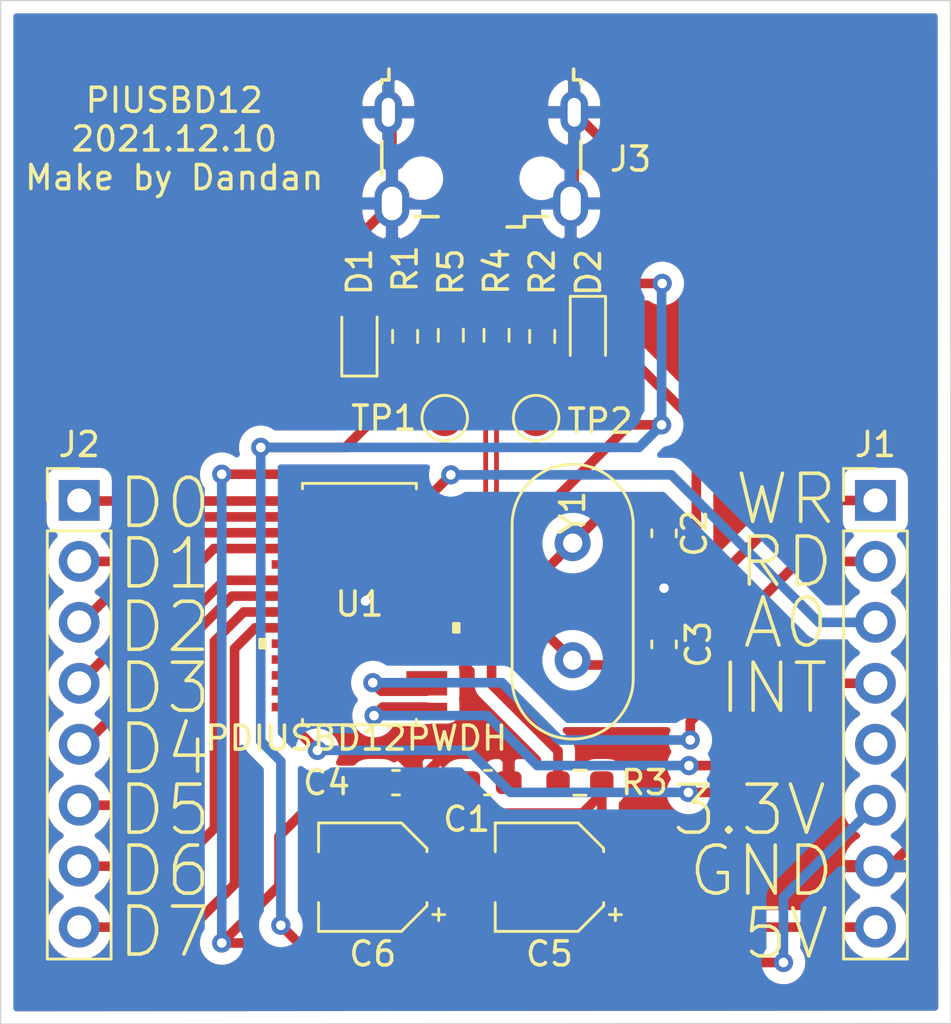
<source format=kicad_pcb>
(kicad_pcb (version 20171130) (host pcbnew "(5.1.12)-1")

  (general
    (thickness 1.6)
    (drawings 20)
    (tracks 243)
    (zones 0)
    (modules 20)
    (nets 26)
  )

  (page A4)
  (layers
    (0 F.Cu signal)
    (31 B.Cu signal)
    (32 B.Adhes user)
    (33 F.Adhes user)
    (34 B.Paste user)
    (35 F.Paste user)
    (36 B.SilkS user)
    (37 F.SilkS user)
    (38 B.Mask user)
    (39 F.Mask user)
    (40 Dwgs.User user)
    (41 Cmts.User user)
    (42 Eco1.User user)
    (43 Eco2.User user)
    (44 Edge.Cuts user)
    (45 Margin user)
    (46 B.CrtYd user)
    (47 F.CrtYd user)
    (48 B.Fab user)
    (49 F.Fab user hide)
  )

  (setup
    (last_trace_width 0.4)
    (trace_clearance 0.4)
    (zone_clearance 0.508)
    (zone_45_only no)
    (trace_min 0.2)
    (via_size 0.8)
    (via_drill 0.4)
    (via_min_size 0.4)
    (via_min_drill 0.3)
    (uvia_size 0.3)
    (uvia_drill 0.1)
    (uvias_allowed no)
    (uvia_min_size 0.2)
    (uvia_min_drill 0.1)
    (edge_width 0.05)
    (segment_width 0.2)
    (pcb_text_width 0.3)
    (pcb_text_size 1.5 1.5)
    (mod_edge_width 0.12)
    (mod_text_size 1 1)
    (mod_text_width 0.15)
    (pad_size 1.524 1.524)
    (pad_drill 0.762)
    (pad_to_mask_clearance 0)
    (aux_axis_origin 74.4474 114.5794)
    (visible_elements 7FFFFFFF)
    (pcbplotparams
      (layerselection 0x010fc_ffffffff)
      (usegerberextensions true)
      (usegerberattributes false)
      (usegerberadvancedattributes false)
      (creategerberjobfile false)
      (excludeedgelayer true)
      (linewidth 0.100000)
      (plotframeref false)
      (viasonmask false)
      (mode 1)
      (useauxorigin false)
      (hpglpennumber 1)
      (hpglpenspeed 20)
      (hpglpendiameter 15.000000)
      (psnegative false)
      (psa4output false)
      (plotreference true)
      (plotvalue true)
      (plotinvisibletext false)
      (padsonsilk false)
      (subtractmaskfromsilk true)
      (outputformat 1)
      (mirror false)
      (drillshape 0)
      (scaleselection 1)
      (outputdirectory "output/"))
  )

  (net 0 "")
  (net 1 GND)
  (net 2 +3V3)
  (net 3 X2)
  (net 4 X1)
  (net 5 "Net-(D1-Pad2)")
  (net 6 "Net-(D2-Pad2)")
  (net 7 GoodLink)
  (net 8 +5V)
  (net 9 INT)
  (net 10 A0)
  (net 11 RD)
  (net 12 WR)
  (net 13 D7)
  (net 14 D6)
  (net 15 D5)
  (net 16 D4)
  (net 17 D3)
  (net 18 D2)
  (net 19 D1)
  (net 20 D0)
  (net 21 "Net-(R3-Pad2)")
  (net 22 D+)
  (net 23 D-)
  (net 24 CONN_D+)
  (net 25 CONN_D-)

  (net_class Default "This is the default net class."
    (clearance 0.4)
    (trace_width 0.4)
    (via_dia 0.8)
    (via_drill 0.4)
    (uvia_dia 0.3)
    (uvia_drill 0.1)
    (add_net +3V3)
    (add_net +5V)
    (add_net A0)
    (add_net CONN_D+)
    (add_net CONN_D-)
    (add_net D+)
    (add_net D-)
    (add_net D0)
    (add_net D1)
    (add_net D2)
    (add_net D3)
    (add_net D4)
    (add_net D5)
    (add_net D6)
    (add_net D7)
    (add_net GND)
    (add_net GoodLink)
    (add_net INT)
    (add_net "Net-(D1-Pad2)")
    (add_net "Net-(D2-Pad2)")
    (add_net "Net-(R3-Pad2)")
    (add_net RD)
    (add_net WR)
    (add_net X1)
    (add_net X2)
  )

  (module PDIUSBD12PWDH:PDIUSBD12PWDH (layer F.Cu) (tedit 0) (tstamp 61B2FEC2)
    (at 89.408 97.0788)
    (path /61B1D98C)
    (fp_text reference U1 (at 0 0) (layer F.SilkS)
      (effects (font (size 1 1) (thickness 0.15)))
    )
    (fp_text value PDIUSBD12PWDH (at -0.127 5.588 180) (layer F.SilkS)
      (effects (font (size 1 1) (thickness 0.15)))
    )
    (fp_line (start -2.2479 -4.1402) (end -2.2479 -4.445) (layer F.Fab) (width 0.1))
    (fp_line (start -2.2479 -4.445) (end -3.302 -4.445) (layer F.Fab) (width 0.1))
    (fp_line (start -3.302 -4.445) (end -3.302 -4.1402) (layer F.Fab) (width 0.1))
    (fp_line (start -3.302 -4.1402) (end -2.2479 -4.1402) (layer F.Fab) (width 0.1))
    (fp_line (start -2.2479 -3.4798) (end -2.2479 -3.7846) (layer F.Fab) (width 0.1))
    (fp_line (start -2.2479 -3.7846) (end -3.302 -3.7846) (layer F.Fab) (width 0.1))
    (fp_line (start -3.302 -3.7846) (end -3.302 -3.4798) (layer F.Fab) (width 0.1))
    (fp_line (start -3.302 -3.4798) (end -2.2479 -3.4798) (layer F.Fab) (width 0.1))
    (fp_line (start -2.2479 -2.8194) (end -2.2479 -3.1242) (layer F.Fab) (width 0.1))
    (fp_line (start -2.2479 -3.1242) (end -3.302 -3.1242) (layer F.Fab) (width 0.1))
    (fp_line (start -3.302 -3.1242) (end -3.302 -2.8194) (layer F.Fab) (width 0.1))
    (fp_line (start -3.302 -2.8194) (end -2.2479 -2.8194) (layer F.Fab) (width 0.1))
    (fp_line (start -2.2479 -2.159) (end -2.2479 -2.4638) (layer F.Fab) (width 0.1))
    (fp_line (start -2.2479 -2.4638) (end -3.302 -2.4638) (layer F.Fab) (width 0.1))
    (fp_line (start -3.302 -2.4638) (end -3.302 -2.159) (layer F.Fab) (width 0.1))
    (fp_line (start -3.302 -2.159) (end -2.2479 -2.159) (layer F.Fab) (width 0.1))
    (fp_line (start -2.2479 -1.4986) (end -2.2479 -1.8034) (layer F.Fab) (width 0.1))
    (fp_line (start -2.2479 -1.8034) (end -3.302 -1.8034) (layer F.Fab) (width 0.1))
    (fp_line (start -3.302 -1.8034) (end -3.302 -1.4986) (layer F.Fab) (width 0.1))
    (fp_line (start -3.302 -1.4986) (end -2.2479 -1.4986) (layer F.Fab) (width 0.1))
    (fp_line (start -2.2479 -0.8382) (end -2.2479 -1.143) (layer F.Fab) (width 0.1))
    (fp_line (start -2.2479 -1.143) (end -3.302 -1.143) (layer F.Fab) (width 0.1))
    (fp_line (start -3.302 -1.143) (end -3.302 -0.8382) (layer F.Fab) (width 0.1))
    (fp_line (start -3.302 -0.8382) (end -2.2479 -0.8382) (layer F.Fab) (width 0.1))
    (fp_line (start -2.2479 -0.1778) (end -2.2479 -0.4826) (layer F.Fab) (width 0.1))
    (fp_line (start -2.2479 -0.4826) (end -3.302 -0.4826) (layer F.Fab) (width 0.1))
    (fp_line (start -3.302 -0.4826) (end -3.302 -0.1778) (layer F.Fab) (width 0.1))
    (fp_line (start -3.302 -0.1778) (end -2.2479 -0.1778) (layer F.Fab) (width 0.1))
    (fp_line (start -2.2479 0.4826) (end -2.2479 0.1778) (layer F.Fab) (width 0.1))
    (fp_line (start -2.2479 0.1778) (end -3.302 0.1778) (layer F.Fab) (width 0.1))
    (fp_line (start -3.302 0.1778) (end -3.302 0.4826) (layer F.Fab) (width 0.1))
    (fp_line (start -3.302 0.4826) (end -2.2479 0.4826) (layer F.Fab) (width 0.1))
    (fp_line (start -2.2479 1.143) (end -2.2479 0.8382) (layer F.Fab) (width 0.1))
    (fp_line (start -2.2479 0.8382) (end -3.302 0.8382) (layer F.Fab) (width 0.1))
    (fp_line (start -3.302 0.8382) (end -3.302 1.143) (layer F.Fab) (width 0.1))
    (fp_line (start -3.302 1.143) (end -2.2479 1.143) (layer F.Fab) (width 0.1))
    (fp_line (start -2.2479 1.8034) (end -2.2479 1.4986) (layer F.Fab) (width 0.1))
    (fp_line (start -2.2479 1.4986) (end -3.302 1.4986) (layer F.Fab) (width 0.1))
    (fp_line (start -3.302 1.4986) (end -3.302 1.8034) (layer F.Fab) (width 0.1))
    (fp_line (start -3.302 1.8034) (end -2.2479 1.8034) (layer F.Fab) (width 0.1))
    (fp_line (start -2.2479 2.4638) (end -2.2479 2.159) (layer F.Fab) (width 0.1))
    (fp_line (start -2.2479 2.159) (end -3.302 2.159) (layer F.Fab) (width 0.1))
    (fp_line (start -3.302 2.159) (end -3.302 2.4638) (layer F.Fab) (width 0.1))
    (fp_line (start -3.302 2.4638) (end -2.2479 2.4638) (layer F.Fab) (width 0.1))
    (fp_line (start -2.2479 3.1242) (end -2.2479 2.8194) (layer F.Fab) (width 0.1))
    (fp_line (start -2.2479 2.8194) (end -3.302 2.8194) (layer F.Fab) (width 0.1))
    (fp_line (start -3.302 2.8194) (end -3.302 3.1242) (layer F.Fab) (width 0.1))
    (fp_line (start -3.302 3.1242) (end -2.2479 3.1242) (layer F.Fab) (width 0.1))
    (fp_line (start -2.2479 3.7846) (end -2.2479 3.4798) (layer F.Fab) (width 0.1))
    (fp_line (start -2.2479 3.4798) (end -3.302 3.4798) (layer F.Fab) (width 0.1))
    (fp_line (start -3.302 3.4798) (end -3.302 3.7846) (layer F.Fab) (width 0.1))
    (fp_line (start -3.302 3.7846) (end -2.2479 3.7846) (layer F.Fab) (width 0.1))
    (fp_line (start -2.2479 4.445) (end -2.2479 4.1402) (layer F.Fab) (width 0.1))
    (fp_line (start -2.2479 4.1402) (end -3.302 4.1402) (layer F.Fab) (width 0.1))
    (fp_line (start -3.302 4.1402) (end -3.302 4.445) (layer F.Fab) (width 0.1))
    (fp_line (start -3.302 4.445) (end -2.2479 4.445) (layer F.Fab) (width 0.1))
    (fp_line (start 2.2479 4.1402) (end 2.2479 4.445) (layer F.Fab) (width 0.1))
    (fp_line (start 2.2479 4.445) (end 3.302 4.445) (layer F.Fab) (width 0.1))
    (fp_line (start 3.302 4.445) (end 3.302 4.1402) (layer F.Fab) (width 0.1))
    (fp_line (start 3.302 4.1402) (end 2.2479 4.1402) (layer F.Fab) (width 0.1))
    (fp_line (start 2.2479 3.4798) (end 2.2479 3.7846) (layer F.Fab) (width 0.1))
    (fp_line (start 2.2479 3.7846) (end 3.302 3.7846) (layer F.Fab) (width 0.1))
    (fp_line (start 3.302 3.7846) (end 3.302 3.4798) (layer F.Fab) (width 0.1))
    (fp_line (start 3.302 3.4798) (end 2.2479 3.4798) (layer F.Fab) (width 0.1))
    (fp_line (start 2.2479 2.8194) (end 2.2479 3.1242) (layer F.Fab) (width 0.1))
    (fp_line (start 2.2479 3.1242) (end 3.302 3.1242) (layer F.Fab) (width 0.1))
    (fp_line (start 3.302 3.1242) (end 3.302 2.8194) (layer F.Fab) (width 0.1))
    (fp_line (start 3.302 2.8194) (end 2.2479 2.8194) (layer F.Fab) (width 0.1))
    (fp_line (start 2.2479 2.159) (end 2.2479 2.4638) (layer F.Fab) (width 0.1))
    (fp_line (start 2.2479 2.4638) (end 3.302 2.4638) (layer F.Fab) (width 0.1))
    (fp_line (start 3.302 2.4638) (end 3.302 2.159) (layer F.Fab) (width 0.1))
    (fp_line (start 3.302 2.159) (end 2.2479 2.159) (layer F.Fab) (width 0.1))
    (fp_line (start 2.2479 1.4986) (end 2.2479 1.8034) (layer F.Fab) (width 0.1))
    (fp_line (start 2.2479 1.8034) (end 3.302 1.8034) (layer F.Fab) (width 0.1))
    (fp_line (start 3.302 1.8034) (end 3.302 1.4986) (layer F.Fab) (width 0.1))
    (fp_line (start 3.302 1.4986) (end 2.2479 1.4986) (layer F.Fab) (width 0.1))
    (fp_line (start 2.2479 0.8382) (end 2.2479 1.143) (layer F.Fab) (width 0.1))
    (fp_line (start 2.2479 1.143) (end 3.302 1.143) (layer F.Fab) (width 0.1))
    (fp_line (start 3.302 1.143) (end 3.302 0.8382) (layer F.Fab) (width 0.1))
    (fp_line (start 3.302 0.8382) (end 2.2479 0.8382) (layer F.Fab) (width 0.1))
    (fp_line (start 2.2479 0.1778) (end 2.2479 0.4826) (layer F.Fab) (width 0.1))
    (fp_line (start 2.2479 0.4826) (end 3.302 0.4826) (layer F.Fab) (width 0.1))
    (fp_line (start 3.302 0.4826) (end 3.302 0.1778) (layer F.Fab) (width 0.1))
    (fp_line (start 3.302 0.1778) (end 2.2479 0.1778) (layer F.Fab) (width 0.1))
    (fp_line (start 2.2479 -0.4826) (end 2.2479 -0.1778) (layer F.Fab) (width 0.1))
    (fp_line (start 2.2479 -0.1778) (end 3.302 -0.1778) (layer F.Fab) (width 0.1))
    (fp_line (start 3.302 -0.1778) (end 3.302 -0.4826) (layer F.Fab) (width 0.1))
    (fp_line (start 3.302 -0.4826) (end 2.2479 -0.4826) (layer F.Fab) (width 0.1))
    (fp_line (start 2.2479 -1.143) (end 2.2479 -0.8382) (layer F.Fab) (width 0.1))
    (fp_line (start 2.2479 -0.8382) (end 3.302 -0.8382) (layer F.Fab) (width 0.1))
    (fp_line (start 3.302 -0.8382) (end 3.302 -1.143) (layer F.Fab) (width 0.1))
    (fp_line (start 3.302 -1.143) (end 2.2479 -1.143) (layer F.Fab) (width 0.1))
    (fp_line (start 2.2479 -1.8034) (end 2.2479 -1.4986) (layer F.Fab) (width 0.1))
    (fp_line (start 2.2479 -1.4986) (end 3.302 -1.4986) (layer F.Fab) (width 0.1))
    (fp_line (start 3.302 -1.4986) (end 3.302 -1.8034) (layer F.Fab) (width 0.1))
    (fp_line (start 3.302 -1.8034) (end 2.2479 -1.8034) (layer F.Fab) (width 0.1))
    (fp_line (start 2.2479 -2.4638) (end 2.2479 -2.159) (layer F.Fab) (width 0.1))
    (fp_line (start 2.2479 -2.159) (end 3.302 -2.159) (layer F.Fab) (width 0.1))
    (fp_line (start 3.302 -2.159) (end 3.302 -2.4638) (layer F.Fab) (width 0.1))
    (fp_line (start 3.302 -2.4638) (end 2.2479 -2.4638) (layer F.Fab) (width 0.1))
    (fp_line (start 2.2479 -3.1242) (end 2.2479 -2.8194) (layer F.Fab) (width 0.1))
    (fp_line (start 2.2479 -2.8194) (end 3.302 -2.8194) (layer F.Fab) (width 0.1))
    (fp_line (start 3.302 -2.8194) (end 3.302 -3.1242) (layer F.Fab) (width 0.1))
    (fp_line (start 3.302 -3.1242) (end 2.2479 -3.1242) (layer F.Fab) (width 0.1))
    (fp_line (start 2.2479 -3.7846) (end 2.2479 -3.4798) (layer F.Fab) (width 0.1))
    (fp_line (start 2.2479 -3.4798) (end 3.302 -3.4798) (layer F.Fab) (width 0.1))
    (fp_line (start 3.302 -3.4798) (end 3.302 -3.7846) (layer F.Fab) (width 0.1))
    (fp_line (start 3.302 -3.7846) (end 2.2479 -3.7846) (layer F.Fab) (width 0.1))
    (fp_line (start 2.2479 -4.445) (end 2.2479 -4.1402) (layer F.Fab) (width 0.1))
    (fp_line (start 2.2479 -4.1402) (end 3.302 -4.1402) (layer F.Fab) (width 0.1))
    (fp_line (start 3.302 -4.1402) (end 3.302 -4.445) (layer F.Fab) (width 0.1))
    (fp_line (start 3.302 -4.445) (end 2.2479 -4.445) (layer F.Fab) (width 0.1))
    (fp_line (start -2.3749 5.0292) (end 2.3749 5.0292) (layer F.SilkS) (width 0.12))
    (fp_line (start 2.3749 5.0292) (end 2.3749 4.80314) (layer F.SilkS) (width 0.12))
    (fp_line (start 2.3749 -5.0292) (end -2.3749 -5.0292) (layer F.SilkS) (width 0.12))
    (fp_line (start -2.3749 -5.0292) (end -2.3749 -4.80314) (layer F.SilkS) (width 0.12))
    (fp_line (start -2.2479 4.9022) (end 2.2479 4.9022) (layer F.Fab) (width 0.1))
    (fp_line (start 2.2479 4.9022) (end 2.2479 -4.9022) (layer F.Fab) (width 0.1))
    (fp_line (start 2.2479 -4.9022) (end -2.2479 -4.9022) (layer F.Fab) (width 0.1))
    (fp_line (start -2.2479 -4.9022) (end -2.2479 4.9022) (layer F.Fab) (width 0.1))
    (fp_line (start -2.3749 4.80314) (end -2.3749 5.0292) (layer F.SilkS) (width 0.12))
    (fp_line (start 2.3749 -4.80314) (end 2.3749 -5.0292) (layer F.SilkS) (width 0.12))
    (fp_poly (pts (xy -4.1656 1.4605) (xy -4.1656 1.8415) (xy -3.9116 1.8415) (xy -3.9116 1.4605)) (layer F.SilkS) (width 0.1))
    (fp_poly (pts (xy 4.1656 0.8001) (xy 4.1656 1.1811) (xy 3.9116 1.1811) (xy 3.9116 0.8001)) (layer F.SilkS) (width 0.1))
    (fp_poly (pts (xy -1.3986 -1.9447) (xy -1.3986 -0.781566) (xy -0.1 -0.781566) (xy -0.1 -1.9447)) (layer F.Paste) (width 0.1))
    (fp_poly (pts (xy -1.3986 -0.581567) (xy -1.3986 0.581567) (xy -0.1 0.581567) (xy -0.1 -0.581567)) (layer F.Paste) (width 0.1))
    (fp_poly (pts (xy -1.3986 0.781566) (xy -1.3986 1.9447) (xy -0.1 1.9447) (xy -0.1 0.781566)) (layer F.Paste) (width 0.1))
    (fp_poly (pts (xy 0.1 -1.9447) (xy 0.1 -0.781566) (xy 1.3986 -0.781566) (xy 1.3986 -1.9447)) (layer F.Paste) (width 0.1))
    (fp_poly (pts (xy 0.1 -0.581567) (xy 0.1 0.581567) (xy 1.3986 0.581567) (xy 1.3986 -0.581567)) (layer F.Paste) (width 0.1))
    (fp_poly (pts (xy 0.1 0.781566) (xy 0.1 1.9447) (xy 1.3986 1.9447) (xy 1.3986 0.781566)) (layer F.Paste) (width 0.1))
    (fp_line (start -3.9116 4.7244) (end -3.9116 -4.7244) (layer F.CrtYd) (width 0.05))
    (fp_line (start -3.9116 -4.7244) (end -2.5019 -4.7244) (layer F.CrtYd) (width 0.05))
    (fp_line (start -2.5019 -4.7244) (end -2.5019 -5.1562) (layer F.CrtYd) (width 0.05))
    (fp_line (start -2.5019 -5.1562) (end 2.5019 -5.1562) (layer F.CrtYd) (width 0.05))
    (fp_line (start 2.5019 -5.1562) (end 2.5019 -4.7244) (layer F.CrtYd) (width 0.05))
    (fp_line (start 2.5019 -4.7244) (end 3.9116 -4.7244) (layer F.CrtYd) (width 0.05))
    (fp_line (start 3.9116 -4.7244) (end 3.9116 4.7244) (layer F.CrtYd) (width 0.05))
    (fp_line (start 3.9116 4.7244) (end 2.5019 4.7244) (layer F.CrtYd) (width 0.05))
    (fp_line (start 2.5019 4.7244) (end 2.5019 5.1562) (layer F.CrtYd) (width 0.05))
    (fp_line (start 2.5019 5.1562) (end -2.5019 5.1562) (layer F.CrtYd) (width 0.05))
    (fp_line (start -2.5019 5.1562) (end -2.5019 4.7244) (layer F.CrtYd) (width 0.05))
    (fp_line (start -2.5019 4.7244) (end -3.9116 4.7244) (layer F.CrtYd) (width 0.05))
    (fp_arc (start 0 -4.9022) (end -0.3048 -4.9022) (angle -180) (layer F.Fab) (width 0.1))
    (fp_arc (start 0 -4.9022) (end -0.37465 -4.9022) (angle -180) (layer F.CrtYd) (width 0.05))
    (fp_text user "Copyright 2021 Accelerated Designs. All rights reserved." (at 0 0) (layer Cmts.User)
      (effects (font (size 0.127 0.127) (thickness 0.002)))
    )
    (pad EPAD smd rect (at 0 0) (size 2.9972 4.0894) (layers F.Cu F.Mask)
      (net 1 GND))
    (pad 28 smd rect (at 2.8067 -4.2926) (size 1.7018 0.3556) (layers F.Cu F.Paste F.Mask)
      (net 10 A0))
    (pad 27 smd rect (at 2.8067 -3.6322) (size 1.7018 0.3556) (layers F.Cu F.Paste F.Mask)
      (net 2 +3V3))
    (pad 26 smd rect (at 2.8067 -2.9718) (size 1.7018 0.3556) (layers F.Cu F.Paste F.Mask)
      (net 22 D+))
    (pad 25 smd rect (at 2.8067 -2.3114) (size 1.7018 0.3556) (layers F.Cu F.Paste F.Mask)
      (net 23 D-))
    (pad 24 smd rect (at 2.8067 -1.651) (size 1.7018 0.3556) (layers F.Cu F.Paste F.Mask)
      (net 8 +5V))
    (pad 23 smd rect (at 2.8067 -0.9906) (size 1.7018 0.3556) (layers F.Cu F.Paste F.Mask)
      (net 3 X2))
    (pad 22 smd rect (at 2.8067 -0.3302) (size 1.7018 0.3556) (layers F.Cu F.Paste F.Mask)
      (net 4 X1))
    (pad 21 smd rect (at 2.8067 0.3302) (size 1.7018 0.3556) (layers F.Cu F.Paste F.Mask)
      (net 7 GoodLink))
    (pad 20 smd rect (at 2.8067 0.9906) (size 1.7018 0.3556) (layers F.Cu F.Paste F.Mask)
      (net 21 "Net-(R3-Pad2)"))
    (pad 19 smd rect (at 2.8067 1.651) (size 1.7018 0.3556) (layers F.Cu F.Paste F.Mask)
      (net 21 "Net-(R3-Pad2)"))
    (pad 18 smd rect (at 2.8067 2.3114) (size 1.7018 0.3556) (layers F.Cu F.Paste F.Mask)
      (net 21 "Net-(R3-Pad2)"))
    (pad 17 smd rect (at 2.8067 2.9718) (size 1.7018 0.3556) (layers F.Cu F.Paste F.Mask))
    (pad 16 smd rect (at 2.8067 3.6322) (size 1.7018 0.3556) (layers F.Cu F.Paste F.Mask)
      (net 12 WR))
    (pad 15 smd rect (at 2.8067 4.2926) (size 1.7018 0.3556) (layers F.Cu F.Paste F.Mask)
      (net 11 RD))
    (pad 14 smd rect (at -2.8067 4.2926) (size 1.7018 0.3556) (layers F.Cu F.Paste F.Mask)
      (net 9 INT))
    (pad 13 smd rect (at -2.8067 3.6322) (size 1.7018 0.3556) (layers F.Cu F.Paste F.Mask))
    (pad 12 smd rect (at -2.8067 2.9718) (size 1.7018 0.3556) (layers F.Cu F.Paste F.Mask)
      (net 1 GND))
    (pad 11 smd rect (at -2.8067 2.3114) (size 1.7018 0.3556) (layers F.Cu F.Paste F.Mask)
      (net 1 GND))
    (pad 10 smd rect (at -2.8067 1.651) (size 1.7018 0.3556) (layers F.Cu F.Paste F.Mask)
      (net 1 GND))
    (pad 9 smd rect (at -2.8067 0.9906) (size 1.7018 0.3556) (layers F.Cu F.Paste F.Mask)
      (net 13 D7))
    (pad 8 smd rect (at -2.8067 0.3302) (size 1.7018 0.3556) (layers F.Cu F.Paste F.Mask)
      (net 14 D6))
    (pad 7 smd rect (at -2.8067 -0.3302) (size 1.7018 0.3556) (layers F.Cu F.Paste F.Mask)
      (net 15 D5))
    (pad 6 smd rect (at -2.8067 -0.9906) (size 1.7018 0.3556) (layers F.Cu F.Paste F.Mask)
      (net 16 D4))
    (pad 5 smd rect (at -2.8067 -1.651) (size 1.7018 0.3556) (layers F.Cu F.Paste F.Mask)
      (net 1 GND))
    (pad 4 smd rect (at -2.8067 -2.3114) (size 1.7018 0.3556) (layers F.Cu F.Paste F.Mask)
      (net 17 D3))
    (pad 3 smd rect (at -2.8067 -2.9718) (size 1.7018 0.3556) (layers F.Cu F.Paste F.Mask)
      (net 18 D2))
    (pad 2 smd rect (at -2.8067 -3.6322) (size 1.7018 0.3556) (layers F.Cu F.Paste F.Mask)
      (net 19 D1))
    (pad 1 smd rect (at -2.8067 -4.2926) (size 1.7018 0.3556) (layers F.Cu F.Paste F.Mask)
      (net 20 D0))
  )

  (module Capacitor_SMD:CP_Elec_4x5.4 (layer F.Cu) (tedit 5BCA39CF) (tstamp 61B2E98E)
    (at 89.9634 108.458 180)
    (descr "SMD capacitor, aluminum electrolytic, Panasonic A5 / Nichicon, 4.0x5.4mm")
    (tags "capacitor electrolytic")
    (path /61B66C5D)
    (attr smd)
    (fp_text reference C6 (at 0 -3.2) (layer F.SilkS)
      (effects (font (size 1 1) (thickness 0.15)))
    )
    (fp_text value 22μF (at 0 3.2) (layer F.Fab)
      (effects (font (size 1 1) (thickness 0.15)))
    )
    (fp_line (start -3.35 1.05) (end -2.4 1.05) (layer F.CrtYd) (width 0.05))
    (fp_line (start -3.35 -1.05) (end -3.35 1.05) (layer F.CrtYd) (width 0.05))
    (fp_line (start -2.4 -1.05) (end -3.35 -1.05) (layer F.CrtYd) (width 0.05))
    (fp_line (start -2.4 1.05) (end -2.4 1.25) (layer F.CrtYd) (width 0.05))
    (fp_line (start -2.4 -1.25) (end -2.4 -1.05) (layer F.CrtYd) (width 0.05))
    (fp_line (start -2.4 -1.25) (end -1.25 -2.4) (layer F.CrtYd) (width 0.05))
    (fp_line (start -2.4 1.25) (end -1.25 2.4) (layer F.CrtYd) (width 0.05))
    (fp_line (start -1.25 -2.4) (end 2.4 -2.4) (layer F.CrtYd) (width 0.05))
    (fp_line (start -1.25 2.4) (end 2.4 2.4) (layer F.CrtYd) (width 0.05))
    (fp_line (start 2.4 1.05) (end 2.4 2.4) (layer F.CrtYd) (width 0.05))
    (fp_line (start 3.35 1.05) (end 2.4 1.05) (layer F.CrtYd) (width 0.05))
    (fp_line (start 3.35 -1.05) (end 3.35 1.05) (layer F.CrtYd) (width 0.05))
    (fp_line (start 2.4 -1.05) (end 3.35 -1.05) (layer F.CrtYd) (width 0.05))
    (fp_line (start 2.4 -2.4) (end 2.4 -1.05) (layer F.CrtYd) (width 0.05))
    (fp_line (start -2.75 -1.81) (end -2.75 -1.31) (layer F.SilkS) (width 0.12))
    (fp_line (start -3 -1.56) (end -2.5 -1.56) (layer F.SilkS) (width 0.12))
    (fp_line (start -2.26 1.195563) (end -1.195563 2.26) (layer F.SilkS) (width 0.12))
    (fp_line (start -2.26 -1.195563) (end -1.195563 -2.26) (layer F.SilkS) (width 0.12))
    (fp_line (start -2.26 -1.195563) (end -2.26 -1.06) (layer F.SilkS) (width 0.12))
    (fp_line (start -2.26 1.195563) (end -2.26 1.06) (layer F.SilkS) (width 0.12))
    (fp_line (start -1.195563 2.26) (end 2.26 2.26) (layer F.SilkS) (width 0.12))
    (fp_line (start -1.195563 -2.26) (end 2.26 -2.26) (layer F.SilkS) (width 0.12))
    (fp_line (start 2.26 -2.26) (end 2.26 -1.06) (layer F.SilkS) (width 0.12))
    (fp_line (start 2.26 2.26) (end 2.26 1.06) (layer F.SilkS) (width 0.12))
    (fp_line (start -1.374773 -1.2) (end -1.374773 -0.8) (layer F.Fab) (width 0.1))
    (fp_line (start -1.574773 -1) (end -1.174773 -1) (layer F.Fab) (width 0.1))
    (fp_line (start -2.15 1.15) (end -1.15 2.15) (layer F.Fab) (width 0.1))
    (fp_line (start -2.15 -1.15) (end -1.15 -2.15) (layer F.Fab) (width 0.1))
    (fp_line (start -2.15 -1.15) (end -2.15 1.15) (layer F.Fab) (width 0.1))
    (fp_line (start -1.15 2.15) (end 2.15 2.15) (layer F.Fab) (width 0.1))
    (fp_line (start -1.15 -2.15) (end 2.15 -2.15) (layer F.Fab) (width 0.1))
    (fp_line (start 2.15 -2.15) (end 2.15 2.15) (layer F.Fab) (width 0.1))
    (fp_circle (center 0 0) (end 2 0) (layer F.Fab) (width 0.1))
    (fp_text user %R (at 0 0) (layer F.Fab)
      (effects (font (size 0.8 0.8) (thickness 0.12)))
    )
    (pad 2 smd roundrect (at 1.8 0 180) (size 2.6 1.6) (layers F.Cu F.Paste F.Mask) (roundrect_rratio 0.15625)
      (net 1 GND))
    (pad 1 smd roundrect (at -1.8 0 180) (size 2.6 1.6) (layers F.Cu F.Paste F.Mask) (roundrect_rratio 0.15625)
      (net 2 +3V3))
    (model ${KISYS3DMOD}/Capacitor_SMD.3dshapes/CP_Elec_4x5.4.wrl
      (at (xyz 0 0 0))
      (scale (xyz 1 1 1))
      (rotate (xyz 0 0 0))
    )
  )

  (module Crystal:Crystal_HC49-4H_Vertical (layer F.Cu) (tedit 5A1AD3B7) (tstamp 61B2F618)
    (at 98.298 94.5388 270)
    (descr "Crystal THT HC-49-4H http://5hertz.com/pdfs/04404_D.pdf")
    (tags "THT crystalHC-49-4H")
    (path /61B2BF93)
    (fp_text reference Y1 (at -1.27 0 90) (layer F.SilkS)
      (effects (font (size 1 1) (thickness 0.15)))
    )
    (fp_text value 6M (at 2.54 1.27 90) (layer F.Fab)
      (effects (font (size 1 1) (thickness 0.15)))
    )
    (fp_line (start 8.5 -2.8) (end -3.6 -2.8) (layer F.CrtYd) (width 0.05))
    (fp_line (start 8.5 2.8) (end 8.5 -2.8) (layer F.CrtYd) (width 0.05))
    (fp_line (start -3.6 2.8) (end 8.5 2.8) (layer F.CrtYd) (width 0.05))
    (fp_line (start -3.6 -2.8) (end -3.6 2.8) (layer F.CrtYd) (width 0.05))
    (fp_line (start -0.76 2.525) (end 5.64 2.525) (layer F.SilkS) (width 0.12))
    (fp_line (start -0.76 -2.525) (end 5.64 -2.525) (layer F.SilkS) (width 0.12))
    (fp_line (start -0.56 2) (end 5.44 2) (layer F.Fab) (width 0.1))
    (fp_line (start -0.56 -2) (end 5.44 -2) (layer F.Fab) (width 0.1))
    (fp_line (start -0.76 2.325) (end 5.64 2.325) (layer F.Fab) (width 0.1))
    (fp_line (start -0.76 -2.325) (end 5.64 -2.325) (layer F.Fab) (width 0.1))
    (fp_arc (start 5.64 0) (end 5.64 -2.525) (angle 180) (layer F.SilkS) (width 0.12))
    (fp_arc (start -0.76 0) (end -0.76 -2.525) (angle -180) (layer F.SilkS) (width 0.12))
    (fp_arc (start 5.44 0) (end 5.44 -2) (angle 180) (layer F.Fab) (width 0.1))
    (fp_arc (start -0.56 0) (end -0.56 -2) (angle -180) (layer F.Fab) (width 0.1))
    (fp_arc (start 5.64 0) (end 5.64 -2.325) (angle 180) (layer F.Fab) (width 0.1))
    (fp_arc (start -0.76 0) (end -0.76 -2.325) (angle -180) (layer F.Fab) (width 0.1))
    (fp_text user %R (at 2.413 -1.016 90) (layer F.Fab)
      (effects (font (size 1 1) (thickness 0.15)))
    )
    (pad 2 thru_hole circle (at 4.88 0 270) (size 1.5 1.5) (drill 0.8) (layers *.Cu *.Mask)
      (net 4 X1))
    (pad 1 thru_hole circle (at 0 0 270) (size 1.5 1.5) (drill 0.8) (layers *.Cu *.Mask)
      (net 3 X2))
    (model ${KISYS3DMOD}/Crystal.3dshapes/Crystal_HC49-4H_Vertical.wrl
      (at (xyz 0 0 0))
      (scale (xyz 1 1 1))
      (rotate (xyz 0 0 0))
    )
  )

  (module TestPoint:TestPoint_Pad_D1.5mm (layer F.Cu) (tedit 5A0F774F) (tstamp 61B2B833)
    (at 96.774 89.3318)
    (descr "SMD pad as test Point, diameter 1.5mm")
    (tags "test point SMD pad")
    (path /61B3784D)
    (attr virtual)
    (fp_text reference TP2 (at 2.667 0.127) (layer F.SilkS)
      (effects (font (size 1 1) (thickness 0.15)))
    )
    (fp_text value D-_TEST (at 4.572 0.127) (layer F.Fab)
      (effects (font (size 1 1) (thickness 0.15)))
    )
    (fp_circle (center 0 0) (end 0 0.95) (layer F.SilkS) (width 0.12))
    (fp_circle (center 0 0) (end 1.25 0) (layer F.CrtYd) (width 0.05))
    (fp_text user %R (at 0 -1.65) (layer F.Fab)
      (effects (font (size 1 1) (thickness 0.15)))
    )
    (pad 1 smd circle (at 0 0) (size 1.5 1.5) (layers F.Cu F.Mask)
      (net 23 D-))
  )

  (module TestPoint:TestPoint_Pad_D1.5mm (layer F.Cu) (tedit 5A0F774F) (tstamp 61B2B6FF)
    (at 92.964 89.3318)
    (descr "SMD pad as test Point, diameter 1.5mm")
    (tags "test point SMD pad")
    (path /61B34EFD)
    (attr virtual)
    (fp_text reference TP1 (at -2.54 0) (layer F.SilkS)
      (effects (font (size 1 1) (thickness 0.15)))
    )
    (fp_text value D+_TEST (at 5.08 0.254) (layer F.Fab)
      (effects (font (size 1 1) (thickness 0.15)))
    )
    (fp_circle (center 0 0) (end 0 0.95) (layer F.SilkS) (width 0.12))
    (fp_circle (center 0 0) (end 1.25 0) (layer F.CrtYd) (width 0.05))
    (fp_text user %R (at 0 -1.65) (layer F.Fab)
      (effects (font (size 1 1) (thickness 0.15)))
    )
    (pad 1 smd circle (at 0 0) (size 1.5 1.5) (layers F.Cu F.Mask)
      (net 22 D+))
  )

  (module Resistor_SMD:R_0603_1608Metric_Pad0.98x0.95mm_HandSolder (layer F.Cu) (tedit 5F68FEEE) (tstamp 61B2B6D8)
    (at 93.218 85.8793 270)
    (descr "Resistor SMD 0603 (1608 Metric), square (rectangular) end terminal, IPC_7351 nominal with elongated pad for handsoldering. (Body size source: IPC-SM-782 page 72, https://www.pcb-3d.com/wordpress/wp-content/uploads/ipc-sm-782a_amendment_1_and_2.pdf), generated with kicad-footprint-generator")
    (tags "resistor handsolder")
    (path /61B3F934)
    (attr smd)
    (fp_text reference R5 (at -2.6435 0 90) (layer F.SilkS)
      (effects (font (size 1 1) (thickness 0.15)))
    )
    (fp_text value 22 (at 2.6905 0 90) (layer F.Fab)
      (effects (font (size 1 1) (thickness 0.15)))
    )
    (fp_line (start 1.65 0.73) (end -1.65 0.73) (layer F.CrtYd) (width 0.05))
    (fp_line (start 1.65 -0.73) (end 1.65 0.73) (layer F.CrtYd) (width 0.05))
    (fp_line (start -1.65 -0.73) (end 1.65 -0.73) (layer F.CrtYd) (width 0.05))
    (fp_line (start -1.65 0.73) (end -1.65 -0.73) (layer F.CrtYd) (width 0.05))
    (fp_line (start -0.254724 0.5225) (end 0.254724 0.5225) (layer F.SilkS) (width 0.12))
    (fp_line (start -0.254724 -0.5225) (end 0.254724 -0.5225) (layer F.SilkS) (width 0.12))
    (fp_line (start 0.8 0.4125) (end -0.8 0.4125) (layer F.Fab) (width 0.1))
    (fp_line (start 0.8 -0.4125) (end 0.8 0.4125) (layer F.Fab) (width 0.1))
    (fp_line (start -0.8 -0.4125) (end 0.8 -0.4125) (layer F.Fab) (width 0.1))
    (fp_line (start -0.8 0.4125) (end -0.8 -0.4125) (layer F.Fab) (width 0.1))
    (fp_text user %R (at 0 0 90) (layer F.Fab)
      (effects (font (size 0.4 0.4) (thickness 0.06)))
    )
    (pad 2 smd roundrect (at 0.9125 0 270) (size 0.975 0.95) (layers F.Cu F.Paste F.Mask) (roundrect_rratio 0.25)
      (net 22 D+))
    (pad 1 smd roundrect (at -0.9125 0 270) (size 0.975 0.95) (layers F.Cu F.Paste F.Mask) (roundrect_rratio 0.25)
      (net 24 CONN_D+))
    (model ${KISYS3DMOD}/Resistor_SMD.3dshapes/R_0603_1608Metric.wrl
      (at (xyz 0 0 0))
      (scale (xyz 1 1 1))
      (rotate (xyz 0 0 0))
    )
  )

  (module Resistor_SMD:R_0603_1608Metric_Pad0.98x0.95mm_HandSolder (layer F.Cu) (tedit 5F68FEEE) (tstamp 61B2B6A8)
    (at 95.123 85.8793 270)
    (descr "Resistor SMD 0603 (1608 Metric), square (rectangular) end terminal, IPC_7351 nominal with elongated pad for handsoldering. (Body size source: IPC-SM-782 page 72, https://www.pcb-3d.com/wordpress/wp-content/uploads/ipc-sm-782a_amendment_1_and_2.pdf), generated with kicad-footprint-generator")
    (tags "resistor handsolder")
    (path /61B3C397)
    (attr smd)
    (fp_text reference R4 (at -2.667 0 90) (layer F.SilkS)
      (effects (font (size 1 1) (thickness 0.15)))
    )
    (fp_text value 22 (at 2.6435 0 90) (layer F.Fab)
      (effects (font (size 1 1) (thickness 0.15)))
    )
    (fp_line (start 1.65 0.73) (end -1.65 0.73) (layer F.CrtYd) (width 0.05))
    (fp_line (start 1.65 -0.73) (end 1.65 0.73) (layer F.CrtYd) (width 0.05))
    (fp_line (start -1.65 -0.73) (end 1.65 -0.73) (layer F.CrtYd) (width 0.05))
    (fp_line (start -1.65 0.73) (end -1.65 -0.73) (layer F.CrtYd) (width 0.05))
    (fp_line (start -0.254724 0.5225) (end 0.254724 0.5225) (layer F.SilkS) (width 0.12))
    (fp_line (start -0.254724 -0.5225) (end 0.254724 -0.5225) (layer F.SilkS) (width 0.12))
    (fp_line (start 0.8 0.4125) (end -0.8 0.4125) (layer F.Fab) (width 0.1))
    (fp_line (start 0.8 -0.4125) (end 0.8 0.4125) (layer F.Fab) (width 0.1))
    (fp_line (start -0.8 -0.4125) (end 0.8 -0.4125) (layer F.Fab) (width 0.1))
    (fp_line (start -0.8 0.4125) (end -0.8 -0.4125) (layer F.Fab) (width 0.1))
    (fp_text user %R (at 0 0 90) (layer F.Fab)
      (effects (font (size 0.4 0.4) (thickness 0.06)))
    )
    (pad 2 smd roundrect (at 0.9125 0 270) (size 0.975 0.95) (layers F.Cu F.Paste F.Mask) (roundrect_rratio 0.25)
      (net 23 D-))
    (pad 1 smd roundrect (at -0.9125 0 270) (size 0.975 0.95) (layers F.Cu F.Paste F.Mask) (roundrect_rratio 0.25)
      (net 25 CONN_D-))
    (model ${KISYS3DMOD}/Resistor_SMD.3dshapes/R_0603_1608Metric.wrl
      (at (xyz 0 0 0))
      (scale (xyz 1 1 1))
      (rotate (xyz 0 0 0))
    )
  )

  (module Resistor_SMD:R_0603_1608Metric_Pad0.98x0.95mm_HandSolder (layer F.Cu) (tedit 5F68FEEE) (tstamp 61B31050)
    (at 98.6009 104.521 180)
    (descr "Resistor SMD 0603 (1608 Metric), square (rectangular) end terminal, IPC_7351 nominal with elongated pad for handsoldering. (Body size source: IPC-SM-782 page 72, https://www.pcb-3d.com/wordpress/wp-content/uploads/ipc-sm-782a_amendment_1_and_2.pdf), generated with kicad-footprint-generator")
    (tags "resistor handsolder")
    (path /61B5246A)
    (attr smd)
    (fp_text reference R3 (at -2.6905 0) (layer F.SilkS)
      (effects (font (size 1 1) (thickness 0.15)))
    )
    (fp_text value 1K (at 2.6435 0) (layer F.Fab)
      (effects (font (size 1 1) (thickness 0.15)))
    )
    (fp_line (start -0.8 0.4125) (end -0.8 -0.4125) (layer F.Fab) (width 0.1))
    (fp_line (start -0.8 -0.4125) (end 0.8 -0.4125) (layer F.Fab) (width 0.1))
    (fp_line (start 0.8 -0.4125) (end 0.8 0.4125) (layer F.Fab) (width 0.1))
    (fp_line (start 0.8 0.4125) (end -0.8 0.4125) (layer F.Fab) (width 0.1))
    (fp_line (start -0.254724 -0.5225) (end 0.254724 -0.5225) (layer F.SilkS) (width 0.12))
    (fp_line (start -0.254724 0.5225) (end 0.254724 0.5225) (layer F.SilkS) (width 0.12))
    (fp_line (start -1.65 0.73) (end -1.65 -0.73) (layer F.CrtYd) (width 0.05))
    (fp_line (start -1.65 -0.73) (end 1.65 -0.73) (layer F.CrtYd) (width 0.05))
    (fp_line (start 1.65 -0.73) (end 1.65 0.73) (layer F.CrtYd) (width 0.05))
    (fp_line (start 1.65 0.73) (end -1.65 0.73) (layer F.CrtYd) (width 0.05))
    (fp_text user %R (at 0 0) (layer F.Fab)
      (effects (font (size 0.4 0.4) (thickness 0.06)))
    )
    (pad 1 smd roundrect (at -0.9125 0 180) (size 0.975 0.95) (layers F.Cu F.Paste F.Mask) (roundrect_rratio 0.25)
      (net 8 +5V))
    (pad 2 smd roundrect (at 0.9125 0 180) (size 0.975 0.95) (layers F.Cu F.Paste F.Mask) (roundrect_rratio 0.25)
      (net 21 "Net-(R3-Pad2)"))
    (model ${KISYS3DMOD}/Resistor_SMD.3dshapes/R_0603_1608Metric.wrl
      (at (xyz 0 0 0))
      (scale (xyz 1 1 1))
      (rotate (xyz 0 0 0))
    )
  )

  (module Resistor_SMD:R_0603_1608Metric_Pad0.98x0.95mm_HandSolder (layer F.Cu) (tedit 5F68FEEE) (tstamp 61B2B71D)
    (at 97.028 85.9263 90)
    (descr "Resistor SMD 0603 (1608 Metric), square (rectangular) end terminal, IPC_7351 nominal with elongated pad for handsoldering. (Body size source: IPC-SM-782 page 72, https://www.pcb-3d.com/wordpress/wp-content/uploads/ipc-sm-782a_amendment_1_and_2.pdf), generated with kicad-footprint-generator")
    (tags "resistor handsolder")
    (path /61B5C146)
    (attr smd)
    (fp_text reference R2 (at 2.6905 0 90) (layer F.SilkS)
      (effects (font (size 1 1) (thickness 0.15)))
    )
    (fp_text value 1K (at -2.6435 0 90) (layer F.Fab)
      (effects (font (size 1 1) (thickness 0.15)))
    )
    (fp_line (start 1.65 0.73) (end -1.65 0.73) (layer F.CrtYd) (width 0.05))
    (fp_line (start 1.65 -0.73) (end 1.65 0.73) (layer F.CrtYd) (width 0.05))
    (fp_line (start -1.65 -0.73) (end 1.65 -0.73) (layer F.CrtYd) (width 0.05))
    (fp_line (start -1.65 0.73) (end -1.65 -0.73) (layer F.CrtYd) (width 0.05))
    (fp_line (start -0.254724 0.5225) (end 0.254724 0.5225) (layer F.SilkS) (width 0.12))
    (fp_line (start -0.254724 -0.5225) (end 0.254724 -0.5225) (layer F.SilkS) (width 0.12))
    (fp_line (start 0.8 0.4125) (end -0.8 0.4125) (layer F.Fab) (width 0.1))
    (fp_line (start 0.8 -0.4125) (end 0.8 0.4125) (layer F.Fab) (width 0.1))
    (fp_line (start -0.8 -0.4125) (end 0.8 -0.4125) (layer F.Fab) (width 0.1))
    (fp_line (start -0.8 0.4125) (end -0.8 -0.4125) (layer F.Fab) (width 0.1))
    (fp_text user %R (at 0 0 90) (layer F.Fab)
      (effects (font (size 0.4 0.4) (thickness 0.06)))
    )
    (pad 2 smd roundrect (at 0.9125 0 90) (size 0.975 0.95) (layers F.Cu F.Paste F.Mask) (roundrect_rratio 0.25)
      (net 8 +5V))
    (pad 1 smd roundrect (at -0.9125 0 90) (size 0.975 0.95) (layers F.Cu F.Paste F.Mask) (roundrect_rratio 0.25)
      (net 6 "Net-(D2-Pad2)"))
    (model ${KISYS3DMOD}/Resistor_SMD.3dshapes/R_0603_1608Metric.wrl
      (at (xyz 0 0 0))
      (scale (xyz 1 1 1))
      (rotate (xyz 0 0 0))
    )
  )

  (module Resistor_SMD:R_0603_1608Metric_Pad0.98x0.95mm_HandSolder (layer F.Cu) (tedit 5F68FEEE) (tstamp 61B2B678)
    (at 91.313 85.9263 270)
    (descr "Resistor SMD 0603 (1608 Metric), square (rectangular) end terminal, IPC_7351 nominal with elongated pad for handsoldering. (Body size source: IPC-SM-782 page 72, https://www.pcb-3d.com/wordpress/wp-content/uploads/ipc-sm-782a_amendment_1_and_2.pdf), generated with kicad-footprint-generator")
    (tags "resistor handsolder")
    (path /61B5D8ED)
    (attr smd)
    (fp_text reference R1 (at -2.8175 0 90) (layer F.SilkS)
      (effects (font (size 1 1) (thickness 0.15)))
    )
    (fp_text value 1K (at -2.6435 0 90) (layer F.Fab)
      (effects (font (size 1 1) (thickness 0.15)))
    )
    (fp_line (start 1.65 0.73) (end -1.65 0.73) (layer F.CrtYd) (width 0.05))
    (fp_line (start 1.65 -0.73) (end 1.65 0.73) (layer F.CrtYd) (width 0.05))
    (fp_line (start -1.65 -0.73) (end 1.65 -0.73) (layer F.CrtYd) (width 0.05))
    (fp_line (start -1.65 0.73) (end -1.65 -0.73) (layer F.CrtYd) (width 0.05))
    (fp_line (start -0.254724 0.5225) (end 0.254724 0.5225) (layer F.SilkS) (width 0.12))
    (fp_line (start -0.254724 -0.5225) (end 0.254724 -0.5225) (layer F.SilkS) (width 0.12))
    (fp_line (start 0.8 0.4125) (end -0.8 0.4125) (layer F.Fab) (width 0.1))
    (fp_line (start 0.8 -0.4125) (end 0.8 0.4125) (layer F.Fab) (width 0.1))
    (fp_line (start -0.8 -0.4125) (end 0.8 -0.4125) (layer F.Fab) (width 0.1))
    (fp_line (start -0.8 0.4125) (end -0.8 -0.4125) (layer F.Fab) (width 0.1))
    (fp_text user %R (at 0 0 90) (layer F.Fab)
      (effects (font (size 0.4 0.4) (thickness 0.06)))
    )
    (pad 2 smd roundrect (at 0.9125 0 270) (size 0.975 0.95) (layers F.Cu F.Paste F.Mask) (roundrect_rratio 0.25)
      (net 8 +5V))
    (pad 1 smd roundrect (at -0.9125 0 270) (size 0.975 0.95) (layers F.Cu F.Paste F.Mask) (roundrect_rratio 0.25)
      (net 5 "Net-(D1-Pad2)"))
    (model ${KISYS3DMOD}/Resistor_SMD.3dshapes/R_0603_1608Metric.wrl
      (at (xyz 0 0 0))
      (scale (xyz 1 1 1))
      (rotate (xyz 0 0 0))
    )
  )

  (module Connector_USB:USB_Micro-B_Wuerth_629105150521 (layer F.Cu) (tedit 5A142044) (tstamp 61B2B76B)
    (at 94.488 78.5368 180)
    (descr "USB Micro-B receptacle, http://www.mouser.com/ds/2/445/629105150521-469306.pdf")
    (tags "usb micro receptacle")
    (path /61B37CA3)
    (attr smd)
    (fp_text reference J3 (at -6.223 0) (layer F.SilkS)
      (effects (font (size 1 1) (thickness 0.15)))
    )
    (fp_text value USB_B_Micro (at 0 5.6) (layer F.Fab)
      (effects (font (size 1 1) (thickness 0.15)))
    )
    (fp_line (start 4.95 -3.34) (end -4.94 -3.34) (layer F.CrtYd) (width 0.05))
    (fp_line (start 4.95 4.85) (end 4.95 -3.34) (layer F.CrtYd) (width 0.05))
    (fp_line (start -4.94 4.85) (end 4.95 4.85) (layer F.CrtYd) (width 0.05))
    (fp_line (start -4.94 -3.34) (end -4.94 4.85) (layer F.CrtYd) (width 0.05))
    (fp_line (start 1.8 -2.4) (end 2.8 -2.4) (layer F.SilkS) (width 0.15))
    (fp_line (start -1.8 -2.4) (end -2.8 -2.4) (layer F.SilkS) (width 0.15))
    (fp_line (start -1.8 -2.825) (end -1.8 -2.4) (layer F.SilkS) (width 0.15))
    (fp_line (start -1.075 -2.825) (end -1.8 -2.825) (layer F.SilkS) (width 0.15))
    (fp_line (start 4.15 0.75) (end 4.15 -0.65) (layer F.SilkS) (width 0.15))
    (fp_line (start 4.15 3.3) (end 4.15 3.15) (layer F.SilkS) (width 0.15))
    (fp_line (start 3.85 3.3) (end 4.15 3.3) (layer F.SilkS) (width 0.15))
    (fp_line (start 3.85 3.75) (end 3.85 3.3) (layer F.SilkS) (width 0.15))
    (fp_line (start -3.85 3.3) (end -3.85 3.75) (layer F.SilkS) (width 0.15))
    (fp_line (start -4.15 3.3) (end -3.85 3.3) (layer F.SilkS) (width 0.15))
    (fp_line (start -4.15 3.15) (end -4.15 3.3) (layer F.SilkS) (width 0.15))
    (fp_line (start -4.15 -0.65) (end -4.15 0.75) (layer F.SilkS) (width 0.15))
    (fp_line (start -1.075 -2.95) (end -1.075 -2.725) (layer F.Fab) (width 0.15))
    (fp_line (start -1.525 -2.95) (end -1.075 -2.95) (layer F.Fab) (width 0.15))
    (fp_line (start -1.525 -2.725) (end -1.525 -2.95) (layer F.Fab) (width 0.15))
    (fp_line (start -1.3 -2.55) (end -1.525 -2.725) (layer F.Fab) (width 0.15))
    (fp_line (start -1.075 -2.725) (end -1.3 -2.55) (layer F.Fab) (width 0.15))
    (fp_line (start -2.7 3.75) (end 2.7 3.75) (layer F.Fab) (width 0.15))
    (fp_line (start 4 -2.25) (end -4 -2.25) (layer F.Fab) (width 0.15))
    (fp_line (start 4 3.15) (end 4 -2.25) (layer F.Fab) (width 0.15))
    (fp_line (start 3.7 3.15) (end 4 3.15) (layer F.Fab) (width 0.15))
    (fp_line (start 3.7 4.35) (end 3.7 3.15) (layer F.Fab) (width 0.15))
    (fp_line (start -3.7 4.35) (end 3.7 4.35) (layer F.Fab) (width 0.15))
    (fp_line (start -3.7 3.15) (end -3.7 4.35) (layer F.Fab) (width 0.15))
    (fp_line (start -4 3.15) (end -3.7 3.15) (layer F.Fab) (width 0.15))
    (fp_line (start -4 -2.25) (end -4 3.15) (layer F.Fab) (width 0.15))
    (fp_text user "PCB Edge" (at 0 3.75) (layer Dwgs.User)
      (effects (font (size 0.5 0.5) (thickness 0.08)))
    )
    (fp_text user %R (at 0 1.05) (layer F.Fab)
      (effects (font (size 1 1) (thickness 0.15)))
    )
    (pad "" np_thru_hole oval (at 2.5 -0.8 180) (size 0.8 0.8) (drill 0.8) (layers *.Cu *.Mask))
    (pad "" np_thru_hole oval (at -2.5 -0.8 180) (size 0.8 0.8) (drill 0.8) (layers *.Cu *.Mask))
    (pad 6 thru_hole oval (at 3.875 1.95 180) (size 1.15 1.8) (drill oval 0.55 1.2) (layers *.Cu *.Mask)
      (net 1 GND))
    (pad 6 thru_hole oval (at -3.875 1.95 180) (size 1.15 1.8) (drill oval 0.55 1.2) (layers *.Cu *.Mask)
      (net 1 GND))
    (pad 6 thru_hole oval (at 3.725 -1.85 180) (size 1.45 2) (drill oval 0.85 1.4) (layers *.Cu *.Mask)
      (net 1 GND))
    (pad 6 thru_hole oval (at -3.725 -1.85 180) (size 1.45 2) (drill oval 0.85 1.4) (layers *.Cu *.Mask)
      (net 1 GND))
    (pad 5 smd rect (at 1.3 -1.9 180) (size 0.45 1.3) (layers F.Cu F.Paste F.Mask)
      (net 1 GND))
    (pad 4 smd rect (at 0.65 -1.9 180) (size 0.45 1.3) (layers F.Cu F.Paste F.Mask))
    (pad 3 smd rect (at 0 -1.9 180) (size 0.45 1.3) (layers F.Cu F.Paste F.Mask)
      (net 24 CONN_D+))
    (pad 2 smd rect (at -0.65 -1.9 180) (size 0.45 1.3) (layers F.Cu F.Paste F.Mask)
      (net 25 CONN_D-))
    (pad 1 smd rect (at -1.3 -1.9 180) (size 0.45 1.3) (layers F.Cu F.Paste F.Mask)
      (net 8 +5V))
    (model ${KISYS3DMOD}/Connector_USB.3dshapes/USB_Micro-B_Wuerth_629105150521.wrl
      (at (xyz 0 0 0))
      (scale (xyz 1 1 1))
      (rotate (xyz 0 0 0))
    )
  )

  (module Connector_PinHeader_2.54mm:PinHeader_1x08_P2.54mm_Vertical (layer F.Cu) (tedit 59FED5CC) (tstamp 61B3287A)
    (at 77.724 92.7608)
    (descr "Through hole straight pin header, 1x08, 2.54mm pitch, single row")
    (tags "Through hole pin header THT 1x08 2.54mm single row")
    (path /61B22BB3)
    (fp_text reference J2 (at 0 -2.33) (layer F.SilkS)
      (effects (font (size 1 1) (thickness 0.15)))
    )
    (fp_text value Conn_01x08_Male (at 1.905 20.32) (layer F.Fab)
      (effects (font (size 1 1) (thickness 0.15)))
    )
    (fp_line (start 1.8 -1.8) (end -1.8 -1.8) (layer F.CrtYd) (width 0.05))
    (fp_line (start 1.8 19.55) (end 1.8 -1.8) (layer F.CrtYd) (width 0.05))
    (fp_line (start -1.8 19.55) (end 1.8 19.55) (layer F.CrtYd) (width 0.05))
    (fp_line (start -1.8 -1.8) (end -1.8 19.55) (layer F.CrtYd) (width 0.05))
    (fp_line (start -1.33 -1.33) (end 0 -1.33) (layer F.SilkS) (width 0.12))
    (fp_line (start -1.33 0) (end -1.33 -1.33) (layer F.SilkS) (width 0.12))
    (fp_line (start -1.33 1.27) (end 1.33 1.27) (layer F.SilkS) (width 0.12))
    (fp_line (start 1.33 1.27) (end 1.33 19.11) (layer F.SilkS) (width 0.12))
    (fp_line (start -1.33 1.27) (end -1.33 19.11) (layer F.SilkS) (width 0.12))
    (fp_line (start -1.33 19.11) (end 1.33 19.11) (layer F.SilkS) (width 0.12))
    (fp_line (start -1.27 -0.635) (end -0.635 -1.27) (layer F.Fab) (width 0.1))
    (fp_line (start -1.27 19.05) (end -1.27 -0.635) (layer F.Fab) (width 0.1))
    (fp_line (start 1.27 19.05) (end -1.27 19.05) (layer F.Fab) (width 0.1))
    (fp_line (start 1.27 -1.27) (end 1.27 19.05) (layer F.Fab) (width 0.1))
    (fp_line (start -0.635 -1.27) (end 1.27 -1.27) (layer F.Fab) (width 0.1))
    (fp_text user %R (at 0 8.89 90) (layer F.Fab)
      (effects (font (size 1 1) (thickness 0.15)))
    )
    (pad 8 thru_hole oval (at 0 17.78) (size 1.7 1.7) (drill 1) (layers *.Cu *.Mask)
      (net 13 D7))
    (pad 7 thru_hole oval (at 0 15.24) (size 1.7 1.7) (drill 1) (layers *.Cu *.Mask)
      (net 14 D6))
    (pad 6 thru_hole oval (at 0 12.7) (size 1.7 1.7) (drill 1) (layers *.Cu *.Mask)
      (net 15 D5))
    (pad 5 thru_hole oval (at 0 10.16) (size 1.7 1.7) (drill 1) (layers *.Cu *.Mask)
      (net 16 D4))
    (pad 4 thru_hole oval (at 0 7.62) (size 1.7 1.7) (drill 1) (layers *.Cu *.Mask)
      (net 17 D3))
    (pad 3 thru_hole oval (at 0 5.08) (size 1.7 1.7) (drill 1) (layers *.Cu *.Mask)
      (net 18 D2))
    (pad 2 thru_hole oval (at 0 2.54) (size 1.7 1.7) (drill 1) (layers *.Cu *.Mask)
      (net 19 D1))
    (pad 1 thru_hole rect (at 0 0) (size 1.7 1.7) (drill 1) (layers *.Cu *.Mask)
      (net 20 D0))
    (model ${KISYS3DMOD}/Connector_PinHeader_2.54mm.3dshapes/PinHeader_1x08_P2.54mm_Vertical.wrl
      (at (xyz 0 0 0))
      (scale (xyz 1 1 1))
      (rotate (xyz 0 0 0))
    )
  )

  (module Connector_PinHeader_2.54mm:PinHeader_1x08_P2.54mm_Vertical (layer F.Cu) (tedit 59FED5CC) (tstamp 61B2D271)
    (at 110.9218 92.7608)
    (descr "Through hole straight pin header, 1x08, 2.54mm pitch, single row")
    (tags "Through hole pin header THT 1x08 2.54mm single row")
    (path /61B45F64)
    (fp_text reference J1 (at 0 -2.33) (layer F.SilkS)
      (effects (font (size 1 1) (thickness 0.15)))
    )
    (fp_text value Conn_01x08_Male (at -2.032 20.447) (layer F.Fab) hide
      (effects (font (size 1 1) (thickness 0.15)))
    )
    (fp_line (start -0.635 -1.27) (end 1.27 -1.27) (layer F.Fab) (width 0.1))
    (fp_line (start 1.27 -1.27) (end 1.27 19.05) (layer F.Fab) (width 0.1))
    (fp_line (start 1.27 19.05) (end -1.27 19.05) (layer F.Fab) (width 0.1))
    (fp_line (start -1.27 19.05) (end -1.27 -0.635) (layer F.Fab) (width 0.1))
    (fp_line (start -1.27 -0.635) (end -0.635 -1.27) (layer F.Fab) (width 0.1))
    (fp_line (start -1.33 19.11) (end 1.33 19.11) (layer F.SilkS) (width 0.12))
    (fp_line (start -1.33 1.27) (end -1.33 19.11) (layer F.SilkS) (width 0.12))
    (fp_line (start 1.33 1.27) (end 1.33 19.11) (layer F.SilkS) (width 0.12))
    (fp_line (start -1.33 1.27) (end 1.33 1.27) (layer F.SilkS) (width 0.12))
    (fp_line (start -1.33 0) (end -1.33 -1.33) (layer F.SilkS) (width 0.12))
    (fp_line (start -1.33 -1.33) (end 0 -1.33) (layer F.SilkS) (width 0.12))
    (fp_line (start -1.8 -1.8) (end -1.8 19.55) (layer F.CrtYd) (width 0.05))
    (fp_line (start -1.8 19.55) (end 1.8 19.55) (layer F.CrtYd) (width 0.05))
    (fp_line (start 1.8 19.55) (end 1.8 -1.8) (layer F.CrtYd) (width 0.05))
    (fp_line (start 1.8 -1.8) (end -1.8 -1.8) (layer F.CrtYd) (width 0.05))
    (fp_text user %R (at 0 8.89 90) (layer F.Fab)
      (effects (font (size 1 1) (thickness 0.15)))
    )
    (pad 1 thru_hole rect (at 0 0) (size 1.7 1.7) (drill 1) (layers *.Cu *.Mask)
      (net 12 WR))
    (pad 2 thru_hole oval (at 0 2.54) (size 1.7 1.7) (drill 1) (layers *.Cu *.Mask)
      (net 11 RD))
    (pad 3 thru_hole oval (at 0 5.08) (size 1.7 1.7) (drill 1) (layers *.Cu *.Mask)
      (net 10 A0))
    (pad 4 thru_hole oval (at 0 7.62) (size 1.7 1.7) (drill 1) (layers *.Cu *.Mask)
      (net 9 INT))
    (pad 5 thru_hole oval (at 0 10.16) (size 1.7 1.7) (drill 1) (layers *.Cu *.Mask))
    (pad 6 thru_hole oval (at 0 12.7) (size 1.7 1.7) (drill 1) (layers *.Cu *.Mask)
      (net 2 +3V3))
    (pad 7 thru_hole oval (at 0 15.24) (size 1.7 1.7) (drill 1) (layers *.Cu *.Mask)
      (net 1 GND))
    (pad 8 thru_hole oval (at 0 17.78) (size 1.7 1.7) (drill 1) (layers *.Cu *.Mask)
      (net 8 +5V))
    (model ${KISYS3DMOD}/Connector_PinHeader_2.54mm.3dshapes/PinHeader_1x08_P2.54mm_Vertical.wrl
      (at (xyz 0 0 0))
      (scale (xyz 1 1 1))
      (rotate (xyz 0 0 0))
    )
  )

  (module LED_SMD:LED_0603_1608Metric_Pad1.05x0.95mm_HandSolder (layer F.Cu) (tedit 5F68FEF1) (tstamp 61B31295)
    (at 98.933 85.9168 270)
    (descr "LED SMD 0603 (1608 Metric), square (rectangular) end terminal, IPC_7351 nominal, (Body size source: http://www.tortai-tech.com/upload/download/2011102023233369053.pdf), generated with kicad-footprint-generator")
    (tags "LED handsolder")
    (path /61B56E7F)
    (attr smd)
    (fp_text reference D2 (at -2.653 -0.0254 90) (layer F.SilkS)
      (effects (font (size 1 1) (thickness 0.15)))
    )
    (fp_text value GoodLink (at 0 1.43 90) (layer F.Fab)
      (effects (font (size 1 1) (thickness 0.15)))
    )
    (fp_line (start 1.65 0.73) (end -1.65 0.73) (layer F.CrtYd) (width 0.05))
    (fp_line (start 1.65 -0.73) (end 1.65 0.73) (layer F.CrtYd) (width 0.05))
    (fp_line (start -1.65 -0.73) (end 1.65 -0.73) (layer F.CrtYd) (width 0.05))
    (fp_line (start -1.65 0.73) (end -1.65 -0.73) (layer F.CrtYd) (width 0.05))
    (fp_line (start -1.66 0.735) (end 0.8 0.735) (layer F.SilkS) (width 0.12))
    (fp_line (start -1.66 -0.735) (end -1.66 0.735) (layer F.SilkS) (width 0.12))
    (fp_line (start 0.8 -0.735) (end -1.66 -0.735) (layer F.SilkS) (width 0.12))
    (fp_line (start 0.8 0.4) (end 0.8 -0.4) (layer F.Fab) (width 0.1))
    (fp_line (start -0.8 0.4) (end 0.8 0.4) (layer F.Fab) (width 0.1))
    (fp_line (start -0.8 -0.1) (end -0.8 0.4) (layer F.Fab) (width 0.1))
    (fp_line (start -0.5 -0.4) (end -0.8 -0.1) (layer F.Fab) (width 0.1))
    (fp_line (start 0.8 -0.4) (end -0.5 -0.4) (layer F.Fab) (width 0.1))
    (fp_text user %R (at 0 0 90) (layer F.Fab)
      (effects (font (size 0.4 0.4) (thickness 0.06)))
    )
    (pad 2 smd roundrect (at 0.875 0 270) (size 1.05 0.95) (layers F.Cu F.Paste F.Mask) (roundrect_rratio 0.25)
      (net 6 "Net-(D2-Pad2)"))
    (pad 1 smd roundrect (at -0.875 0 270) (size 1.05 0.95) (layers F.Cu F.Paste F.Mask) (roundrect_rratio 0.25)
      (net 7 GoodLink))
    (model ${KISYS3DMOD}/LED_SMD.3dshapes/LED_0603_1608Metric.wrl
      (at (xyz 0 0 0))
      (scale (xyz 1 1 1))
      (rotate (xyz 0 0 0))
    )
  )

  (module LED_SMD:LED_0603_1608Metric_Pad1.05x0.95mm_HandSolder (layer F.Cu) (tedit 5F68FEF1) (tstamp 61B2B644)
    (at 89.408 85.9168 90)
    (descr "LED SMD 0603 (1608 Metric), square (rectangular) end terminal, IPC_7351 nominal, (Body size source: http://www.tortai-tech.com/upload/download/2011102023233369053.pdf), generated with kicad-footprint-generator")
    (tags "LED handsolder")
    (path /61B4E7FD)
    (attr smd)
    (fp_text reference D1 (at 2.681 0 90) (layer F.SilkS)
      (effects (font (size 1 1) (thickness 0.15)))
    )
    (fp_text value PWR (at -3.288 0 90) (layer F.Fab)
      (effects (font (size 1 1) (thickness 0.15)))
    )
    (fp_line (start 1.65 0.73) (end -1.65 0.73) (layer F.CrtYd) (width 0.05))
    (fp_line (start 1.65 -0.73) (end 1.65 0.73) (layer F.CrtYd) (width 0.05))
    (fp_line (start -1.65 -0.73) (end 1.65 -0.73) (layer F.CrtYd) (width 0.05))
    (fp_line (start -1.65 0.73) (end -1.65 -0.73) (layer F.CrtYd) (width 0.05))
    (fp_line (start -1.66 0.735) (end 0.8 0.735) (layer F.SilkS) (width 0.12))
    (fp_line (start -1.66 -0.735) (end -1.66 0.735) (layer F.SilkS) (width 0.12))
    (fp_line (start 0.8 -0.735) (end -1.66 -0.735) (layer F.SilkS) (width 0.12))
    (fp_line (start 0.8 0.4) (end 0.8 -0.4) (layer F.Fab) (width 0.1))
    (fp_line (start -0.8 0.4) (end 0.8 0.4) (layer F.Fab) (width 0.1))
    (fp_line (start -0.8 -0.1) (end -0.8 0.4) (layer F.Fab) (width 0.1))
    (fp_line (start -0.5 -0.4) (end -0.8 -0.1) (layer F.Fab) (width 0.1))
    (fp_line (start 0.8 -0.4) (end -0.5 -0.4) (layer F.Fab) (width 0.1))
    (fp_text user %R (at 0 0 90) (layer F.Fab)
      (effects (font (size 0.4 0.4) (thickness 0.06)))
    )
    (pad 2 smd roundrect (at 0.875 0 90) (size 1.05 0.95) (layers F.Cu F.Paste F.Mask) (roundrect_rratio 0.25)
      (net 5 "Net-(D1-Pad2)"))
    (pad 1 smd roundrect (at -0.875 0 90) (size 1.05 0.95) (layers F.Cu F.Paste F.Mask) (roundrect_rratio 0.25)
      (net 1 GND))
    (model ${KISYS3DMOD}/LED_SMD.3dshapes/LED_0603_1608Metric.wrl
      (at (xyz 0 0 0))
      (scale (xyz 1 1 1))
      (rotate (xyz 0 0 0))
    )
  )

  (module Capacitor_SMD:CP_Elec_4x5.4 (layer F.Cu) (tedit 5BCA39CF) (tstamp 61B2D22F)
    (at 97.3294 108.458 180)
    (descr "SMD capacitor, aluminum electrolytic, Panasonic A5 / Nichicon, 4.0x5.4mm")
    (tags "capacitor electrolytic")
    (path /61B2EEE6)
    (attr smd)
    (fp_text reference C5 (at 0 -3.2) (layer F.SilkS)
      (effects (font (size 1 1) (thickness 0.15)))
    )
    (fp_text value 22μF (at 0 3.2) (layer F.Fab)
      (effects (font (size 1 1) (thickness 0.15)))
    )
    (fp_line (start -3.35 1.05) (end -2.4 1.05) (layer F.CrtYd) (width 0.05))
    (fp_line (start -3.35 -1.05) (end -3.35 1.05) (layer F.CrtYd) (width 0.05))
    (fp_line (start -2.4 -1.05) (end -3.35 -1.05) (layer F.CrtYd) (width 0.05))
    (fp_line (start -2.4 1.05) (end -2.4 1.25) (layer F.CrtYd) (width 0.05))
    (fp_line (start -2.4 -1.25) (end -2.4 -1.05) (layer F.CrtYd) (width 0.05))
    (fp_line (start -2.4 -1.25) (end -1.25 -2.4) (layer F.CrtYd) (width 0.05))
    (fp_line (start -2.4 1.25) (end -1.25 2.4) (layer F.CrtYd) (width 0.05))
    (fp_line (start -1.25 -2.4) (end 2.4 -2.4) (layer F.CrtYd) (width 0.05))
    (fp_line (start -1.25 2.4) (end 2.4 2.4) (layer F.CrtYd) (width 0.05))
    (fp_line (start 2.4 1.05) (end 2.4 2.4) (layer F.CrtYd) (width 0.05))
    (fp_line (start 3.35 1.05) (end 2.4 1.05) (layer F.CrtYd) (width 0.05))
    (fp_line (start 3.35 -1.05) (end 3.35 1.05) (layer F.CrtYd) (width 0.05))
    (fp_line (start 2.4 -1.05) (end 3.35 -1.05) (layer F.CrtYd) (width 0.05))
    (fp_line (start 2.4 -2.4) (end 2.4 -1.05) (layer F.CrtYd) (width 0.05))
    (fp_line (start -2.75 -1.81) (end -2.75 -1.31) (layer F.SilkS) (width 0.12))
    (fp_line (start -3 -1.56) (end -2.5 -1.56) (layer F.SilkS) (width 0.12))
    (fp_line (start -2.26 1.195563) (end -1.195563 2.26) (layer F.SilkS) (width 0.12))
    (fp_line (start -2.26 -1.195563) (end -1.195563 -2.26) (layer F.SilkS) (width 0.12))
    (fp_line (start -2.26 -1.195563) (end -2.26 -1.06) (layer F.SilkS) (width 0.12))
    (fp_line (start -2.26 1.195563) (end -2.26 1.06) (layer F.SilkS) (width 0.12))
    (fp_line (start -1.195563 2.26) (end 2.26 2.26) (layer F.SilkS) (width 0.12))
    (fp_line (start -1.195563 -2.26) (end 2.26 -2.26) (layer F.SilkS) (width 0.12))
    (fp_line (start 2.26 -2.26) (end 2.26 -1.06) (layer F.SilkS) (width 0.12))
    (fp_line (start 2.26 2.26) (end 2.26 1.06) (layer F.SilkS) (width 0.12))
    (fp_line (start -1.374773 -1.2) (end -1.374773 -0.8) (layer F.Fab) (width 0.1))
    (fp_line (start -1.574773 -1) (end -1.174773 -1) (layer F.Fab) (width 0.1))
    (fp_line (start -2.15 1.15) (end -1.15 2.15) (layer F.Fab) (width 0.1))
    (fp_line (start -2.15 -1.15) (end -1.15 -2.15) (layer F.Fab) (width 0.1))
    (fp_line (start -2.15 -1.15) (end -2.15 1.15) (layer F.Fab) (width 0.1))
    (fp_line (start -1.15 2.15) (end 2.15 2.15) (layer F.Fab) (width 0.1))
    (fp_line (start -1.15 -2.15) (end 2.15 -2.15) (layer F.Fab) (width 0.1))
    (fp_line (start 2.15 -2.15) (end 2.15 2.15) (layer F.Fab) (width 0.1))
    (fp_circle (center 0 0) (end 2 0) (layer F.Fab) (width 0.1))
    (fp_text user %R (at 0 0) (layer F.Fab)
      (effects (font (size 0.8 0.8) (thickness 0.12)))
    )
    (pad 2 smd roundrect (at 1.8 0 180) (size 2.6 1.6) (layers F.Cu F.Paste F.Mask) (roundrect_rratio 0.15625)
      (net 1 GND))
    (pad 1 smd roundrect (at -1.8 0 180) (size 2.6 1.6) (layers F.Cu F.Paste F.Mask) (roundrect_rratio 0.15625)
      (net 8 +5V))
    (model ${KISYS3DMOD}/Capacitor_SMD.3dshapes/CP_Elec_4x5.4.wrl
      (at (xyz 0 0 0))
      (scale (xyz 1 1 1))
      (rotate (xyz 0 0 0))
    )
  )

  (module Capacitor_SMD:C_0603_1608Metric_Pad1.08x0.95mm_HandSolder (layer F.Cu) (tedit 5F68FEEF) (tstamp 61B2D207)
    (at 90.9309 104.521)
    (descr "Capacitor SMD 0603 (1608 Metric), square (rectangular) end terminal, IPC_7351 nominal with elongated pad for handsoldering. (Body size source: IPC-SM-782 page 76, https://www.pcb-3d.com/wordpress/wp-content/uploads/ipc-sm-782a_amendment_1_and_2.pdf), generated with kicad-footprint-generator")
    (tags "capacitor handsolder")
    (path /61B25FBC)
    (attr smd)
    (fp_text reference C4 (at -2.8945 0) (layer F.SilkS)
      (effects (font (size 1 1) (thickness 0.15)))
    )
    (fp_text value 0.1μF (at 4.0375 -0.762) (layer F.Fab)
      (effects (font (size 1 1) (thickness 0.15)))
    )
    (fp_line (start -0.8 0.4) (end -0.8 -0.4) (layer F.Fab) (width 0.1))
    (fp_line (start -0.8 -0.4) (end 0.8 -0.4) (layer F.Fab) (width 0.1))
    (fp_line (start 0.8 -0.4) (end 0.8 0.4) (layer F.Fab) (width 0.1))
    (fp_line (start 0.8 0.4) (end -0.8 0.4) (layer F.Fab) (width 0.1))
    (fp_line (start -0.146267 -0.51) (end 0.146267 -0.51) (layer F.SilkS) (width 0.12))
    (fp_line (start -0.146267 0.51) (end 0.146267 0.51) (layer F.SilkS) (width 0.12))
    (fp_line (start -1.65 0.73) (end -1.65 -0.73) (layer F.CrtYd) (width 0.05))
    (fp_line (start -1.65 -0.73) (end 1.65 -0.73) (layer F.CrtYd) (width 0.05))
    (fp_line (start 1.65 -0.73) (end 1.65 0.73) (layer F.CrtYd) (width 0.05))
    (fp_line (start 1.65 0.73) (end -1.65 0.73) (layer F.CrtYd) (width 0.05))
    (fp_text user %R (at 0 0) (layer F.Fab)
      (effects (font (size 0.4 0.4) (thickness 0.06)))
    )
    (pad 1 smd roundrect (at -0.8625 0) (size 1.075 0.95) (layers F.Cu F.Paste F.Mask) (roundrect_rratio 0.25)
      (net 2 +3V3))
    (pad 2 smd roundrect (at 0.8625 0) (size 1.075 0.95) (layers F.Cu F.Paste F.Mask) (roundrect_rratio 0.25)
      (net 1 GND))
    (model ${KISYS3DMOD}/Capacitor_SMD.3dshapes/C_0603_1608Metric.wrl
      (at (xyz 0 0 0))
      (scale (xyz 1 1 1))
      (rotate (xyz 0 0 0))
    )
  )

  (module Capacitor_SMD:C_0603_1608Metric_Pad1.08x0.95mm_HandSolder (layer F.Cu) (tedit 5F68FEEF) (tstamp 61B2F919)
    (at 102.108 98.7563 270)
    (descr "Capacitor SMD 0603 (1608 Metric), square (rectangular) end terminal, IPC_7351 nominal with elongated pad for handsoldering. (Body size source: IPC-SM-782 page 76, https://www.pcb-3d.com/wordpress/wp-content/uploads/ipc-sm-782a_amendment_1_and_2.pdf), generated with kicad-footprint-generator")
    (tags "capacitor handsolder")
    (path /61B2EC17)
    (attr smd)
    (fp_text reference C3 (at 0 -1.43 90) (layer F.SilkS)
      (effects (font (size 1 1) (thickness 0.15)))
    )
    (fp_text value 22pF (at 3.4025 0 90) (layer F.Fab)
      (effects (font (size 1 1) (thickness 0.15)))
    )
    (fp_line (start 1.65 0.73) (end -1.65 0.73) (layer F.CrtYd) (width 0.05))
    (fp_line (start 1.65 -0.73) (end 1.65 0.73) (layer F.CrtYd) (width 0.05))
    (fp_line (start -1.65 -0.73) (end 1.65 -0.73) (layer F.CrtYd) (width 0.05))
    (fp_line (start -1.65 0.73) (end -1.65 -0.73) (layer F.CrtYd) (width 0.05))
    (fp_line (start -0.146267 0.51) (end 0.146267 0.51) (layer F.SilkS) (width 0.12))
    (fp_line (start -0.146267 -0.51) (end 0.146267 -0.51) (layer F.SilkS) (width 0.12))
    (fp_line (start 0.8 0.4) (end -0.8 0.4) (layer F.Fab) (width 0.1))
    (fp_line (start 0.8 -0.4) (end 0.8 0.4) (layer F.Fab) (width 0.1))
    (fp_line (start -0.8 -0.4) (end 0.8 -0.4) (layer F.Fab) (width 0.1))
    (fp_line (start -0.8 0.4) (end -0.8 -0.4) (layer F.Fab) (width 0.1))
    (fp_text user %R (at 0 0 90) (layer F.Fab)
      (effects (font (size 0.4 0.4) (thickness 0.06)))
    )
    (pad 2 smd roundrect (at 0.8625 0 270) (size 1.075 0.95) (layers F.Cu F.Paste F.Mask) (roundrect_rratio 0.25)
      (net 4 X1))
    (pad 1 smd roundrect (at -0.8625 0 270) (size 1.075 0.95) (layers F.Cu F.Paste F.Mask) (roundrect_rratio 0.25)
      (net 1 GND))
    (model ${KISYS3DMOD}/Capacitor_SMD.3dshapes/C_0603_1608Metric.wrl
      (at (xyz 0 0 0))
      (scale (xyz 1 1 1))
      (rotate (xyz 0 0 0))
    )
  )

  (module Capacitor_SMD:C_0603_1608Metric_Pad1.08x0.95mm_HandSolder (layer F.Cu) (tedit 5F68FEEF) (tstamp 61B2D1E5)
    (at 102.108 94.1313 90)
    (descr "Capacitor SMD 0603 (1608 Metric), square (rectangular) end terminal, IPC_7351 nominal with elongated pad for handsoldering. (Body size source: IPC-SM-782 page 76, https://www.pcb-3d.com/wordpress/wp-content/uploads/ipc-sm-782a_amendment_1_and_2.pdf), generated with kicad-footprint-generator")
    (tags "capacitor handsolder")
    (path /61B2D7E2)
    (attr smd)
    (fp_text reference C2 (at 0 1.27 90) (layer F.SilkS)
      (effects (font (size 1 1) (thickness 0.15)))
    )
    (fp_text value 22pF (at 3.4025 0 90) (layer F.Fab)
      (effects (font (size 1 1) (thickness 0.15)))
    )
    (fp_line (start 1.65 0.73) (end -1.65 0.73) (layer F.CrtYd) (width 0.05))
    (fp_line (start 1.65 -0.73) (end 1.65 0.73) (layer F.CrtYd) (width 0.05))
    (fp_line (start -1.65 -0.73) (end 1.65 -0.73) (layer F.CrtYd) (width 0.05))
    (fp_line (start -1.65 0.73) (end -1.65 -0.73) (layer F.CrtYd) (width 0.05))
    (fp_line (start -0.146267 0.51) (end 0.146267 0.51) (layer F.SilkS) (width 0.12))
    (fp_line (start -0.146267 -0.51) (end 0.146267 -0.51) (layer F.SilkS) (width 0.12))
    (fp_line (start 0.8 0.4) (end -0.8 0.4) (layer F.Fab) (width 0.1))
    (fp_line (start 0.8 -0.4) (end 0.8 0.4) (layer F.Fab) (width 0.1))
    (fp_line (start -0.8 -0.4) (end 0.8 -0.4) (layer F.Fab) (width 0.1))
    (fp_line (start -0.8 0.4) (end -0.8 -0.4) (layer F.Fab) (width 0.1))
    (fp_text user %R (at 0 0 90) (layer F.Fab)
      (effects (font (size 0.4 0.4) (thickness 0.06)))
    )
    (pad 2 smd roundrect (at 0.8625 0 90) (size 1.075 0.95) (layers F.Cu F.Paste F.Mask) (roundrect_rratio 0.25)
      (net 3 X2))
    (pad 1 smd roundrect (at -0.8625 0 90) (size 1.075 0.95) (layers F.Cu F.Paste F.Mask) (roundrect_rratio 0.25)
      (net 1 GND))
    (model ${KISYS3DMOD}/Capacitor_SMD.3dshapes/C_0603_1608Metric.wrl
      (at (xyz 0 0 0))
      (scale (xyz 1 1 1))
      (rotate (xyz 0 0 0))
    )
  )

  (module Capacitor_SMD:C_0603_1608Metric_Pad1.08x0.95mm_HandSolder (layer F.Cu) (tedit 5F68FEEF) (tstamp 61B2D1D4)
    (at 94.7674 104.521)
    (descr "Capacitor SMD 0603 (1608 Metric), square (rectangular) end terminal, IPC_7351 nominal with elongated pad for handsoldering. (Body size source: IPC-SM-782 page 76, https://www.pcb-3d.com/wordpress/wp-content/uploads/ipc-sm-782a_amendment_1_and_2.pdf), generated with kicad-footprint-generator")
    (tags "capacitor handsolder")
    (path /61B73F87)
    (attr smd)
    (fp_text reference C1 (at -0.889 1.524) (layer F.SilkS)
      (effects (font (size 1 1) (thickness 0.15)))
    )
    (fp_text value 0.1μF (at -3.81 0) (layer F.Fab)
      (effects (font (size 1 1) (thickness 0.15)))
    )
    (fp_line (start -0.8 0.4) (end -0.8 -0.4) (layer F.Fab) (width 0.1))
    (fp_line (start -0.8 -0.4) (end 0.8 -0.4) (layer F.Fab) (width 0.1))
    (fp_line (start 0.8 -0.4) (end 0.8 0.4) (layer F.Fab) (width 0.1))
    (fp_line (start 0.8 0.4) (end -0.8 0.4) (layer F.Fab) (width 0.1))
    (fp_line (start -0.146267 -0.51) (end 0.146267 -0.51) (layer F.SilkS) (width 0.12))
    (fp_line (start -0.146267 0.51) (end 0.146267 0.51) (layer F.SilkS) (width 0.12))
    (fp_line (start -1.65 0.73) (end -1.65 -0.73) (layer F.CrtYd) (width 0.05))
    (fp_line (start -1.65 -0.73) (end 1.65 -0.73) (layer F.CrtYd) (width 0.05))
    (fp_line (start 1.65 -0.73) (end 1.65 0.73) (layer F.CrtYd) (width 0.05))
    (fp_line (start 1.65 0.73) (end -1.65 0.73) (layer F.CrtYd) (width 0.05))
    (fp_text user %R (at 0 0) (layer F.Fab)
      (effects (font (size 0.4 0.4) (thickness 0.06)))
    )
    (pad 1 smd roundrect (at -0.8625 0) (size 1.075 0.95) (layers F.Cu F.Paste F.Mask) (roundrect_rratio 0.25)
      (net 8 +5V))
    (pad 2 smd roundrect (at 0.8625 0) (size 1.075 0.95) (layers F.Cu F.Paste F.Mask) (roundrect_rratio 0.25)
      (net 1 GND))
    (model ${KISYS3DMOD}/Capacitor_SMD.3dshapes/C_0603_1608Metric.wrl
      (at (xyz 0 0 0))
      (scale (xyz 1 1 1))
      (rotate (xyz 0 0 0))
    )
  )

  (gr_text 5V (at 107.188 110.8202) (layer F.SilkS) (tstamp 61B33322)
    (effects (font (size 2 2) (thickness 0.15)))
  )
  (gr_text GND (at 106.172 108.204) (layer F.SilkS) (tstamp 61B33322)
    (effects (font (size 2 2) (thickness 0.15)))
  )
  (gr_text 3.3V (at 105.664 105.664) (layer F.SilkS) (tstamp 61B33322)
    (effects (font (size 2 2) (thickness 0.15)))
  )
  (gr_text INT (at 106.68 100.584) (layer F.SilkS) (tstamp 61B33322)
    (effects (font (size 2 2) (thickness 0.15)))
  )
  (gr_text A0 (at 107.188 97.8662) (layer F.SilkS) (tstamp 61B33322)
    (effects (font (size 2 2) (thickness 0.15)))
  )
  (gr_text RD (at 107.188 95.3262) (layer F.SilkS) (tstamp 61B33322)
    (effects (font (size 2 2) (thickness 0.15)))
  )
  (gr_text WR (at 107.188 92.71) (layer F.SilkS) (tstamp 61B33322)
    (effects (font (size 2 2) (thickness 0.15)))
  )
  (gr_text "D7\n" (at 81.28 110.744) (layer F.SilkS) (tstamp 61B332FA)
    (effects (font (size 2 2) (thickness 0.15)))
  )
  (gr_text "D6\n" (at 81.28 108.204) (layer F.SilkS) (tstamp 61B332FA)
    (effects (font (size 2 2) (thickness 0.15)))
  )
  (gr_text "D5\n" (at 81.28 105.664) (layer F.SilkS) (tstamp 61B332FA)
    (effects (font (size 2 2) (thickness 0.15)))
  )
  (gr_text "D4\n" (at 81.28 103.124) (layer F.SilkS) (tstamp 61B332FA)
    (effects (font (size 2 2) (thickness 0.15)))
  )
  (gr_text "D3\n" (at 81.28 100.584) (layer F.SilkS) (tstamp 61B332FA)
    (effects (font (size 2 2) (thickness 0.15)))
  )
  (gr_text "D2\n" (at 81.28 98.044) (layer F.SilkS) (tstamp 61B332ED)
    (effects (font (size 2 2) (thickness 0.15)))
  )
  (gr_text D1 (at 81.28 95.4024) (layer F.SilkS)
    (effects (font (size 2 2) (thickness 0.15)))
  )
  (gr_text "D0\n" (at 81.28 92.87764) (layer F.SilkS)
    (effects (font (size 2 2) (thickness 0.15)))
  )
  (gr_text "PIUSBD12\n2021.12.10\nMake by Dandan" (at 81.6864 77.6986) (layer F.SilkS)
    (effects (font (size 1 1) (thickness 0.15)))
  )
  (gr_line (start 114.046 71.9328) (end 114.0714 114.554) (layer Edge.Cuts) (width 0.05) (tstamp 61B32287))
  (gr_line (start 114.046 71.9328) (end 74.4474 71.9328) (layer Edge.Cuts) (width 0.05) (tstamp 61B32286))
  (gr_line (start 74.4474 114.5794) (end 74.4474 71.9328) (layer Edge.Cuts) (width 0.05))
  (gr_line (start 74.4474 114.5794) (end 114.0714 114.554) (layer Edge.Cuts) (width 0.05))

  (segment (start 86.6013 100.0506) (end 86.6013 98.7298) (width 0.4) (layer F.Cu) (net 1))
  (segment (start 95.5294 108.458) (end 95.5294 109.22) (width 0.4) (layer F.Cu) (net 1))
  (segment (start 95.5294 109.22) (end 94.5134 110.236) (width 0.4) (layer F.Cu) (net 1))
  (segment (start 89.9414 110.236) (end 88.1634 108.458) (width 0.4) (layer F.Cu) (net 1))
  (segment (start 94.5134 110.236) (end 89.9414 110.236) (width 0.4) (layer F.Cu) (net 1))
  (segment (start 91.7934 104.521) (end 91.7934 104.722) (width 0.4) (layer F.Cu) (net 1))
  (segment (start 91.7934 104.722) (end 95.5294 108.458) (width 0.4) (layer F.Cu) (net 1))
  (segment (start 87.757 95.4278) (end 89.408 97.0788) (width 0.4) (layer F.Cu) (net 1))
  (segment (start 86.6013 95.4278) (end 87.757 95.4278) (width 0.4) (layer F.Cu) (net 1))
  (segment (start 87.757 98.7298) (end 89.408 97.0788) (width 0.4) (layer F.Cu) (net 1))
  (segment (start 86.6013 98.7298) (end 87.757 98.7298) (width 0.4) (layer F.Cu) (net 1))
  (segment (start 102.108 94.9938) (end 102.108 96.4184) (width 0.4) (layer F.Cu) (net 1))
  (segment (start 95.6299 104.521) (end 95.6299 103.6309) (width 0.4) (layer F.Cu) (net 1))
  (segment (start 95.6299 103.6309) (end 95.0468 103.0478) (width 0.4) (layer F.Cu) (net 1))
  (segment (start 93.2666 103.0478) (end 91.7934 104.521) (width 0.4) (layer F.Cu) (net 1))
  (segment (start 95.0468 103.0478) (end 93.2666 103.0478) (width 0.4) (layer F.Cu) (net 1))
  (segment (start 98.363 80.2368) (end 98.213 80.3868) (width 0.4) (layer F.Cu) (net 1))
  (segment (start 98.363 76.5868) (end 98.363 80.2368) (width 0.4) (layer F.Cu) (net 1))
  (segment (start 90.813 80.4368) (end 90.763 80.3868) (width 0.4) (layer F.Cu) (net 1))
  (segment (start 93.188 80.4368) (end 90.813 80.4368) (width 0.4) (layer F.Cu) (net 1))
  (segment (start 90.763 76.7368) (end 90.613 76.5868) (width 0.4) (layer F.Cu) (net 1))
  (segment (start 90.763 80.3868) (end 90.763 76.7368) (width 0.4) (layer F.Cu) (net 1))
  (segment (start 89.408 86.7918) (end 87.8332 86.7918) (width 0.4) (layer F.Cu) (net 1))
  (segment (start 87.8332 86.7918) (end 87.249 86.2076) (width 0.4) (layer F.Cu) (net 1))
  (segment (start 87.249 83.9008) (end 90.763 80.3868) (width 0.4) (layer F.Cu) (net 1))
  (segment (start 87.249 86.2076) (end 87.249 83.9008) (width 0.4) (layer F.Cu) (net 1))
  (segment (start 91.7934 104.521) (end 91.7934 104.1124) (width 0.4) (layer F.Cu) (net 1))
  (segment (start 91.7934 104.1124) (end 90.7034 103.0224) (width 0.4) (layer F.Cu) (net 1))
  (segment (start 90.7034 103.0224) (end 89.3572 103.0224) (width 0.4) (layer F.Cu) (net 1))
  (segment (start 89.3572 103.0224) (end 88.519 102.1842) (width 0.4) (layer F.Cu) (net 1))
  (segment (start 88.519 97.9678) (end 89.408 97.0788) (width 0.4) (layer F.Cu) (net 1))
  (segment (start 88.519 102.1842) (end 88.519 97.9678) (width 0.4) (layer F.Cu) (net 1))
  (segment (start 102.108 96.4184) (end 102.108 97.8938) (width 0.4) (layer F.Cu) (net 1) (tstamp 61B3220B))
  (via (at 102.108 96.4184) (size 0.8) (drill 0.4) (layers F.Cu B.Cu) (net 1))
  (segment (start 102.108 96.4184) (end 90.1954 96.4184) (width 0.4) (layer B.Cu) (net 1))
  (segment (start 90.1954 96.4184) (end 89.662 96.9518) (width 0.4) (layer B.Cu) (net 1))
  (segment (start 89.662 96.9518) (end 89.662 96.9518) (width 0.4) (layer B.Cu) (net 1) (tstamp 61B32228))
  (via (at 89.662 96.9518) (size 0.8) (drill 0.4) (layers F.Cu B.Cu) (net 1))
  (segment (start 110.9218 108.0008) (end 111.5314 108.0008) (width 0.4) (layer F.Cu) (net 1))
  (segment (start 111.5314 108.0008) (end 112.8522 106.68) (width 0.4) (layer F.Cu) (net 1))
  (segment (start 112.8522 91.076) (end 111.8785 90.1023) (width 0.4) (layer F.Cu) (net 1))
  (segment (start 112.8522 106.68) (end 112.8522 91.076) (width 0.4) (layer F.Cu) (net 1))
  (segment (start 111.8785 90.1023) (end 98.363 76.5868) (width 0.4) (layer F.Cu) (net 1))
  (segment (start 90.0684 106.763) (end 91.7634 108.458) (width 0.4) (layer F.Cu) (net 2))
  (segment (start 90.0684 104.521) (end 90.0684 106.763) (width 0.4) (layer F.Cu) (net 2))
  (segment (start 90.0684 104.521) (end 88.2904 104.521) (width 0.4) (layer F.Cu) (net 2))
  (segment (start 88.2904 104.521) (end 86.0552 106.7562) (width 0.4) (layer F.Cu) (net 2))
  (segment (start 86.0552 106.7562) (end 86.0552 108.8136) (width 0.4) (layer F.Cu) (net 2))
  (segment (start 86.0552 108.8136) (end 83.6676 111.2012) (width 0.4) (layer F.Cu) (net 2))
  (segment (start 83.6676 111.2012) (end 83.6676 111.2012) (width 0.4) (layer F.Cu) (net 2) (tstamp 61B31C89))
  (via (at 83.6676 111.2012) (size 0.8) (drill 0.4) (layers F.Cu B.Cu) (net 2))
  (segment (start 83.6676 111.2012) (end 83.6676 91.6686) (width 0.4) (layer B.Cu) (net 2))
  (segment (start 83.6676 91.6686) (end 83.6676 91.6686) (width 0.4) (layer B.Cu) (net 2) (tstamp 61B31CBF))
  (via (at 83.6676 91.6686) (size 0.8) (drill 0.4) (layers F.Cu B.Cu) (net 2))
  (segment (start 87.122 91.6686) (end 83.6676 91.6686) (width 0.4) (layer F.Cu) (net 2))
  (segment (start 88.2142 91.6686) (end 87.122 91.6686) (width 0.4) (layer F.Cu) (net 2))
  (segment (start 89.9922 93.4466) (end 88.2142 91.6686) (width 0.4) (layer F.Cu) (net 2))
  (segment (start 92.2147 93.4466) (end 89.9922 93.4466) (width 0.4) (layer F.Cu) (net 2))
  (segment (start 83.6676 111.2012) (end 85.1154 111.2012) (width 0.4) (layer F.Cu) (net 2))
  (segment (start 85.1154 111.2012) (end 85.1916 111.2012) (width 0.4) (layer F.Cu) (net 2))
  (segment (start 85.1154 111.2012) (end 85.217 111.2012) (width 0.4) (layer F.Cu) (net 2))
  (segment (start 85.217 111.2012) (end 86.0298 112.014) (width 0.4) (layer F.Cu) (net 2))
  (segment (start 86.0298 112.014) (end 107.0864 112.014) (width 0.4) (layer F.Cu) (net 2))
  (segment (start 107.0864 112.014) (end 107.0864 112.014) (width 0.4) (layer F.Cu) (net 2) (tstamp 61B31F33))
  (via (at 107.0864 112.014) (size 0.8) (drill 0.4) (layers F.Cu B.Cu) (net 2))
  (segment (start 107.0864 109.2962) (end 110.9218 105.4608) (width 0.4) (layer B.Cu) (net 2))
  (segment (start 107.0864 112.014) (end 107.0864 109.2962) (width 0.4) (layer B.Cu) (net 2))
  (segment (start 96.7486 96.0882) (end 98.298 94.5388) (width 0.4) (layer F.Cu) (net 3))
  (segment (start 92.2147 96.0882) (end 96.7486 96.0882) (width 0.4) (layer F.Cu) (net 3))
  (segment (start 99.568 93.2688) (end 102.108 93.2688) (width 0.4) (layer F.Cu) (net 3))
  (segment (start 98.298 94.5388) (end 99.568 93.2688) (width 0.4) (layer F.Cu) (net 3))
  (segment (start 95.6278 96.7486) (end 98.298 99.4188) (width 0.4) (layer F.Cu) (net 4))
  (segment (start 92.2147 96.7486) (end 95.6278 96.7486) (width 0.4) (layer F.Cu) (net 4))
  (segment (start 98.498 99.6188) (end 102.108 99.6188) (width 0.4) (layer F.Cu) (net 4))
  (segment (start 98.298 99.4188) (end 98.498 99.6188) (width 0.4) (layer F.Cu) (net 4))
  (segment (start 91.285 85.0418) (end 91.313 85.0138) (width 0.4) (layer F.Cu) (net 5))
  (segment (start 89.408 85.0418) (end 91.285 85.0418) (width 0.4) (layer F.Cu) (net 5))
  (segment (start 98.886 86.8388) (end 98.933 86.7918) (width 0.4) (layer F.Cu) (net 6))
  (segment (start 97.028 86.8388) (end 98.886 86.8388) (width 0.4) (layer F.Cu) (net 6))
  (segment (start 103.0338 89.1426) (end 98.933 85.0418) (width 0.4) (layer F.Cu) (net 7))
  (segment (start 103.4542 89.563) (end 103.0338 89.1426) (width 0.4) (layer F.Cu) (net 7))
  (segment (start 103.4542 100.5332) (end 103.4542 89.563) (width 0.4) (layer F.Cu) (net 7))
  (segment (start 102.489 101.4984) (end 103.4542 100.5332) (width 0.4) (layer F.Cu) (net 7))
  (segment (start 97.917 101.4984) (end 102.489 101.4984) (width 0.4) (layer F.Cu) (net 7))
  (segment (start 96.5708 100.1522) (end 97.917 101.4984) (width 0.4) (layer F.Cu) (net 7))
  (segment (start 96.5708 99.3648) (end 96.5708 100.1522) (width 0.4) (layer F.Cu) (net 7))
  (segment (start 94.615 97.409) (end 96.5708 99.3648) (width 0.4) (layer F.Cu) (net 7))
  (segment (start 92.2147 97.409) (end 94.615 97.409) (width 0.4) (layer F.Cu) (net 7))
  (segment (start 99.5134 104.982) (end 99.5134 104.521) (width 0.4) (layer F.Cu) (net 8))
  (segment (start 98.7044 105.791) (end 99.5134 104.982) (width 0.4) (layer F.Cu) (net 8))
  (segment (start 93.9049 104.5475) (end 95.1484 105.791) (width 0.4) (layer F.Cu) (net 8))
  (segment (start 93.9049 104.521) (end 93.9049 104.5475) (width 0.4) (layer F.Cu) (net 8))
  (segment (start 95.1484 105.791) (end 98.7044 105.791) (width 0.4) (layer F.Cu) (net 8))
  (segment (start 99.5134 108.074) (end 99.5134 104.521) (width 0.4) (layer F.Cu) (net 8))
  (segment (start 99.1294 108.458) (end 99.5134 108.074) (width 0.4) (layer F.Cu) (net 8))
  (segment (start 97.028 85.0138) (end 97.028 84.8868) (width 0.4) (layer F.Cu) (net 8))
  (segment (start 101.2122 110.5408) (end 99.1294 108.458) (width 0.4) (layer F.Cu) (net 8))
  (segment (start 110.9218 110.5408) (end 102.0318 110.5408) (width 0.4) (layer F.Cu) (net 8))
  (segment (start 97.028 85.0138) (end 97.028 81.6768) (width 0.4) (layer F.Cu) (net 8))
  (segment (start 99.1294 108.458) (end 98.933 108.458) (width 0.4) (layer F.Cu) (net 8))
  (segment (start 99.1294 108.458) (end 98.9584 108.458) (width 0.4) (layer F.Cu) (net 8))
  (segment (start 98.9584 108.458) (end 96.2152 111.2012) (width 0.4) (layer F.Cu) (net 8))
  (via (at 86.1314 110.4646) (size 0.8) (drill 0.4) (layers F.Cu B.Cu) (net 8))
  (segment (start 85.2932 90.551) (end 85.2932 90.551) (width 0.4) (layer B.Cu) (net 8) (tstamp 61B316C7))
  (via (at 85.2932 90.551) (size 0.8) (drill 0.4) (layers F.Cu B.Cu) (net 8))
  (segment (start 85.2932 90.551) (end 88.8238 90.551) (width 0.4) (layer F.Cu) (net 8))
  (segment (start 91.313 88.0618) (end 91.313 86.8388) (width 0.4) (layer F.Cu) (net 8))
  (segment (start 88.8238 90.551) (end 91.313 88.0618) (width 0.4) (layer F.Cu) (net 8))
  (segment (start 102.0318 110.5408) (end 101.2122 110.5408) (width 0.4) (layer F.Cu) (net 8) (tstamp 61B31718))
  (segment (start 102.0318 83.7184) (end 102.0318 83.7184) (width 0.4) (layer B.Cu) (net 8) (tstamp 61B31735))
  (via (at 102.0318 83.7184) (size 0.8) (drill 0.4) (layers F.Cu B.Cu) (net 8))
  (segment (start 99.0696 83.7184) (end 96.8931 81.5419) (width 0.4) (layer F.Cu) (net 8))
  (segment (start 102.0318 83.7184) (end 99.0696 83.7184) (width 0.4) (layer F.Cu) (net 8))
  (segment (start 96.8931 81.5419) (end 95.788 80.4368) (width 0.4) (layer F.Cu) (net 8))
  (segment (start 97.028 81.6768) (end 96.8931 81.5419) (width 0.4) (layer F.Cu) (net 8))
  (segment (start 92.2147 95.4278) (end 94.8436 95.4278) (width 0.4) (layer F.Cu) (net 8))
  (segment (start 94.8436 95.4278) (end 100.6602 89.6112) (width 0.4) (layer F.Cu) (net 8))
  (segment (start 100.6602 89.6112) (end 102.0064 89.6112) (width 0.4) (layer F.Cu) (net 8))
  (segment (start 102.0064 89.6112) (end 102.0064 89.6112) (width 0.4) (layer F.Cu) (net 8) (tstamp 61B3176B))
  (via (at 102.0064 89.6112) (size 0.8) (drill 0.4) (layers F.Cu B.Cu) (net 8))
  (segment (start 101.0666 90.551) (end 102.0064 89.6112) (width 0.4) (layer B.Cu) (net 8))
  (segment (start 85.2932 90.551) (end 101.0666 90.551) (width 0.4) (layer B.Cu) (net 8))
  (segment (start 102.0064 83.7438) (end 102.0318 83.7184) (width 0.4) (layer B.Cu) (net 8))
  (segment (start 102.0064 89.6112) (end 102.0064 83.7438) (width 0.4) (layer B.Cu) (net 8))
  (segment (start 86.9188 111.2012) (end 86.868 111.2012) (width 0.4) (layer F.Cu) (net 8))
  (segment (start 96.2152 111.2012) (end 86.9188 111.2012) (width 0.4) (layer F.Cu) (net 8))
  (segment (start 86.868 111.2012) (end 86.1314 110.4646) (width 0.4) (layer F.Cu) (net 8))
  (segment (start 86.1314 103.632) (end 85.2932 102.7938) (width 0.4) (layer B.Cu) (net 8))
  (segment (start 86.1314 110.4646) (end 86.1314 103.632) (width 0.4) (layer B.Cu) (net 8))
  (segment (start 85.2932 102.7938) (end 85.2932 90.551) (width 0.4) (layer B.Cu) (net 8))
  (segment (start 86.6013 101.3714) (end 86.6013 102.1207) (width 0.4) (layer F.Cu) (net 9))
  (segment (start 86.6013 102.1207) (end 87.6554 103.1748) (width 0.4) (layer F.Cu) (net 9))
  (segment (start 87.6554 103.1748) (end 87.6554 103.1748) (width 0.4) (layer F.Cu) (net 9) (tstamp 61B3205C))
  (via (at 87.6554 103.1748) (size 0.8) (drill 0.4) (layers F.Cu B.Cu) (net 9))
  (segment (start 87.6554 103.1748) (end 93.9546 103.1748) (width 0.4) (layer B.Cu) (net 9))
  (segment (start 93.9546 103.1748) (end 95.7072 104.9274) (width 0.4) (layer B.Cu) (net 9))
  (segment (start 95.7072 104.9274) (end 103.124 104.9274) (width 0.4) (layer B.Cu) (net 9))
  (segment (start 103.124 104.9274) (end 103.124 104.9274) (width 0.4) (layer B.Cu) (net 9) (tstamp 61B32079))
  (via (at 103.124 104.9274) (size 0.8) (drill 0.4) (layers F.Cu B.Cu) (net 9))
  (segment (start 103.124 104.9274) (end 104.6988 104.9274) (width 0.4) (layer F.Cu) (net 9))
  (segment (start 109.2454 100.3808) (end 110.9218 100.3808) (width 0.4) (layer F.Cu) (net 9))
  (segment (start 104.6988 104.9274) (end 109.2454 100.3808) (width 0.4) (layer F.Cu) (net 9))
  (segment (start 92.2147 92.7862) (end 92.2147 92.6973) (width 0.4) (layer F.Cu) (net 10))
  (segment (start 92.2147 92.6973) (end 93.218 91.694) (width 0.4) (layer F.Cu) (net 10))
  (segment (start 93.218 91.694) (end 93.218 91.694) (width 0.4) (layer F.Cu) (net 10) (tstamp 61B320B0))
  (via (at 93.218 91.694) (size 0.8) (drill 0.4) (layers F.Cu B.Cu) (net 10))
  (segment (start 110.9218 97.8408) (end 108.5596 97.8408) (width 0.4) (layer B.Cu) (net 10))
  (segment (start 102.4128 91.694) (end 101.3206 91.694) (width 0.4) (layer B.Cu) (net 10))
  (segment (start 108.5596 97.8408) (end 102.4128 91.694) (width 0.4) (layer B.Cu) (net 10))
  (segment (start 93.218 91.694) (end 101.3206 91.694) (width 0.4) (layer B.Cu) (net 10))
  (segment (start 92.2147 101.3714) (end 90.3732 101.3714) (width 0.4) (layer F.Cu) (net 11))
  (segment (start 90.3732 101.3714) (end 90.0176 101.727) (width 0.4) (layer F.Cu) (net 11))
  (segment (start 90.0176 101.727) (end 90.0176 101.727) (width 0.4) (layer F.Cu) (net 11) (tstamp 61B31FB9))
  (via (at 90.0176 101.727) (size 0.8) (drill 0.4) (layers F.Cu B.Cu) (net 11))
  (segment (start 90.0176 101.727) (end 94.742 101.727) (width 0.4) (layer B.Cu) (net 11))
  (segment (start 94.742 101.727) (end 96.8248 103.8098) (width 0.4) (layer B.Cu) (net 11))
  (segment (start 96.8248 103.8098) (end 103.1494 103.8098) (width 0.4) (layer B.Cu) (net 11))
  (segment (start 103.1494 103.8098) (end 103.1494 103.8098) (width 0.4) (layer B.Cu) (net 11) (tstamp 61B31FD7))
  (via (at 103.1494 103.8098) (size 0.8) (drill 0.4) (layers F.Cu B.Cu) (net 11))
  (segment (start 104.4702 103.8098) (end 103.1494 103.8098) (width 0.4) (layer F.Cu) (net 11))
  (segment (start 105.7656 102.5144) (end 105.7656 97.2566) (width 0.4) (layer F.Cu) (net 11))
  (segment (start 105.7656 102.5144) (end 104.4702 103.8098) (width 0.4) (layer F.Cu) (net 11))
  (segment (start 107.7214 95.3008) (end 110.9218 95.3008) (width 0.4) (layer F.Cu) (net 11))
  (segment (start 105.7656 97.2566) (end 107.7214 95.3008) (width 0.4) (layer F.Cu) (net 11))
  (segment (start 92.2147 100.711) (end 90.3224 100.711) (width 0.4) (layer F.Cu) (net 12))
  (segment (start 90.3224 100.711) (end 89.9668 100.3554) (width 0.4) (layer F.Cu) (net 12))
  (segment (start 89.9668 100.3554) (end 89.9668 100.3554) (width 0.4) (layer F.Cu) (net 12) (tstamp 61B31FB7))
  (via (at 89.9668 100.3554) (size 0.8) (drill 0.4) (layers F.Cu B.Cu) (net 12))
  (segment (start 89.9668 100.3554) (end 95.3516 100.3554) (width 0.4) (layer B.Cu) (net 12))
  (segment (start 95.3516 100.3554) (end 97.7392 102.743) (width 0.4) (layer B.Cu) (net 12))
  (segment (start 97.7392 102.743) (end 103.2002 102.743) (width 0.4) (layer B.Cu) (net 12))
  (segment (start 103.2002 102.743) (end 103.2002 102.743) (width 0.4) (layer B.Cu) (net 12) (tstamp 61B31FD5))
  (via (at 103.2002 102.743) (size 0.8) (drill 0.4) (layers F.Cu B.Cu) (net 12))
  (segment (start 103.2002 102.743) (end 103.2002 101.981) (width 0.4) (layer F.Cu) (net 12))
  (segment (start 104.8766 100.3046) (end 104.8766 95.4786) (width 0.4) (layer F.Cu) (net 12))
  (segment (start 103.2002 101.981) (end 104.8766 100.3046) (width 0.4) (layer F.Cu) (net 12))
  (segment (start 107.5944 92.7608) (end 110.9218 92.7608) (width 0.4) (layer F.Cu) (net 12))
  (segment (start 104.8766 95.4786) (end 107.5944 92.7608) (width 0.4) (layer F.Cu) (net 12))
  (segment (start 85.0646 98.0694) (end 84.201 98.933) (width 0.4) (layer F.Cu) (net 13))
  (segment (start 84.201 98.933) (end 84.201 108.7628) (width 0.4) (layer F.Cu) (net 13))
  (segment (start 86.6013 98.0694) (end 85.0646 98.0694) (width 0.4) (layer F.Cu) (net 13))
  (segment (start 84.201 108.7628) (end 82.423 110.5408) (width 0.4) (layer F.Cu) (net 13))
  (segment (start 82.423 110.5408) (end 77.724 110.5408) (width 0.4) (layer F.Cu) (net 13))
  (segment (start 86.6013 97.409) (end 84.582 97.409) (width 0.4) (layer F.Cu) (net 14))
  (segment (start 84.582 97.409) (end 83.3628 98.6282) (width 0.4) (layer F.Cu) (net 14))
  (segment (start 83.3628 98.6282) (end 83.3628 106.426) (width 0.4) (layer F.Cu) (net 14))
  (segment (start 81.788 108.0008) (end 77.724 108.0008) (width 0.4) (layer F.Cu) (net 14))
  (segment (start 83.3628 106.426) (end 81.788 108.0008) (width 0.4) (layer F.Cu) (net 14))
  (segment (start 86.6013 96.7486) (end 84.0994 96.7486) (width 0.4) (layer F.Cu) (net 15))
  (segment (start 84.0994 96.7486) (end 82.55 98.298) (width 0.4) (layer F.Cu) (net 15))
  (segment (start 82.55 98.298) (end 82.55 103.759) (width 0.4) (layer F.Cu) (net 15))
  (segment (start 80.8482 105.4608) (end 77.724 105.4608) (width 0.4) (layer F.Cu) (net 15))
  (segment (start 82.55 103.759) (end 80.8482 105.4608) (width 0.4) (layer F.Cu) (net 15))
  (segment (start 86.6013 96.0882) (end 86.5886 96.0882) (width 0.4) (layer F.Cu) (net 16))
  (segment (start 86.6013 96.0882) (end 83.7692 96.0882) (width 0.4) (layer F.Cu) (net 16))
  (segment (start 83.7692 96.0882) (end 81.0387 98.8187) (width 0.4) (layer F.Cu) (net 16) (tstamp 61B30FC0))
  (segment (start 81.0387 98.8187) (end 81.0387 99.8347) (width 0.4) (layer F.Cu) (net 16))
  (segment (start 81.0387 99.8347) (end 77.9526 102.9208) (width 0.4) (layer F.Cu) (net 16))
  (segment (start 77.9526 102.9208) (end 77.724 102.9208) (width 0.4) (layer F.Cu) (net 16))
  (segment (start 83.3374 94.7674) (end 77.724 100.3808) (width 0.4) (layer F.Cu) (net 17))
  (segment (start 86.6013 94.7674) (end 83.3374 94.7674) (width 0.4) (layer F.Cu) (net 17))
  (segment (start 86.6013 94.107) (end 81.5848 94.107) (width 0.4) (layer F.Cu) (net 18))
  (segment (start 77.851 97.8408) (end 77.724 97.8408) (width 0.4) (layer F.Cu) (net 18))
  (segment (start 81.5848 94.107) (end 77.851 97.8408) (width 0.4) (layer F.Cu) (net 18))
  (segment (start 86.6013 93.4466) (end 81.026 93.4466) (width 0.4) (layer F.Cu) (net 19))
  (segment (start 79.1718 95.3008) (end 77.724 95.3008) (width 0.4) (layer F.Cu) (net 19))
  (segment (start 81.026 93.4466) (end 79.1718 95.3008) (width 0.4) (layer F.Cu) (net 19))
  (segment (start 77.7494 92.7862) (end 77.724 92.7608) (width 0.4) (layer F.Cu) (net 20))
  (segment (start 86.6013 92.7862) (end 77.7494 92.7862) (width 0.4) (layer F.Cu) (net 20))
  (segment (start 92.2147 98.0694) (end 92.2147 99.3902) (width 0.4) (layer F.Cu) (net 21))
  (segment (start 94.1578 98.7298) (end 92.2147 98.7298) (width 0.4) (layer F.Cu) (net 21))
  (segment (start 94.9198 99.4918) (end 94.9198 100.4316) (width 0.4) (layer F.Cu) (net 21))
  (segment (start 94.9198 99.4918) (end 94.1578 98.7298) (width 0.4) (layer F.Cu) (net 21))
  (segment (start 97.6884 103.2002) (end 97.6884 103.4796) (width 0.4) (layer F.Cu) (net 21))
  (segment (start 94.9198 100.4316) (end 97.6884 103.2002) (width 0.4) (layer F.Cu) (net 21))
  (segment (start 97.6884 104.521) (end 97.6884 103.4796) (width 0.4) (layer F.Cu) (net 21))
  (segment (start 93.596251 94.2122) (end 93.9884 94.2122) (width 0.2) (layer F.Cu) (net 22))
  (segment (start 93.491051 94.107) (end 93.596251 94.2122) (width 0.2) (layer F.Cu) (net 22))
  (segment (start 92.2147 94.107) (end 93.491051 94.107) (width 0.2) (layer F.Cu) (net 22))
  (segment (start 94.673 93.5276) (end 93.9884 94.2122) (width 0.2) (layer F.Cu) (net 22))
  (segment (start 93.218 86.7918) (end 94.673 88.2468) (width 0.2) (layer F.Cu) (net 22))
  (segment (start 93.022 89.2738) (end 92.964 89.3318) (width 0.2) (layer F.Cu) (net 22))
  (segment (start 94.673 89.2738) (end 93.022 89.2738) (width 0.2) (layer F.Cu) (net 22))
  (segment (start 94.673 88.2468) (end 94.673 89.2738) (width 0.2) (layer F.Cu) (net 22))
  (segment (start 94.673 89.2738) (end 94.673 93.5276) (width 0.2) (layer F.Cu) (net 22))
  (segment (start 93.491051 94.7674) (end 92.2147 94.7674) (width 0.2) (layer F.Cu) (net 23))
  (segment (start 93.596251 94.6622) (end 93.491051 94.7674) (width 0.2) (layer F.Cu) (net 23))
  (segment (start 94.1748 94.6622) (end 93.596251 94.6622) (width 0.2) (layer F.Cu) (net 23))
  (segment (start 95.123 93.714) (end 94.1748 94.6622) (width 0.2) (layer F.Cu) (net 23))
  (segment (start 95.123 89.3318) (end 96.774 89.3318) (width 0.2) (layer F.Cu) (net 23))
  (segment (start 95.123 86.7918) (end 95.123 89.3318) (width 0.2) (layer F.Cu) (net 23))
  (segment (start 95.123 89.3318) (end 95.123 93.714) (width 0.2) (layer F.Cu) (net 23))
  (segment (start 94.488 81.411801) (end 94.488 80.4368) (width 0.2) (layer F.Cu) (net 24))
  (segment (start 94.588 81.511801) (end 94.488 81.411801) (width 0.2) (layer F.Cu) (net 24))
  (segment (start 94.673 82.85) (end 94.588 82.765) (width 0.2) (layer F.Cu) (net 24))
  (segment (start 94.673 83.5118) (end 94.673 82.85) (width 0.2) (layer F.Cu) (net 24))
  (segment (start 94.588 82.765) (end 94.588 81.511801) (width 0.2) (layer F.Cu) (net 24))
  (segment (start 93.218 84.9668) (end 94.673 83.5118) (width 0.2) (layer F.Cu) (net 24))
  (segment (start 95.038 82.5786) (end 95.038 81.511801) (width 0.2) (layer F.Cu) (net 25))
  (segment (start 95.123 82.6636) (end 95.038 82.5786) (width 0.2) (layer F.Cu) (net 25))
  (segment (start 95.123 84.9668) (end 95.123 82.6636) (width 0.2) (layer F.Cu) (net 25))
  (segment (start 95.138 81.411801) (end 95.138 80.4368) (width 0.2) (layer F.Cu) (net 25))
  (segment (start 95.038 81.511801) (end 95.138 81.411801) (width 0.2) (layer F.Cu) (net 25))

  (zone (net 1) (net_name GND) (layer F.Cu) (tstamp 61B2FC83) (hatch edge 0.508)
    (connect_pads (clearance 0.508))
    (min_thickness 0.254)
    (fill yes (arc_segments 32) (thermal_gap 0.508) (thermal_bridge_width 0.508))
    (polygon
      (pts
        (xy 114.0714 114.554) (xy 74.4474 114.5794) (xy 74.4474 71.9328) (xy 114.046 71.9328)
      )
    )
    (filled_polygon
      (pts
        (xy 113.411007 113.894424) (xy 75.1074 113.918977) (xy 75.1074 91.9108) (xy 76.235928 91.9108) (xy 76.235928 93.6108)
        (xy 76.248188 93.735282) (xy 76.284498 93.85498) (xy 76.343463 93.965294) (xy 76.422815 94.061985) (xy 76.519506 94.141337)
        (xy 76.62982 94.200302) (xy 76.70238 94.222313) (xy 76.570525 94.354168) (xy 76.40801 94.597389) (xy 76.296068 94.867642)
        (xy 76.239 95.15454) (xy 76.239 95.44706) (xy 76.296068 95.733958) (xy 76.40801 96.004211) (xy 76.570525 96.247432)
        (xy 76.777368 96.454275) (xy 76.95176 96.5708) (xy 76.777368 96.687325) (xy 76.570525 96.894168) (xy 76.40801 97.137389)
        (xy 76.296068 97.407642) (xy 76.239 97.69454) (xy 76.239 97.98706) (xy 76.296068 98.273958) (xy 76.40801 98.544211)
        (xy 76.570525 98.787432) (xy 76.777368 98.994275) (xy 76.95176 99.1108) (xy 76.777368 99.227325) (xy 76.570525 99.434168)
        (xy 76.40801 99.677389) (xy 76.296068 99.947642) (xy 76.239 100.23454) (xy 76.239 100.52706) (xy 76.296068 100.813958)
        (xy 76.40801 101.084211) (xy 76.570525 101.327432) (xy 76.777368 101.534275) (xy 76.95176 101.6508) (xy 76.777368 101.767325)
        (xy 76.570525 101.974168) (xy 76.40801 102.217389) (xy 76.296068 102.487642) (xy 76.239 102.77454) (xy 76.239 103.06706)
        (xy 76.296068 103.353958) (xy 76.40801 103.624211) (xy 76.570525 103.867432) (xy 76.777368 104.074275) (xy 76.95176 104.1908)
        (xy 76.777368 104.307325) (xy 76.570525 104.514168) (xy 76.40801 104.757389) (xy 76.296068 105.027642) (xy 76.239 105.31454)
        (xy 76.239 105.60706) (xy 76.296068 105.893958) (xy 76.40801 106.164211) (xy 76.570525 106.407432) (xy 76.777368 106.614275)
        (xy 76.95176 106.7308) (xy 76.777368 106.847325) (xy 76.570525 107.054168) (xy 76.40801 107.297389) (xy 76.296068 107.567642)
        (xy 76.239 107.85454) (xy 76.239 108.14706) (xy 76.296068 108.433958) (xy 76.40801 108.704211) (xy 76.570525 108.947432)
        (xy 76.777368 109.154275) (xy 76.95176 109.2708) (xy 76.777368 109.387325) (xy 76.570525 109.594168) (xy 76.40801 109.837389)
        (xy 76.296068 110.107642) (xy 76.239 110.39454) (xy 76.239 110.68706) (xy 76.296068 110.973958) (xy 76.40801 111.244211)
        (xy 76.570525 111.487432) (xy 76.777368 111.694275) (xy 77.020589 111.85679) (xy 77.290842 111.968732) (xy 77.57774 112.0258)
        (xy 77.87026 112.0258) (xy 78.157158 111.968732) (xy 78.427411 111.85679) (xy 78.670632 111.694275) (xy 78.877475 111.487432)
        (xy 78.952065 111.3758) (xy 82.381982 111.3758) (xy 82.423 111.37984) (xy 82.464018 111.3758) (xy 82.464019 111.3758)
        (xy 82.586689 111.363718) (xy 82.641352 111.347136) (xy 82.672374 111.503098) (xy 82.750395 111.691456) (xy 82.863663 111.860974)
        (xy 83.007826 112.005137) (xy 83.177344 112.118405) (xy 83.365702 112.196426) (xy 83.565661 112.2362) (xy 83.769539 112.2362)
        (xy 83.969498 112.196426) (xy 84.157856 112.118405) (xy 84.280885 112.0362) (xy 84.871132 112.0362) (xy 85.410363 112.575432)
        (xy 85.436509 112.607291) (xy 85.563654 112.711636) (xy 85.708713 112.789172) (xy 85.866111 112.836918) (xy 85.988781 112.849)
        (xy 85.988782 112.849) (xy 86.0298 112.85304) (xy 86.070818 112.849) (xy 106.473115 112.849) (xy 106.596144 112.931205)
        (xy 106.784502 113.009226) (xy 106.984461 113.049) (xy 107.188339 113.049) (xy 107.388298 113.009226) (xy 107.576656 112.931205)
        (xy 107.746174 112.817937) (xy 107.890337 112.673774) (xy 108.003605 112.504256) (xy 108.081626 112.315898) (xy 108.1214 112.115939)
        (xy 108.1214 111.912061) (xy 108.081626 111.712102) (xy 108.003605 111.523744) (xy 107.904752 111.3758) (xy 109.693735 111.3758)
        (xy 109.768325 111.487432) (xy 109.975168 111.694275) (xy 110.218389 111.85679) (xy 110.488642 111.968732) (xy 110.77554 112.0258)
        (xy 111.06806 112.0258) (xy 111.354958 111.968732) (xy 111.625211 111.85679) (xy 111.868432 111.694275) (xy 112.075275 111.487432)
        (xy 112.23779 111.244211) (xy 112.349732 110.973958) (xy 112.4068 110.68706) (xy 112.4068 110.39454) (xy 112.349732 110.107642)
        (xy 112.23779 109.837389) (xy 112.075275 109.594168) (xy 111.868432 109.387325) (xy 111.686266 109.265605) (xy 111.803155 109.195978)
        (xy 112.019388 109.001069) (xy 112.193441 108.76772) (xy 112.318625 108.504899) (xy 112.363276 108.35769) (xy 112.241955 108.1278)
        (xy 111.0488 108.1278) (xy 111.0488 108.1478) (xy 110.7948 108.1478) (xy 110.7948 108.1278) (xy 109.601645 108.1278)
        (xy 109.480324 108.35769) (xy 109.524975 108.504899) (xy 109.650159 108.76772) (xy 109.824212 109.001069) (xy 110.040445 109.195978)
        (xy 110.157334 109.265605) (xy 109.975168 109.387325) (xy 109.768325 109.594168) (xy 109.693735 109.7058) (xy 101.558068 109.7058)
        (xy 101.046478 109.19421) (xy 101.050408 109.181254) (xy 101.067472 109.008) (xy 101.067472 107.908) (xy 101.050408 107.734746)
        (xy 100.999872 107.56815) (xy 100.917805 107.414614) (xy 100.807362 107.280038) (xy 100.672786 107.169595) (xy 100.51925 107.087528)
        (xy 100.352654 107.036992) (xy 100.3484 107.036573) (xy 100.3484 105.405627) (xy 100.382523 105.377623) (xy 100.491412 105.244942)
        (xy 100.572323 105.093567) (xy 100.622148 104.929316) (xy 100.638972 104.7585) (xy 100.638972 104.2835) (xy 100.622148 104.112684)
        (xy 100.572323 103.948433) (xy 100.491412 103.797058) (xy 100.382523 103.664377) (xy 100.249842 103.555488) (xy 100.098467 103.474577)
        (xy 99.934216 103.424752) (xy 99.7634 103.407928) (xy 99.2634 103.407928) (xy 99.092584 103.424752) (xy 98.928333 103.474577)
        (xy 98.776958 103.555488) (xy 98.644277 103.664377) (xy 98.6009 103.717232) (xy 98.557523 103.664377) (xy 98.5234 103.636373)
        (xy 98.5234 103.241218) (xy 98.52744 103.2002) (xy 98.511318 103.036512) (xy 98.476218 102.9208) (xy 98.463572 102.879113)
        (xy 98.386036 102.734054) (xy 98.345404 102.684544) (xy 98.307839 102.63877) (xy 98.307837 102.638768) (xy 98.281691 102.606909)
        (xy 98.249833 102.580764) (xy 98.002469 102.3334) (xy 102.249586 102.3334) (xy 102.204974 102.441102) (xy 102.1652 102.641061)
        (xy 102.1652 102.844939) (xy 102.204974 103.044898) (xy 102.282995 103.233256) (xy 102.286423 103.238386) (xy 102.232195 103.319544)
        (xy 102.154174 103.507902) (xy 102.1144 103.707861) (xy 102.1144 103.911739) (xy 102.154174 104.111698) (xy 102.232195 104.300056)
        (xy 102.265295 104.349593) (xy 102.206795 104.437144) (xy 102.128774 104.625502) (xy 102.089 104.825461) (xy 102.089 105.029339)
        (xy 102.128774 105.229298) (xy 102.206795 105.417656) (xy 102.320063 105.587174) (xy 102.464226 105.731337) (xy 102.633744 105.844605)
        (xy 102.822102 105.922626) (xy 103.022061 105.9624) (xy 103.225939 105.9624) (xy 103.425898 105.922626) (xy 103.614256 105.844605)
        (xy 103.737285 105.7624) (xy 104.657782 105.7624) (xy 104.6988 105.76644) (xy 104.739818 105.7624) (xy 104.739819 105.7624)
        (xy 104.862489 105.750318) (xy 105.019887 105.702572) (xy 105.164946 105.625036) (xy 105.292091 105.520691) (xy 105.318246 105.488821)
        (xy 109.591268 101.2158) (xy 109.693735 101.2158) (xy 109.768325 101.327432) (xy 109.975168 101.534275) (xy 110.14956 101.6508)
        (xy 109.975168 101.767325) (xy 109.768325 101.974168) (xy 109.60581 102.217389) (xy 109.493868 102.487642) (xy 109.4368 102.77454)
        (xy 109.4368 103.06706) (xy 109.493868 103.353958) (xy 109.60581 103.624211) (xy 109.768325 103.867432) (xy 109.975168 104.074275)
        (xy 110.14956 104.1908) (xy 109.975168 104.307325) (xy 109.768325 104.514168) (xy 109.60581 104.757389) (xy 109.493868 105.027642)
        (xy 109.4368 105.31454) (xy 109.4368 105.60706) (xy 109.493868 105.893958) (xy 109.60581 106.164211) (xy 109.768325 106.407432)
        (xy 109.975168 106.614275) (xy 110.157334 106.735995) (xy 110.040445 106.805622) (xy 109.824212 107.000531) (xy 109.650159 107.23388)
        (xy 109.524975 107.496701) (xy 109.480324 107.64391) (xy 109.601645 107.8738) (xy 110.7948 107.8738) (xy 110.7948 107.8538)
        (xy 111.0488 107.8538) (xy 111.0488 107.8738) (xy 112.241955 107.8738) (xy 112.363276 107.64391) (xy 112.318625 107.496701)
        (xy 112.193441 107.23388) (xy 112.019388 107.000531) (xy 111.803155 106.805622) (xy 111.686266 106.735995) (xy 111.868432 106.614275)
        (xy 112.075275 106.407432) (xy 112.23779 106.164211) (xy 112.349732 105.893958) (xy 112.4068 105.60706) (xy 112.4068 105.31454)
        (xy 112.349732 105.027642) (xy 112.23779 104.757389) (xy 112.075275 104.514168) (xy 111.868432 104.307325) (xy 111.69404 104.1908)
        (xy 111.868432 104.074275) (xy 112.075275 103.867432) (xy 112.23779 103.624211) (xy 112.349732 103.353958) (xy 112.4068 103.06706)
        (xy 112.4068 102.77454) (xy 112.349732 102.487642) (xy 112.23779 102.217389) (xy 112.075275 101.974168) (xy 111.868432 101.767325)
        (xy 111.69404 101.6508) (xy 111.868432 101.534275) (xy 112.075275 101.327432) (xy 112.23779 101.084211) (xy 112.349732 100.813958)
        (xy 112.4068 100.52706) (xy 112.4068 100.23454) (xy 112.349732 99.947642) (xy 112.23779 99.677389) (xy 112.075275 99.434168)
        (xy 111.868432 99.227325) (xy 111.69404 99.1108) (xy 111.868432 98.994275) (xy 112.075275 98.787432) (xy 112.23779 98.544211)
        (xy 112.349732 98.273958) (xy 112.4068 97.98706) (xy 112.4068 97.69454) (xy 112.349732 97.407642) (xy 112.23779 97.137389)
        (xy 112.075275 96.894168) (xy 111.868432 96.687325) (xy 111.69404 96.5708) (xy 111.868432 96.454275) (xy 112.075275 96.247432)
        (xy 112.23779 96.004211) (xy 112.349732 95.733958) (xy 112.4068 95.44706) (xy 112.4068 95.15454) (xy 112.349732 94.867642)
        (xy 112.23779 94.597389) (xy 112.075275 94.354168) (xy 111.94342 94.222313) (xy 112.01598 94.200302) (xy 112.126294 94.141337)
        (xy 112.222985 94.061985) (xy 112.302337 93.965294) (xy 112.361302 93.85498) (xy 112.397612 93.735282) (xy 112.409872 93.6108)
        (xy 112.409872 91.9108) (xy 112.397612 91.786318) (xy 112.361302 91.66662) (xy 112.302337 91.556306) (xy 112.222985 91.459615)
        (xy 112.126294 91.380263) (xy 112.01598 91.321298) (xy 111.896282 91.284988) (xy 111.7718 91.272728) (xy 110.0718 91.272728)
        (xy 109.947318 91.284988) (xy 109.82762 91.321298) (xy 109.717306 91.380263) (xy 109.620615 91.459615) (xy 109.541263 91.556306)
        (xy 109.482298 91.66662) (xy 109.445988 91.786318) (xy 109.433728 91.9108) (xy 109.433728 91.9258) (xy 107.635418 91.9258)
        (xy 107.5944 91.92176) (xy 107.553382 91.9258) (xy 107.553381 91.9258) (xy 107.430711 91.937882) (xy 107.323751 91.970328)
        (xy 107.273313 91.985628) (xy 107.128254 92.063164) (xy 107.041031 92.134746) (xy 107.001109 92.167509) (xy 106.974963 92.199368)
        (xy 104.315174 94.859159) (xy 104.2892 94.880475) (xy 104.2892 89.604007) (xy 104.293239 89.562999) (xy 104.2892 89.521991)
        (xy 104.2892 89.521981) (xy 104.277118 89.399311) (xy 104.229372 89.241913) (xy 104.151836 89.096854) (xy 104.047491 88.969709)
        (xy 104.015621 88.943554) (xy 103.653243 88.581176) (xy 103.653238 88.58117) (xy 100.046072 84.974005) (xy 100.046072 84.7543)
        (xy 100.029248 84.583484) (xy 100.020122 84.5534) (xy 101.418515 84.5534) (xy 101.541544 84.635605) (xy 101.729902 84.713626)
        (xy 101.929861 84.7534) (xy 102.133739 84.7534) (xy 102.333698 84.713626) (xy 102.522056 84.635605) (xy 102.691574 84.522337)
        (xy 102.835737 84.378174) (xy 102.949005 84.208656) (xy 103.027026 84.020298) (xy 103.0668 83.820339) (xy 103.0668 83.616461)
        (xy 103.027026 83.416502) (xy 102.949005 83.228144) (xy 102.835737 83.058626) (xy 102.691574 82.914463) (xy 102.522056 82.801195)
        (xy 102.333698 82.723174) (xy 102.133739 82.6834) (xy 101.929861 82.6834) (xy 101.729902 82.723174) (xy 101.541544 82.801195)
        (xy 101.418515 82.8834) (xy 99.415469 82.8834) (xy 98.456593 81.924525) (xy 98.550258 81.979319) (xy 98.616117 81.966878)
        (xy 98.862979 81.863157) (xy 99.084863 81.713269) (xy 99.273242 81.522973) (xy 99.420876 81.299583) (xy 99.522092 81.051683)
        (xy 99.573 80.7888) (xy 99.573 80.5138) (xy 98.34 80.5138) (xy 98.34 80.5338) (xy 98.086 80.5338)
        (xy 98.086 80.5138) (xy 98.066 80.5138) (xy 98.066 80.2598) (xy 98.086 80.2598) (xy 98.086 78.917282)
        (xy 98.34 78.917282) (xy 98.34 80.2598) (xy 99.573 80.2598) (xy 99.573 79.9848) (xy 99.522092 79.721917)
        (xy 99.420876 79.474017) (xy 99.273242 79.250627) (xy 99.084863 79.060331) (xy 98.862979 78.910443) (xy 98.616117 78.806722)
        (xy 98.550258 78.794281) (xy 98.34 78.917282) (xy 98.086 78.917282) (xy 97.875742 78.794281) (xy 97.870896 78.795196)
        (xy 97.791937 78.677026) (xy 97.647774 78.532863) (xy 97.478256 78.419595) (xy 97.289898 78.341574) (xy 97.089939 78.3018)
        (xy 96.886061 78.3018) (xy 96.686102 78.341574) (xy 96.497744 78.419595) (xy 96.328226 78.532863) (xy 96.184063 78.677026)
        (xy 96.070795 78.846544) (xy 95.992774 79.034902) (xy 95.970133 79.148728) (xy 95.563 79.148728) (xy 95.463 79.158577)
        (xy 95.363 79.148728) (xy 94.913 79.148728) (xy 94.813 79.158577) (xy 94.713 79.148728) (xy 94.263 79.148728)
        (xy 94.163 79.158577) (xy 94.063 79.148728) (xy 93.613 79.148728) (xy 93.509535 79.158918) (xy 93.44475 79.1518)
        (xy 93.412503 79.184047) (xy 93.36882 79.197298) (xy 93.258506 79.256263) (xy 93.161815 79.335615) (xy 93.09 79.423122)
        (xy 93.09 79.31055) (xy 93.023 79.24355) (xy 93.023 79.234861) (xy 92.983226 79.034902) (xy 92.905205 78.846544)
        (xy 92.791937 78.677026) (xy 92.647774 78.532863) (xy 92.478256 78.419595) (xy 92.289898 78.341574) (xy 92.089939 78.3018)
        (xy 91.886061 78.3018) (xy 91.686102 78.341574) (xy 91.497744 78.419595) (xy 91.328226 78.532863) (xy 91.184063 78.677026)
        (xy 91.105104 78.795196) (xy 91.100258 78.794281) (xy 90.89 78.917282) (xy 90.89 80.2598) (xy 91.511734 80.2598)
        (xy 91.686102 80.332026) (xy 91.886061 80.3718) (xy 92.089939 80.3718) (xy 92.289898 80.332026) (xy 92.444809 80.267859)
        (xy 92.48675 80.3098) (xy 92.974928 80.3098) (xy 92.974928 80.5638) (xy 92.48675 80.5638) (xy 92.328 80.72255)
        (xy 92.325014 81.076332) (xy 92.33523 81.200998) (xy 92.369572 81.321275) (xy 92.426718 81.432542) (xy 92.504474 81.530522)
        (xy 92.59985 81.61145) (xy 92.709182 81.672216) (xy 92.828268 81.710485) (xy 92.93125 81.7218) (xy 93.09 81.56305)
        (xy 93.09 81.450478) (xy 93.161815 81.537985) (xy 93.258506 81.617337) (xy 93.36882 81.676302) (xy 93.412503 81.689553)
        (xy 93.44475 81.7218) (xy 93.509535 81.714682) (xy 93.613 81.724872) (xy 93.821933 81.724872) (xy 93.853001 81.782996)
        (xy 93.853 82.728894) (xy 93.849444 82.765) (xy 93.863635 82.909085) (xy 93.873992 82.943228) (xy 93.905663 83.047632)
        (xy 93.938 83.10813) (xy 93.938 83.207353) (xy 93.304126 83.841228) (xy 92.9805 83.841228) (xy 92.809684 83.858052)
        (xy 92.645433 83.907877) (xy 92.494058 83.988788) (xy 92.361377 84.097677) (xy 92.252488 84.230358) (xy 92.247539 84.239617)
        (xy 92.169623 84.144677) (xy 92.036942 84.035788) (xy 91.885567 83.954877) (xy 91.721316 83.905052) (xy 91.5505 83.888228)
        (xy 91.0755 83.888228) (xy 90.904684 83.905052) (xy 90.740433 83.954877) (xy 90.589058 84.035788) (xy 90.456377 84.144677)
        (xy 90.405394 84.2068) (xy 90.323403 84.2068) (xy 90.264623 84.135177) (xy 90.131942 84.026288) (xy 89.980567 83.945377)
        (xy 89.816316 83.895552) (xy 89.6455 83.878728) (xy 89.1705 83.878728) (xy 88.999684 83.895552) (xy 88.835433 83.945377)
        (xy 88.684058 84.026288) (xy 88.551377 84.135177) (xy 88.442488 84.267858) (xy 88.361577 84.419233) (xy 88.311752 84.583484)
        (xy 88.294928 84.7543) (xy 88.294928 85.3293) (xy 88.311752 85.500116) (xy 88.361577 85.664367) (xy 88.442488 85.815742)
        (xy 88.462099 85.839639) (xy 88.402463 85.912306) (xy 88.343498 86.02262) (xy 88.307188 86.142318) (xy 88.294928 86.2668)
        (xy 88.298 86.50605) (xy 88.45675 86.6648) (xy 89.281 86.6648) (xy 89.281 86.6448) (xy 89.535 86.6448)
        (xy 89.535 86.6648) (xy 89.555 86.6648) (xy 89.555 86.9188) (xy 89.535 86.9188) (xy 89.535 87.79305)
        (xy 89.69375 87.9518) (xy 89.883 87.954872) (xy 90.007482 87.942612) (xy 90.12718 87.906302) (xy 90.237494 87.847337)
        (xy 90.334185 87.767985) (xy 90.413537 87.671294) (xy 90.418577 87.661864) (xy 90.456377 87.707923) (xy 90.472652 87.72128)
        (xy 88.477933 89.716) (xy 85.906485 89.716) (xy 85.783456 89.633795) (xy 85.595098 89.555774) (xy 85.395139 89.516)
        (xy 85.191261 89.516) (xy 84.991302 89.555774) (xy 84.802944 89.633795) (xy 84.633426 89.747063) (xy 84.489263 89.891226)
        (xy 84.375995 90.060744) (xy 84.297974 90.249102) (xy 84.2582 90.449061) (xy 84.2582 90.652939) (xy 84.294135 90.8336)
        (xy 84.280885 90.8336) (xy 84.157856 90.751395) (xy 83.969498 90.673374) (xy 83.769539 90.6336) (xy 83.565661 90.6336)
        (xy 83.365702 90.673374) (xy 83.177344 90.751395) (xy 83.007826 90.864663) (xy 82.863663 91.008826) (xy 82.750395 91.178344)
        (xy 82.672374 91.366702) (xy 82.6326 91.566661) (xy 82.6326 91.770539) (xy 82.668535 91.9512) (xy 79.212072 91.9512)
        (xy 79.212072 91.9108) (xy 79.199812 91.786318) (xy 79.163502 91.66662) (xy 79.104537 91.556306) (xy 79.025185 91.459615)
        (xy 78.928494 91.380263) (xy 78.81818 91.321298) (xy 78.698482 91.284988) (xy 78.574 91.272728) (xy 76.874 91.272728)
        (xy 76.749518 91.284988) (xy 76.62982 91.321298) (xy 76.519506 91.380263) (xy 76.422815 91.459615) (xy 76.343463 91.556306)
        (xy 76.284498 91.66662) (xy 76.248188 91.786318) (xy 76.235928 91.9108) (xy 75.1074 91.9108) (xy 75.1074 87.3168)
        (xy 88.294928 87.3168) (xy 88.307188 87.441282) (xy 88.343498 87.56098) (xy 88.402463 87.671294) (xy 88.481815 87.767985)
        (xy 88.578506 87.847337) (xy 88.68882 87.906302) (xy 88.808518 87.942612) (xy 88.933 87.954872) (xy 89.12225 87.9518)
        (xy 89.281 87.79305) (xy 89.281 86.9188) (xy 88.45675 86.9188) (xy 88.298 87.07755) (xy 88.294928 87.3168)
        (xy 75.1074 87.3168) (xy 75.1074 80.5138) (xy 89.403 80.5138) (xy 89.403 80.7888) (xy 89.453908 81.051683)
        (xy 89.555124 81.299583) (xy 89.702758 81.522973) (xy 89.891137 81.713269) (xy 90.113021 81.863157) (xy 90.359883 81.966878)
        (xy 90.425742 81.979319) (xy 90.636 81.856318) (xy 90.636 80.5138) (xy 90.89 80.5138) (xy 90.89 81.856318)
        (xy 91.100258 81.979319) (xy 91.166117 81.966878) (xy 91.412979 81.863157) (xy 91.634863 81.713269) (xy 91.823242 81.522973)
        (xy 91.970876 81.299583) (xy 92.072092 81.051683) (xy 92.123 80.7888) (xy 92.123 80.5138) (xy 90.89 80.5138)
        (xy 90.636 80.5138) (xy 89.403 80.5138) (xy 75.1074 80.5138) (xy 75.1074 79.9848) (xy 89.403 79.9848)
        (xy 89.403 80.2598) (xy 90.636 80.2598) (xy 90.636 78.917282) (xy 90.425742 78.794281) (xy 90.359883 78.806722)
        (xy 90.113021 78.910443) (xy 89.891137 79.060331) (xy 89.702758 79.250627) (xy 89.555124 79.474017) (xy 89.453908 79.721917)
        (xy 89.403 79.9848) (xy 75.1074 79.9848) (xy 75.1074 76.7138) (xy 89.403 76.7138) (xy 89.403 77.0388)
        (xy 89.451026 77.272419) (xy 89.543706 77.49218) (xy 89.677479 77.689637) (xy 89.847203 77.857202) (xy 90.046356 77.988436)
        (xy 90.267285 78.078296) (xy 90.299323 78.080435) (xy 90.486 77.95535) (xy 90.486 76.7138) (xy 90.74 76.7138)
        (xy 90.74 77.95535) (xy 90.926677 78.080435) (xy 90.958715 78.078296) (xy 91.179644 77.988436) (xy 91.378797 77.857202)
        (xy 91.548521 77.689637) (xy 91.682294 77.49218) (xy 91.774974 77.272419) (xy 91.823 77.0388) (xy 91.823 76.7138)
        (xy 97.153 76.7138) (xy 97.153 77.0388) (xy 97.201026 77.272419) (xy 97.293706 77.49218) (xy 97.427479 77.689637)
        (xy 97.597203 77.857202) (xy 97.796356 77.988436) (xy 98.017285 78.078296) (xy 98.049323 78.080435) (xy 98.236 77.95535)
        (xy 98.236 76.7138) (xy 98.49 76.7138) (xy 98.49 77.95535) (xy 98.676677 78.080435) (xy 98.708715 78.078296)
        (xy 98.929644 77.988436) (xy 99.128797 77.857202) (xy 99.298521 77.689637) (xy 99.432294 77.49218) (xy 99.524974 77.272419)
        (xy 99.573 77.0388) (xy 99.573 76.7138) (xy 98.49 76.7138) (xy 98.236 76.7138) (xy 97.153 76.7138)
        (xy 91.823 76.7138) (xy 90.74 76.7138) (xy 90.486 76.7138) (xy 89.403 76.7138) (xy 75.1074 76.7138)
        (xy 75.1074 76.1348) (xy 89.403 76.1348) (xy 89.403 76.4598) (xy 90.486 76.4598) (xy 90.486 75.21825)
        (xy 90.74 75.21825) (xy 90.74 76.4598) (xy 91.823 76.4598) (xy 91.823 76.1348) (xy 97.153 76.1348)
        (xy 97.153 76.4598) (xy 98.236 76.4598) (xy 98.236 75.21825) (xy 98.49 75.21825) (xy 98.49 76.4598)
        (xy 99.573 76.4598) (xy 99.573 76.1348) (xy 99.524974 75.901181) (xy 99.432294 75.68142) (xy 99.298521 75.483963)
        (xy 99.128797 75.316398) (xy 98.929644 75.185164) (xy 98.708715 75.095304) (xy 98.676677 75.093165) (xy 98.49 75.21825)
        (xy 98.236 75.21825) (xy 98.049323 75.093165) (xy 98.017285 75.095304) (xy 97.796356 75.185164) (xy 97.597203 75.316398)
        (xy 97.427479 75.483963) (xy 97.293706 75.68142) (xy 97.201026 75.901181) (xy 97.153 76.1348) (xy 91.823 76.1348)
        (xy 91.774974 75.901181) (xy 91.682294 75.68142) (xy 91.548521 75.483963) (xy 91.378797 75.316398) (xy 91.179644 75.185164)
        (xy 90.958715 75.095304) (xy 90.926677 75.093165) (xy 90.74 75.21825) (xy 90.486 75.21825) (xy 90.299323 75.093165)
        (xy 90.267285 75.095304) (xy 90.046356 75.185164) (xy 89.847203 75.316398) (xy 89.677479 75.483963) (xy 89.543706 75.68142)
        (xy 89.451026 75.901181) (xy 89.403 76.1348) (xy 75.1074 76.1348) (xy 75.1074 72.5928) (xy 113.386393 72.5928)
      )
    )
    (filled_polygon
      (pts
        (xy 94.0848 99.837669) (xy 94.084801 100.390572) (xy 94.08076 100.4316) (xy 94.096882 100.595288) (xy 94.144628 100.752686)
        (xy 94.222164 100.897745) (xy 94.222165 100.897746) (xy 94.32651 101.024891) (xy 94.358374 101.051041) (xy 96.853401 103.54607)
        (xy 96.853401 103.636372) (xy 96.819277 103.664377) (xy 96.737014 103.764614) (xy 96.697937 103.691506) (xy 96.618585 103.594815)
        (xy 96.521894 103.515463) (xy 96.41158 103.456498) (xy 96.291882 103.420188) (xy 96.1674 103.407928) (xy 95.91565 103.411)
        (xy 95.7569 103.56975) (xy 95.7569 104.394) (xy 95.7769 104.394) (xy 95.7769 104.648) (xy 95.7569 104.648)
        (xy 95.7569 104.668) (xy 95.5029 104.668) (xy 95.5029 104.648) (xy 95.4829 104.648) (xy 95.4829 104.394)
        (xy 95.5029 104.394) (xy 95.5029 103.56975) (xy 95.34415 103.411) (xy 95.0924 103.407928) (xy 94.967918 103.420188)
        (xy 94.84822 103.456498) (xy 94.737906 103.515463) (xy 94.690006 103.554774) (xy 94.539967 103.474577) (xy 94.375716 103.424752)
        (xy 94.2049 103.407928) (xy 93.6049 103.407928) (xy 93.434084 103.424752) (xy 93.269833 103.474577) (xy 93.118458 103.555488)
        (xy 92.985777 103.664377) (xy 92.901698 103.766827) (xy 92.861437 103.691506) (xy 92.782085 103.594815) (xy 92.685394 103.515463)
        (xy 92.57508 103.456498) (xy 92.455382 103.420188) (xy 92.3309 103.407928) (xy 92.07915 103.411) (xy 91.9204 103.56975)
        (xy 91.9204 104.394) (xy 91.9404 104.394) (xy 91.9404 104.648) (xy 91.9204 104.648) (xy 91.9204 105.47225)
        (xy 92.07915 105.631) (xy 92.3309 105.634072) (xy 92.455382 105.621812) (xy 92.57508 105.585502) (xy 92.685394 105.526537)
        (xy 92.782085 105.447185) (xy 92.861437 105.350494) (xy 92.901698 105.275173) (xy 92.985777 105.377623) (xy 93.118458 105.486512)
        (xy 93.269833 105.567423) (xy 93.434084 105.617248) (xy 93.6049 105.634072) (xy 93.810604 105.634072) (xy 94.528963 106.352432)
        (xy 94.555109 106.384291) (xy 94.586968 106.410437) (xy 94.58697 106.410439) (xy 94.617036 106.435113) (xy 94.682254 106.488636)
        (xy 94.827313 106.566172) (xy 94.984711 106.613918) (xy 95.107381 106.626) (xy 95.107382 106.626) (xy 95.1484 106.63004)
        (xy 95.189418 106.626) (xy 98.663382 106.626) (xy 98.6784 106.627479) (xy 98.6784 107.019928) (xy 98.0794 107.019928)
        (xy 97.906146 107.036992) (xy 97.73955 107.087528) (xy 97.586014 107.169595) (xy 97.451438 107.280038) (xy 97.388431 107.356813)
        (xy 97.359937 107.303506) (xy 97.280585 107.206815) (xy 97.183894 107.127463) (xy 97.07358 107.068498) (xy 96.953882 107.032188)
        (xy 96.8294 107.019928) (xy 95.81515 107.023) (xy 95.6564 107.18175) (xy 95.6564 108.331) (xy 95.6764 108.331)
        (xy 95.6764 108.585) (xy 95.6564 108.585) (xy 95.6564 109.73425) (xy 95.81515 109.893) (xy 96.34094 109.894593)
        (xy 95.869333 110.3662) (xy 87.213868 110.3662) (xy 87.155492 110.307824) (xy 87.126626 110.162702) (xy 87.048605 109.974344)
        (xy 86.996037 109.89567) (xy 87.87765 109.893) (xy 88.0364 109.73425) (xy 88.0364 108.585) (xy 88.0164 108.585)
        (xy 88.0164 108.331) (xy 88.0364 108.331) (xy 88.0364 107.18175) (xy 87.87765 107.023) (xy 86.97201 107.020257)
        (xy 88.636268 105.356) (xy 89.131531 105.356) (xy 89.149277 105.377623) (xy 89.2334 105.446662) (xy 89.233401 106.721972)
        (xy 89.22936 106.763) (xy 89.245482 106.926688) (xy 89.27394 107.020502) (xy 88.44915 107.023) (xy 88.2904 107.18175)
        (xy 88.2904 108.331) (xy 88.3104 108.331) (xy 88.3104 108.585) (xy 88.2904 108.585) (xy 88.2904 109.73425)
        (xy 88.44915 109.893) (xy 89.4634 109.896072) (xy 89.587882 109.883812) (xy 89.70758 109.847502) (xy 89.817894 109.788537)
        (xy 89.914585 109.709185) (xy 89.993937 109.612494) (xy 90.022431 109.559187) (xy 90.085438 109.635962) (xy 90.220014 109.746405)
        (xy 90.37355 109.828472) (xy 90.540146 109.879008) (xy 90.7134 109.896072) (xy 92.8134 109.896072) (xy 92.986654 109.879008)
        (xy 93.15325 109.828472) (xy 93.306786 109.746405) (xy 93.441362 109.635962) (xy 93.551805 109.501386) (xy 93.60785 109.396533)
        (xy 93.639898 109.50218) (xy 93.698863 109.612494) (xy 93.778215 109.709185) (xy 93.874906 109.788537) (xy 93.98522 109.847502)
        (xy 94.104918 109.883812) (xy 94.2294 109.896072) (xy 95.24365 109.893) (xy 95.4024 109.73425) (xy 95.4024 108.585)
        (xy 95.3824 108.585) (xy 95.3824 108.331) (xy 95.4024 108.331) (xy 95.4024 107.18175) (xy 95.24365 107.023)
        (xy 94.2294 107.019928) (xy 94.104918 107.032188) (xy 93.98522 107.068498) (xy 93.874906 107.127463) (xy 93.778215 107.206815)
        (xy 93.698863 107.303506) (xy 93.639898 107.41382) (xy 93.60785 107.519467) (xy 93.551805 107.414614) (xy 93.441362 107.280038)
        (xy 93.306786 107.169595) (xy 93.15325 107.087528) (xy 92.986654 107.036992) (xy 92.8134 107.019928) (xy 91.506195 107.019928)
        (xy 90.9034 106.417133) (xy 90.9034 105.527603) (xy 91.01172 105.585502) (xy 91.131418 105.621812) (xy 91.2559 105.634072)
        (xy 91.50765 105.631) (xy 91.6664 105.47225) (xy 91.6664 104.648) (xy 91.6464 104.648) (xy 91.6464 104.394)
        (xy 91.6664 104.394) (xy 91.6664 103.56975) (xy 91.50765 103.411) (xy 91.2559 103.407928) (xy 91.131418 103.420188)
        (xy 91.01172 103.456498) (xy 90.901406 103.515463) (xy 90.853506 103.554774) (xy 90.703467 103.474577) (xy 90.539216 103.424752)
        (xy 90.3684 103.407928) (xy 89.7684 103.407928) (xy 89.597584 103.424752) (xy 89.433333 103.474577) (xy 89.281958 103.555488)
        (xy 89.149277 103.664377) (xy 89.131531 103.686) (xy 88.558611 103.686) (xy 88.572605 103.665056) (xy 88.650626 103.476698)
        (xy 88.6904 103.276739) (xy 88.6904 103.072861) (xy 88.650626 102.872902) (xy 88.572605 102.684544) (xy 88.459337 102.515026)
        (xy 88.315174 102.370863) (xy 88.145656 102.257595) (xy 87.957298 102.179574) (xy 87.812176 102.150708) (xy 87.764017 102.102549)
        (xy 87.806694 102.079737) (xy 87.903385 102.000385) (xy 87.982737 101.903694) (xy 88.041702 101.79338) (xy 88.078012 101.673682)
        (xy 88.090272 101.5492) (xy 88.090272 101.1936) (xy 88.078012 101.069118) (xy 88.069543 101.0412) (xy 88.078012 101.013282)
        (xy 88.090272 100.8888) (xy 88.090272 100.5332) (xy 88.078012 100.408718) (xy 88.069805 100.381664) (xy 88.076263 100.361372)
        (xy 88.0872 100.26015) (xy 87.92845 100.1014) (xy 87.919294 100.1014) (xy 87.903385 100.082015) (xy 87.865292 100.050753)
        (xy 87.897214 100.025273) (xy 87.918705 99.9998) (xy 87.92845 99.9998) (xy 88.0872 99.84105) (xy 88.078566 99.761144)
        (xy 89.12085 99.758504) (xy 89.049595 99.865144) (xy 88.971574 100.053502) (xy 88.9318 100.253461) (xy 88.9318 100.457339)
        (xy 88.971574 100.657298) (xy 89.049595 100.845656) (xy 89.162863 101.015174) (xy 89.214289 101.0666) (xy 89.213663 101.067226)
        (xy 89.100395 101.236744) (xy 89.022374 101.425102) (xy 88.9826 101.625061) (xy 88.9826 101.828939) (xy 89.022374 102.028898)
        (xy 89.100395 102.217256) (xy 89.213663 102.386774) (xy 89.357826 102.530937) (xy 89.527344 102.644205) (xy 89.715702 102.722226)
        (xy 89.915661 102.762) (xy 90.119539 102.762) (xy 90.319498 102.722226) (xy 90.507856 102.644205) (xy 90.677374 102.530937)
        (xy 90.821537 102.386774) (xy 90.934805 102.217256) (xy 90.939302 102.2064) (xy 92.255719 102.2064) (xy 92.378389 102.194318)
        (xy 92.401617 102.187272) (xy 93.0656 102.187272) (xy 93.190082 102.175012) (xy 93.30978 102.138702) (xy 93.420094 102.079737)
        (xy 93.516785 102.000385) (xy 93.596137 101.903694) (xy 93.655102 101.79338) (xy 93.691412 101.673682) (xy 93.703672 101.5492)
        (xy 93.703672 101.1936) (xy 93.691412 101.069118) (xy 93.682943 101.0412) (xy 93.691412 101.013282) (xy 93.703672 100.8888)
        (xy 93.703672 100.5332) (xy 93.691412 100.408718) (xy 93.682943 100.3808) (xy 93.691412 100.352882) (xy 93.703672 100.2284)
        (xy 93.703672 99.8728) (xy 93.691412 99.748318) (xy 93.682943 99.7204) (xy 93.691412 99.692482) (xy 93.703672 99.568)
        (xy 93.703672 99.5648) (xy 93.811932 99.5648)
      )
    )
    (filled_polygon
      (pts
        (xy 86.7283 99.38385) (xy 86.73465 99.3902) (xy 86.7283 99.39655) (xy 86.7283 99.5372) (xy 86.4743 99.5372)
        (xy 86.4743 99.39655) (xy 86.46795 99.3902) (xy 86.4743 99.38385) (xy 86.4743 99.2432) (xy 86.7283 99.2432)
      )
    )
    (filled_polygon
      (pts
        (xy 101.043498 94.21212) (xy 101.007188 94.331818) (xy 100.994928 94.4563) (xy 100.998 94.70805) (xy 101.15675 94.8668)
        (xy 101.981 94.8668) (xy 101.981 94.8468) (xy 102.235 94.8468) (xy 102.235 94.8668) (xy 102.255 94.8668)
        (xy 102.255 95.1208) (xy 102.235 95.1208) (xy 102.235 96.00755) (xy 102.39375 96.1663) (xy 102.583 96.169372)
        (xy 102.6192 96.165807) (xy 102.6192 96.721793) (xy 102.583 96.718228) (xy 102.39375 96.7213) (xy 102.235 96.88005)
        (xy 102.235 97.7668) (xy 102.255 97.7668) (xy 102.255 98.0208) (xy 102.235 98.0208) (xy 102.235 98.0408)
        (xy 101.981 98.0408) (xy 101.981 98.0208) (xy 101.15675 98.0208) (xy 100.998 98.17955) (xy 100.994928 98.4313)
        (xy 101.007188 98.555782) (xy 101.043498 98.67548) (xy 101.101397 98.7838) (xy 99.534087 98.7838) (xy 99.525371 98.762757)
        (xy 99.373799 98.535914) (xy 99.180886 98.343001) (xy 98.954043 98.191429) (xy 98.701989 98.087025) (xy 98.434411 98.0338)
        (xy 98.161589 98.0338) (xy 98.105103 98.045036) (xy 97.416368 97.3563) (xy 100.994928 97.3563) (xy 100.998 97.60805)
        (xy 101.15675 97.7668) (xy 101.981 97.7668) (xy 101.981 96.88005) (xy 101.82225 96.7213) (xy 101.633 96.718228)
        (xy 101.508518 96.730488) (xy 101.38882 96.766798) (xy 101.278506 96.825763) (xy 101.181815 96.905115) (xy 101.102463 97.001806)
        (xy 101.043498 97.11212) (xy 101.007188 97.231818) (xy 100.994928 97.3563) (xy 97.416368 97.3563) (xy 96.957478 96.89741)
        (xy 97.069687 96.863372) (xy 97.214746 96.785836) (xy 97.341891 96.681491) (xy 97.368046 96.649621) (xy 98.105103 95.912564)
        (xy 98.161589 95.9238) (xy 98.434411 95.9238) (xy 98.701989 95.870575) (xy 98.954043 95.766171) (xy 99.180886 95.614599)
        (xy 99.264185 95.5313) (xy 100.994928 95.5313) (xy 101.007188 95.655782) (xy 101.043498 95.77548) (xy 101.102463 95.885794)
        (xy 101.181815 95.982485) (xy 101.278506 96.061837) (xy 101.38882 96.120802) (xy 101.508518 96.157112) (xy 101.633 96.169372)
        (xy 101.82225 96.1663) (xy 101.981 96.00755) (xy 101.981 95.1208) (xy 101.15675 95.1208) (xy 100.998 95.27955)
        (xy 100.994928 95.5313) (xy 99.264185 95.5313) (xy 99.373799 95.421686) (xy 99.525371 95.194843) (xy 99.629775 94.942789)
        (xy 99.683 94.675211) (xy 99.683 94.402389) (xy 99.671764 94.345903) (xy 99.913868 94.1038) (xy 101.101397 94.1038)
      )
    )
    (filled_polygon
      (pts
        (xy 89.372761 94.00803) (xy 89.398909 94.039891) (xy 89.430768 94.066037) (xy 89.43077 94.066039) (xy 89.492802 94.116947)
        (xy 89.526054 94.144236) (xy 89.671113 94.221772) (xy 89.828511 94.269518) (xy 89.951181 94.2816) (xy 89.951182 94.2816)
        (xy 89.9922 94.28564) (xy 90.033218 94.2816) (xy 90.725728 94.2816) (xy 90.725728 94.2848) (xy 90.736725 94.396458)
        (xy 89.69375 94.3991) (xy 89.535 94.55785) (xy 89.535 96.9518) (xy 89.555 96.9518) (xy 89.555 97.2058)
        (xy 89.535 97.2058) (xy 89.535 97.2258) (xy 89.281 97.2258) (xy 89.281 97.2058) (xy 89.261 97.2058)
        (xy 89.261 96.9518) (xy 89.281 96.9518) (xy 89.281 94.55785) (xy 89.12225 94.3991) (xy 88.079275 94.396458)
        (xy 88.090272 94.2848) (xy 88.090272 93.9292) (xy 88.078012 93.804718) (xy 88.069543 93.7768) (xy 88.078012 93.748882)
        (xy 88.090272 93.6244) (xy 88.090272 93.2688) (xy 88.078012 93.144318) (xy 88.069543 93.1164) (xy 88.078012 93.088482)
        (xy 88.090272 92.964) (xy 88.090272 92.72554)
      )
    )
  )
  (zone (net 1) (net_name GND) (layer B.Cu) (tstamp 61B2FC80) (hatch edge 0.508)
    (connect_pads (clearance 0.508))
    (min_thickness 0.254)
    (fill yes (arc_segments 32) (thermal_gap 0.508) (thermal_bridge_width 0.508))
    (polygon
      (pts
        (xy 114.0714 114.554) (xy 74.4474 114.5794) (xy 74.4474 71.9328) (xy 114.046 71.9328)
      )
    )
    (filled_polygon
      (pts
        (xy 113.411007 113.894424) (xy 75.1074 113.918977) (xy 75.1074 91.9108) (xy 76.235928 91.9108) (xy 76.235928 93.6108)
        (xy 76.248188 93.735282) (xy 76.284498 93.85498) (xy 76.343463 93.965294) (xy 76.422815 94.061985) (xy 76.519506 94.141337)
        (xy 76.62982 94.200302) (xy 76.70238 94.222313) (xy 76.570525 94.354168) (xy 76.40801 94.597389) (xy 76.296068 94.867642)
        (xy 76.239 95.15454) (xy 76.239 95.44706) (xy 76.296068 95.733958) (xy 76.40801 96.004211) (xy 76.570525 96.247432)
        (xy 76.777368 96.454275) (xy 76.95176 96.5708) (xy 76.777368 96.687325) (xy 76.570525 96.894168) (xy 76.40801 97.137389)
        (xy 76.296068 97.407642) (xy 76.239 97.69454) (xy 76.239 97.98706) (xy 76.296068 98.273958) (xy 76.40801 98.544211)
        (xy 76.570525 98.787432) (xy 76.777368 98.994275) (xy 76.95176 99.1108) (xy 76.777368 99.227325) (xy 76.570525 99.434168)
        (xy 76.40801 99.677389) (xy 76.296068 99.947642) (xy 76.239 100.23454) (xy 76.239 100.52706) (xy 76.296068 100.813958)
        (xy 76.40801 101.084211) (xy 76.570525 101.327432) (xy 76.777368 101.534275) (xy 76.95176 101.6508) (xy 76.777368 101.767325)
        (xy 76.570525 101.974168) (xy 76.40801 102.217389) (xy 76.296068 102.487642) (xy 76.239 102.77454) (xy 76.239 103.06706)
        (xy 76.296068 103.353958) (xy 76.40801 103.624211) (xy 76.570525 103.867432) (xy 76.777368 104.074275) (xy 76.95176 104.1908)
        (xy 76.777368 104.307325) (xy 76.570525 104.514168) (xy 76.40801 104.757389) (xy 76.296068 105.027642) (xy 76.239 105.31454)
        (xy 76.239 105.60706) (xy 76.296068 105.893958) (xy 76.40801 106.164211) (xy 76.570525 106.407432) (xy 76.777368 106.614275)
        (xy 76.95176 106.7308) (xy 76.777368 106.847325) (xy 76.570525 107.054168) (xy 76.40801 107.297389) (xy 76.296068 107.567642)
        (xy 76.239 107.85454) (xy 76.239 108.14706) (xy 76.296068 108.433958) (xy 76.40801 108.704211) (xy 76.570525 108.947432)
        (xy 76.777368 109.154275) (xy 76.95176 109.2708) (xy 76.777368 109.387325) (xy 76.570525 109.594168) (xy 76.40801 109.837389)
        (xy 76.296068 110.107642) (xy 76.239 110.39454) (xy 76.239 110.68706) (xy 76.296068 110.973958) (xy 76.40801 111.244211)
        (xy 76.570525 111.487432) (xy 76.777368 111.694275) (xy 77.020589 111.85679) (xy 77.290842 111.968732) (xy 77.57774 112.0258)
        (xy 77.87026 112.0258) (xy 78.157158 111.968732) (xy 78.427411 111.85679) (xy 78.670632 111.694275) (xy 78.877475 111.487432)
        (xy 79.03999 111.244211) (xy 79.151932 110.973958) (xy 79.209 110.68706) (xy 79.209 110.39454) (xy 79.151932 110.107642)
        (xy 79.03999 109.837389) (xy 78.877475 109.594168) (xy 78.670632 109.387325) (xy 78.49624 109.2708) (xy 78.670632 109.154275)
        (xy 78.877475 108.947432) (xy 79.03999 108.704211) (xy 79.151932 108.433958) (xy 79.209 108.14706) (xy 79.209 107.85454)
        (xy 79.151932 107.567642) (xy 79.03999 107.297389) (xy 78.877475 107.054168) (xy 78.670632 106.847325) (xy 78.49624 106.7308)
        (xy 78.670632 106.614275) (xy 78.877475 106.407432) (xy 79.03999 106.164211) (xy 79.151932 105.893958) (xy 79.209 105.60706)
        (xy 79.209 105.31454) (xy 79.151932 105.027642) (xy 79.03999 104.757389) (xy 78.877475 104.514168) (xy 78.670632 104.307325)
        (xy 78.49624 104.1908) (xy 78.670632 104.074275) (xy 78.877475 103.867432) (xy 79.03999 103.624211) (xy 79.151932 103.353958)
        (xy 79.209 103.06706) (xy 79.209 102.77454) (xy 79.151932 102.487642) (xy 79.03999 102.217389) (xy 78.877475 101.974168)
        (xy 78.670632 101.767325) (xy 78.49624 101.6508) (xy 78.670632 101.534275) (xy 78.877475 101.327432) (xy 79.03999 101.084211)
        (xy 79.151932 100.813958) (xy 79.209 100.52706) (xy 79.209 100.23454) (xy 79.151932 99.947642) (xy 79.03999 99.677389)
        (xy 78.877475 99.434168) (xy 78.670632 99.227325) (xy 78.49624 99.1108) (xy 78.670632 98.994275) (xy 78.877475 98.787432)
        (xy 79.03999 98.544211) (xy 79.151932 98.273958) (xy 79.209 97.98706) (xy 79.209 97.69454) (xy 79.151932 97.407642)
        (xy 79.03999 97.137389) (xy 78.877475 96.894168) (xy 78.670632 96.687325) (xy 78.49624 96.5708) (xy 78.670632 96.454275)
        (xy 78.877475 96.247432) (xy 79.03999 96.004211) (xy 79.151932 95.733958) (xy 79.209 95.44706) (xy 79.209 95.15454)
        (xy 79.151932 94.867642) (xy 79.03999 94.597389) (xy 78.877475 94.354168) (xy 78.74562 94.222313) (xy 78.81818 94.200302)
        (xy 78.928494 94.141337) (xy 79.025185 94.061985) (xy 79.104537 93.965294) (xy 79.163502 93.85498) (xy 79.199812 93.735282)
        (xy 79.212072 93.6108) (xy 79.212072 91.9108) (xy 79.199812 91.786318) (xy 79.163502 91.66662) (xy 79.110072 91.566661)
        (xy 82.6326 91.566661) (xy 82.6326 91.770539) (xy 82.672374 91.970498) (xy 82.750395 92.158856) (xy 82.832601 92.281886)
        (xy 82.8326 110.587915) (xy 82.750395 110.710944) (xy 82.672374 110.899302) (xy 82.6326 111.099261) (xy 82.6326 111.303139)
        (xy 82.672374 111.503098) (xy 82.750395 111.691456) (xy 82.863663 111.860974) (xy 83.007826 112.005137) (xy 83.177344 112.118405)
        (xy 83.365702 112.196426) (xy 83.565661 112.2362) (xy 83.769539 112.2362) (xy 83.969498 112.196426) (xy 84.157856 112.118405)
        (xy 84.327374 112.005137) (xy 84.471537 111.860974) (xy 84.584805 111.691456) (xy 84.662826 111.503098) (xy 84.7026 111.303139)
        (xy 84.7026 111.099261) (xy 84.662826 110.899302) (xy 84.584805 110.710944) (xy 84.5026 110.587915) (xy 84.5026 103.064027)
        (xy 84.518028 103.114886) (xy 84.595564 103.259945) (xy 84.699909 103.387091) (xy 84.731778 103.413245) (xy 85.296401 103.977869)
        (xy 85.2964 109.851315) (xy 85.214195 109.974344) (xy 85.136174 110.162702) (xy 85.0964 110.362661) (xy 85.0964 110.566539)
        (xy 85.136174 110.766498) (xy 85.214195 110.954856) (xy 85.327463 111.124374) (xy 85.471626 111.268537) (xy 85.641144 111.381805)
        (xy 85.829502 111.459826) (xy 86.029461 111.4996) (xy 86.233339 111.4996) (xy 86.433298 111.459826) (xy 86.621656 111.381805)
        (xy 86.791174 111.268537) (xy 86.935337 111.124374) (xy 87.048605 110.954856) (xy 87.126626 110.766498) (xy 87.1664 110.566539)
        (xy 87.1664 110.362661) (xy 87.126626 110.162702) (xy 87.048605 109.974344) (xy 86.9664 109.851315) (xy 86.9664 103.949511)
        (xy 86.995626 103.978737) (xy 87.165144 104.092005) (xy 87.353502 104.170026) (xy 87.553461 104.2098) (xy 87.757339 104.2098)
        (xy 87.957298 104.170026) (xy 88.145656 104.092005) (xy 88.268685 104.0098) (xy 93.608733 104.0098) (xy 95.087763 105.488832)
        (xy 95.113909 105.520691) (xy 95.241054 105.625036) (xy 95.386113 105.702572) (xy 95.543511 105.750318) (xy 95.666181 105.7624)
        (xy 95.666182 105.7624) (xy 95.7072 105.76644) (xy 95.748218 105.7624) (xy 102.510715 105.7624) (xy 102.633744 105.844605)
        (xy 102.822102 105.922626) (xy 103.022061 105.9624) (xy 103.225939 105.9624) (xy 103.425898 105.922626) (xy 103.614256 105.844605)
        (xy 103.783774 105.731337) (xy 103.927937 105.587174) (xy 104.041205 105.417656) (xy 104.119226 105.229298) (xy 104.159 105.029339)
        (xy 104.159 104.825461) (xy 104.119226 104.625502) (xy 104.041205 104.437144) (xy 104.008105 104.387607) (xy 104.066605 104.300056)
        (xy 104.144626 104.111698) (xy 104.1844 103.911739) (xy 104.1844 103.707861) (xy 104.144626 103.507902) (xy 104.066605 103.319544)
        (xy 104.063177 103.314414) (xy 104.117405 103.233256) (xy 104.195426 103.044898) (xy 104.2352 102.844939) (xy 104.2352 102.641061)
        (xy 104.195426 102.441102) (xy 104.117405 102.252744) (xy 104.004137 102.083226) (xy 103.859974 101.939063) (xy 103.690456 101.825795)
        (xy 103.502098 101.747774) (xy 103.302139 101.708) (xy 103.098261 101.708) (xy 102.898302 101.747774) (xy 102.709944 101.825795)
        (xy 102.586915 101.908) (xy 98.085068 101.908) (xy 95.971046 99.793979) (xy 95.944891 99.762109) (xy 95.817746 99.657764)
        (xy 95.672687 99.580228) (xy 95.515289 99.532482) (xy 95.392619 99.5204) (xy 95.392618 99.5204) (xy 95.3516 99.51636)
        (xy 95.310582 99.5204) (xy 90.580085 99.5204) (xy 90.457056 99.438195) (xy 90.268698 99.360174) (xy 90.068739 99.3204)
        (xy 89.864861 99.3204) (xy 89.664902 99.360174) (xy 89.476544 99.438195) (xy 89.307026 99.551463) (xy 89.162863 99.695626)
        (xy 89.049595 99.865144) (xy 88.971574 100.053502) (xy 88.9318 100.253461) (xy 88.9318 100.457339) (xy 88.971574 100.657298)
        (xy 89.049595 100.845656) (xy 89.162863 101.015174) (xy 89.214289 101.0666) (xy 89.213663 101.067226) (xy 89.100395 101.236744)
        (xy 89.022374 101.425102) (xy 88.9826 101.625061) (xy 88.9826 101.828939) (xy 89.022374 102.028898) (xy 89.100395 102.217256)
        (xy 89.182276 102.3398) (xy 88.268685 102.3398) (xy 88.145656 102.257595) (xy 87.957298 102.179574) (xy 87.757339 102.1398)
        (xy 87.553461 102.1398) (xy 87.353502 102.179574) (xy 87.165144 102.257595) (xy 86.995626 102.370863) (xy 86.851463 102.515026)
        (xy 86.738195 102.684544) (xy 86.660174 102.872902) (xy 86.642421 102.962152) (xy 86.1282 102.447932) (xy 86.1282 99.282389)
        (xy 96.913 99.282389) (xy 96.913 99.555211) (xy 96.966225 99.822789) (xy 97.070629 100.074843) (xy 97.222201 100.301686)
        (xy 97.415114 100.494599) (xy 97.641957 100.646171) (xy 97.894011 100.750575) (xy 98.161589 100.8038) (xy 98.434411 100.8038)
        (xy 98.701989 100.750575) (xy 98.954043 100.646171) (xy 99.180886 100.494599) (xy 99.373799 100.301686) (xy 99.525371 100.074843)
        (xy 99.629775 99.822789) (xy 99.683 99.555211) (xy 99.683 99.282389) (xy 99.629775 99.014811) (xy 99.525371 98.762757)
        (xy 99.373799 98.535914) (xy 99.180886 98.343001) (xy 98.954043 98.191429) (xy 98.701989 98.087025) (xy 98.434411 98.0338)
        (xy 98.161589 98.0338) (xy 97.894011 98.087025) (xy 97.641957 98.191429) (xy 97.415114 98.343001) (xy 97.222201 98.535914)
        (xy 97.070629 98.762757) (xy 96.966225 99.014811) (xy 96.913 99.282389) (xy 86.1282 99.282389) (xy 86.1282 94.402389)
        (xy 96.913 94.402389) (xy 96.913 94.675211) (xy 96.966225 94.942789) (xy 97.070629 95.194843) (xy 97.222201 95.421686)
        (xy 97.415114 95.614599) (xy 97.641957 95.766171) (xy 97.894011 95.870575) (xy 98.161589 95.9238) (xy 98.434411 95.9238)
        (xy 98.701989 95.870575) (xy 98.954043 95.766171) (xy 99.180886 95.614599) (xy 99.373799 95.421686) (xy 99.525371 95.194843)
        (xy 99.629775 94.942789) (xy 99.683 94.675211) (xy 99.683 94.402389) (xy 99.629775 94.134811) (xy 99.525371 93.882757)
        (xy 99.373799 93.655914) (xy 99.180886 93.463001) (xy 98.954043 93.311429) (xy 98.701989 93.207025) (xy 98.434411 93.1538)
        (xy 98.161589 93.1538) (xy 97.894011 93.207025) (xy 97.641957 93.311429) (xy 97.415114 93.463001) (xy 97.222201 93.655914)
        (xy 97.070629 93.882757) (xy 96.966225 94.134811) (xy 96.913 94.402389) (xy 86.1282 94.402389) (xy 86.1282 91.386)
        (xy 92.225302 91.386) (xy 92.222774 91.392102) (xy 92.183 91.592061) (xy 92.183 91.795939) (xy 92.222774 91.995898)
        (xy 92.300795 92.184256) (xy 92.414063 92.353774) (xy 92.558226 92.497937) (xy 92.727744 92.611205) (xy 92.916102 92.689226)
        (xy 93.116061 92.729) (xy 93.319939 92.729) (xy 93.519898 92.689226) (xy 93.708256 92.611205) (xy 93.831285 92.529)
        (xy 102.066933 92.529) (xy 107.940163 98.402232) (xy 107.966309 98.434091) (xy 107.998168 98.460237) (xy 107.99817 98.460239)
        (xy 108.093454 98.538436) (xy 108.238513 98.615972) (xy 108.395911 98.663718) (xy 108.5596 98.67984) (xy 108.600618 98.6758)
        (xy 109.693735 98.6758) (xy 109.768325 98.787432) (xy 109.975168 98.994275) (xy 110.14956 99.1108) (xy 109.975168 99.227325)
        (xy 109.768325 99.434168) (xy 109.60581 99.677389) (xy 109.493868 99.947642) (xy 109.4368 100.23454) (xy 109.4368 100.52706)
        (xy 109.493868 100.813958) (xy 109.60581 101.084211) (xy 109.768325 101.327432) (xy 109.975168 101.534275) (xy 110.14956 101.6508)
        (xy 109.975168 101.767325) (xy 109.768325 101.974168) (xy 109.60581 102.217389) (xy 109.493868 102.487642) (xy 109.4368 102.77454)
        (xy 109.4368 103.06706) (xy 109.493868 103.353958) (xy 109.60581 103.624211) (xy 109.768325 103.867432) (xy 109.975168 104.074275)
        (xy 110.14956 104.1908) (xy 109.975168 104.307325) (xy 109.768325 104.514168) (xy 109.60581 104.757389) (xy 109.493868 105.027642)
        (xy 109.4368 105.31454) (xy 109.4368 105.60706) (xy 109.462993 105.738739) (xy 106.524974 108.676759) (xy 106.49311 108.702909)
        (xy 106.466962 108.734771) (xy 106.388764 108.830055) (xy 106.311228 108.975114) (xy 106.263482 109.132512) (xy 106.24736 109.2962)
        (xy 106.251401 109.337228) (xy 106.2514 111.400715) (xy 106.169195 111.523744) (xy 106.091174 111.712102) (xy 106.0514 111.912061)
        (xy 106.0514 112.115939) (xy 106.091174 112.315898) (xy 106.169195 112.504256) (xy 106.282463 112.673774) (xy 106.426626 112.817937)
        (xy 106.596144 112.931205) (xy 106.784502 113.009226) (xy 106.984461 113.049) (xy 107.188339 113.049) (xy 107.388298 113.009226)
        (xy 107.576656 112.931205) (xy 107.746174 112.817937) (xy 107.890337 112.673774) (xy 108.003605 112.504256) (xy 108.081626 112.315898)
        (xy 108.1214 112.115939) (xy 108.1214 111.912061) (xy 108.081626 111.712102) (xy 108.003605 111.523744) (xy 107.9214 111.400715)
        (xy 107.9214 109.642067) (xy 109.4368 108.126668) (xy 109.4368 108.127802) (xy 109.601644 108.127802) (xy 109.480324 108.35769)
        (xy 109.524975 108.504899) (xy 109.650159 108.76772) (xy 109.824212 109.001069) (xy 110.040445 109.195978) (xy 110.157334 109.265605)
        (xy 109.975168 109.387325) (xy 109.768325 109.594168) (xy 109.60581 109.837389) (xy 109.493868 110.107642) (xy 109.4368 110.39454)
        (xy 109.4368 110.68706) (xy 109.493868 110.973958) (xy 109.60581 111.244211) (xy 109.768325 111.487432) (xy 109.975168 111.694275)
        (xy 110.218389 111.85679) (xy 110.488642 111.968732) (xy 110.77554 112.0258) (xy 111.06806 112.0258) (xy 111.354958 111.968732)
        (xy 111.625211 111.85679) (xy 111.868432 111.694275) (xy 112.075275 111.487432) (xy 112.23779 111.244211) (xy 112.349732 110.973958)
        (xy 112.4068 110.68706) (xy 112.4068 110.39454) (xy 112.349732 110.107642) (xy 112.23779 109.837389) (xy 112.075275 109.594168)
        (xy 111.868432 109.387325) (xy 111.686266 109.265605) (xy 111.803155 109.195978) (xy 112.019388 109.001069) (xy 112.193441 108.76772)
        (xy 112.318625 108.504899) (xy 112.363276 108.35769) (xy 112.241955 108.1278) (xy 111.0488 108.1278) (xy 111.0488 108.1478)
        (xy 110.7948 108.1478) (xy 110.7948 108.1278) (xy 110.7748 108.1278) (xy 110.7748 107.8738) (xy 110.7948 107.8738)
        (xy 110.7948 107.8538) (xy 111.0488 107.8538) (xy 111.0488 107.8738) (xy 112.241955 107.8738) (xy 112.363276 107.64391)
        (xy 112.318625 107.496701) (xy 112.193441 107.23388) (xy 112.019388 107.000531) (xy 111.803155 106.805622) (xy 111.686266 106.735995)
        (xy 111.868432 106.614275) (xy 112.075275 106.407432) (xy 112.23779 106.164211) (xy 112.349732 105.893958) (xy 112.4068 105.60706)
        (xy 112.4068 105.31454) (xy 112.349732 105.027642) (xy 112.23779 104.757389) (xy 112.075275 104.514168) (xy 111.868432 104.307325)
        (xy 111.69404 104.1908) (xy 111.868432 104.074275) (xy 112.075275 103.867432) (xy 112.23779 103.624211) (xy 112.349732 103.353958)
        (xy 112.4068 103.06706) (xy 112.4068 102.77454) (xy 112.349732 102.487642) (xy 112.23779 102.217389) (xy 112.075275 101.974168)
        (xy 111.868432 101.767325) (xy 111.69404 101.6508) (xy 111.868432 101.534275) (xy 112.075275 101.327432) (xy 112.23779 101.084211)
        (xy 112.349732 100.813958) (xy 112.4068 100.52706) (xy 112.4068 100.23454) (xy 112.349732 99.947642) (xy 112.23779 99.677389)
        (xy 112.075275 99.434168) (xy 111.868432 99.227325) (xy 111.69404 99.1108) (xy 111.868432 98.994275) (xy 112.075275 98.787432)
        (xy 112.23779 98.544211) (xy 112.349732 98.273958) (xy 112.4068 97.98706) (xy 112.4068 97.69454) (xy 112.349732 97.407642)
        (xy 112.23779 97.137389) (xy 112.075275 96.894168) (xy 111.868432 96.687325) (xy 111.69404 96.5708) (xy 111.868432 96.454275)
        (xy 112.075275 96.247432) (xy 112.23779 96.004211) (xy 112.349732 95.733958) (xy 112.4068 95.44706) (xy 112.4068 95.15454)
        (xy 112.349732 94.867642) (xy 112.23779 94.597389) (xy 112.075275 94.354168) (xy 111.94342 94.222313) (xy 112.01598 94.200302)
        (xy 112.126294 94.141337) (xy 112.222985 94.061985) (xy 112.302337 93.965294) (xy 112.361302 93.85498) (xy 112.397612 93.735282)
        (xy 112.409872 93.6108) (xy 112.409872 91.9108) (xy 112.397612 91.786318) (xy 112.361302 91.66662) (xy 112.302337 91.556306)
        (xy 112.222985 91.459615) (xy 112.126294 91.380263) (xy 112.01598 91.321298) (xy 111.896282 91.284988) (xy 111.7718 91.272728)
        (xy 110.0718 91.272728) (xy 109.947318 91.284988) (xy 109.82762 91.321298) (xy 109.717306 91.380263) (xy 109.620615 91.459615)
        (xy 109.541263 91.556306) (xy 109.482298 91.66662) (xy 109.445988 91.786318) (xy 109.433728 91.9108) (xy 109.433728 93.6108)
        (xy 109.445988 93.735282) (xy 109.482298 93.85498) (xy 109.541263 93.965294) (xy 109.620615 94.061985) (xy 109.717306 94.141337)
        (xy 109.82762 94.200302) (xy 109.90018 94.222313) (xy 109.768325 94.354168) (xy 109.60581 94.597389) (xy 109.493868 94.867642)
        (xy 109.4368 95.15454) (xy 109.4368 95.44706) (xy 109.493868 95.733958) (xy 109.60581 96.004211) (xy 109.768325 96.247432)
        (xy 109.975168 96.454275) (xy 110.14956 96.5708) (xy 109.975168 96.687325) (xy 109.768325 96.894168) (xy 109.693735 97.0058)
        (xy 108.905469 97.0058) (xy 103.032246 91.132579) (xy 103.006091 91.100709) (xy 102.878946 90.996364) (xy 102.733887 90.918828)
        (xy 102.576489 90.871082) (xy 102.453819 90.859) (xy 102.453818 90.859) (xy 102.4128 90.85496) (xy 102.371782 90.859)
        (xy 101.939468 90.859) (xy 102.163176 90.635292) (xy 102.308298 90.606426) (xy 102.496656 90.528405) (xy 102.666174 90.415137)
        (xy 102.810337 90.270974) (xy 102.923605 90.101456) (xy 103.001626 89.913098) (xy 103.0414 89.713139) (xy 103.0414 89.509261)
        (xy 103.001626 89.309302) (xy 102.923605 89.120944) (xy 102.8414 88.997915) (xy 102.8414 84.369699) (xy 102.949005 84.208656)
        (xy 103.027026 84.020298) (xy 103.0668 83.820339) (xy 103.0668 83.616461) (xy 103.027026 83.416502) (xy 102.949005 83.228144)
        (xy 102.835737 83.058626) (xy 102.691574 82.914463) (xy 102.522056 82.801195) (xy 102.333698 82.723174) (xy 102.133739 82.6834)
        (xy 101.929861 82.6834) (xy 101.729902 82.723174) (xy 101.541544 82.801195) (xy 101.372026 82.914463) (xy 101.227863 83.058626)
        (xy 101.114595 83.228144) (xy 101.036574 83.416502) (xy 100.9968 83.616461) (xy 100.9968 83.820339) (xy 101.036574 84.020298)
        (xy 101.114595 84.208656) (xy 101.171401 84.293672) (xy 101.1714 88.997915) (xy 101.089195 89.120944) (xy 101.011174 89.309302)
        (xy 100.982308 89.454424) (xy 100.720732 89.716) (xy 85.906485 89.716) (xy 85.783456 89.633795) (xy 85.595098 89.555774)
        (xy 85.395139 89.516) (xy 85.191261 89.516) (xy 84.991302 89.555774) (xy 84.802944 89.633795) (xy 84.633426 89.747063)
        (xy 84.489263 89.891226) (xy 84.375995 90.060744) (xy 84.297974 90.249102) (xy 84.2582 90.449061) (xy 84.2582 90.652939)
        (xy 84.296166 90.843811) (xy 84.157856 90.751395) (xy 83.969498 90.673374) (xy 83.769539 90.6336) (xy 83.565661 90.6336)
        (xy 83.365702 90.673374) (xy 83.177344 90.751395) (xy 83.007826 90.864663) (xy 82.863663 91.008826) (xy 82.750395 91.178344)
        (xy 82.672374 91.366702) (xy 82.6326 91.566661) (xy 79.110072 91.566661) (xy 79.104537 91.556306) (xy 79.025185 91.459615)
        (xy 78.928494 91.380263) (xy 78.81818 91.321298) (xy 78.698482 91.284988) (xy 78.574 91.272728) (xy 76.874 91.272728)
        (xy 76.749518 91.284988) (xy 76.62982 91.321298) (xy 76.519506 91.380263) (xy 76.422815 91.459615) (xy 76.343463 91.556306)
        (xy 76.284498 91.66662) (xy 76.248188 91.786318) (xy 76.235928 91.9108) (xy 75.1074 91.9108) (xy 75.1074 80.5138)
        (xy 89.403 80.5138) (xy 89.403 80.7888) (xy 89.453908 81.051683) (xy 89.555124 81.299583) (xy 89.702758 81.522973)
        (xy 89.891137 81.713269) (xy 90.113021 81.863157) (xy 90.359883 81.966878) (xy 90.425742 81.979319) (xy 90.636 81.856318)
        (xy 90.636 80.5138) (xy 90.89 80.5138) (xy 90.89 81.856318) (xy 91.100258 81.979319) (xy 91.166117 81.966878)
        (xy 91.412979 81.863157) (xy 91.634863 81.713269) (xy 91.823242 81.522973) (xy 91.970876 81.299583) (xy 92.072092 81.051683)
        (xy 92.123 80.7888) (xy 92.123 80.5138) (xy 96.853 80.5138) (xy 96.853 80.7888) (xy 96.903908 81.051683)
        (xy 97.005124 81.299583) (xy 97.152758 81.522973) (xy 97.341137 81.713269) (xy 97.563021 81.863157) (xy 97.809883 81.966878)
        (xy 97.875742 81.979319) (xy 98.086 81.856318) (xy 98.086 80.5138) (xy 98.34 80.5138) (xy 98.34 81.856318)
        (xy 98.550258 81.979319) (xy 98.616117 81.966878) (xy 98.862979 81.863157) (xy 99.084863 81.713269) (xy 99.273242 81.522973)
        (xy 99.420876 81.299583) (xy 99.522092 81.051683) (xy 99.573 80.7888) (xy 99.573 80.5138) (xy 98.34 80.5138)
        (xy 98.086 80.5138) (xy 96.853 80.5138) (xy 92.123 80.5138) (xy 90.89 80.5138) (xy 90.636 80.5138)
        (xy 89.403 80.5138) (xy 75.1074 80.5138) (xy 75.1074 79.9848) (xy 89.403 79.9848) (xy 89.403 80.2598)
        (xy 90.636 80.2598) (xy 90.636 78.917282) (xy 90.89 78.917282) (xy 90.89 80.2598) (xy 91.511734 80.2598)
        (xy 91.686102 80.332026) (xy 91.886061 80.3718) (xy 92.089939 80.3718) (xy 92.289898 80.332026) (xy 92.478256 80.254005)
        (xy 92.647774 80.140737) (xy 92.791937 79.996574) (xy 92.905205 79.827056) (xy 92.983226 79.638698) (xy 93.023 79.438739)
        (xy 93.023 79.234861) (xy 95.953 79.234861) (xy 95.953 79.438739) (xy 95.992774 79.638698) (xy 96.070795 79.827056)
        (xy 96.184063 79.996574) (xy 96.328226 80.140737) (xy 96.497744 80.254005) (xy 96.686102 80.332026) (xy 96.886061 80.3718)
        (xy 97.089939 80.3718) (xy 97.289898 80.332026) (xy 97.464266 80.2598) (xy 98.086 80.2598) (xy 98.086 78.917282)
        (xy 98.34 78.917282) (xy 98.34 80.2598) (xy 99.573 80.2598) (xy 99.573 79.9848) (xy 99.522092 79.721917)
        (xy 99.420876 79.474017) (xy 99.273242 79.250627) (xy 99.084863 79.060331) (xy 98.862979 78.910443) (xy 98.616117 78.806722)
        (xy 98.550258 78.794281) (xy 98.34 78.917282) (xy 98.086 78.917282) (xy 97.875742 78.794281) (xy 97.870896 78.795196)
        (xy 97.791937 78.677026) (xy 97.647774 78.532863) (xy 97.478256 78.419595) (xy 97.289898 78.341574) (xy 97.089939 78.3018)
        (xy 96.886061 78.3018) (xy 96.686102 78.341574) (xy 96.497744 78.419595) (xy 96.328226 78.532863) (xy 96.184063 78.677026)
        (xy 96.070795 78.846544) (xy 95.992774 79.034902) (xy 95.953 79.234861) (xy 93.023 79.234861) (xy 92.983226 79.034902)
        (xy 92.905205 78.846544) (xy 92.791937 78.677026) (xy 92.647774 78.532863) (xy 92.478256 78.419595) (xy 92.289898 78.341574)
        (xy 92.089939 78.3018) (xy 91.886061 78.3018) (xy 91.686102 78.341574) (xy 91.497744 78.419595) (xy 91.328226 78.532863)
        (xy 91.184063 78.677026) (xy 91.105104 78.795196) (xy 91.100258 78.794281) (xy 90.89 78.917282) (xy 90.636 78.917282)
        (xy 90.425742 78.794281) (xy 90.359883 78.806722) (xy 90.113021 78.910443) (xy 89.891137 79.060331) (xy 89.702758 79.250627)
        (xy 89.555124 79.474017) (xy 89.453908 79.721917) (xy 89.403 79.9848) (xy 75.1074 79.9848) (xy 75.1074 76.7138)
        (xy 89.403 76.7138) (xy 89.403 77.0388) (xy 89.451026 77.272419) (xy 89.543706 77.49218) (xy 89.677479 77.689637)
        (xy 89.847203 77.857202) (xy 90.046356 77.988436) (xy 90.267285 78.078296) (xy 90.299323 78.080435) (xy 90.486 77.95535)
        (xy 90.486 76.7138) (xy 90.74 76.7138) (xy 90.74 77.95535) (xy 90.926677 78.080435) (xy 90.958715 78.078296)
        (xy 91.179644 77.988436) (xy 91.378797 77.857202) (xy 91.548521 77.689637) (xy 91.682294 77.49218) (xy 91.774974 77.272419)
        (xy 91.823 77.0388) (xy 91.823 76.7138) (xy 97.153 76.7138) (xy 97.153 77.0388) (xy 97.201026 77.272419)
        (xy 97.293706 77.49218) (xy 97.427479 77.689637) (xy 97.597203 77.857202) (xy 97.796356 77.988436) (xy 98.017285 78.078296)
        (xy 98.049323 78.080435) (xy 98.236 77.95535) (xy 98.236 76.7138) (xy 98.49 76.7138) (xy 98.49 77.95535)
        (xy 98.676677 78.080435) (xy 98.708715 78.078296) (xy 98.929644 77.988436) (xy 99.128797 77.857202) (xy 99.298521 77.689637)
        (xy 99.432294 77.49218) (xy 99.524974 77.272419) (xy 99.573 77.0388) (xy 99.573 76.7138) (xy 98.49 76.7138)
        (xy 98.236 76.7138) (xy 97.153 76.7138) (xy 91.823 76.7138) (xy 90.74 76.7138) (xy 90.486 76.7138)
        (xy 89.403 76.7138) (xy 75.1074 76.7138) (xy 75.1074 76.1348) (xy 89.403 76.1348) (xy 89.403 76.4598)
        (xy 90.486 76.4598) (xy 90.486 75.21825) (xy 90.74 75.21825) (xy 90.74 76.4598) (xy 91.823 76.4598)
        (xy 91.823 76.1348) (xy 97.153 76.1348) (xy 97.153 76.4598) (xy 98.236 76.4598) (xy 98.236 75.21825)
        (xy 98.49 75.21825) (xy 98.49 76.4598) (xy 99.573 76.4598) (xy 99.573 76.1348) (xy 99.524974 75.901181)
        (xy 99.432294 75.68142) (xy 99.298521 75.483963) (xy 99.128797 75.316398) (xy 98.929644 75.185164) (xy 98.708715 75.095304)
        (xy 98.676677 75.093165) (xy 98.49 75.21825) (xy 98.236 75.21825) (xy 98.049323 75.093165) (xy 98.017285 75.095304)
        (xy 97.796356 75.185164) (xy 97.597203 75.316398) (xy 97.427479 75.483963) (xy 97.293706 75.68142) (xy 97.201026 75.901181)
        (xy 97.153 76.1348) (xy 91.823 76.1348) (xy 91.774974 75.901181) (xy 91.682294 75.68142) (xy 91.548521 75.483963)
        (xy 91.378797 75.316398) (xy 91.179644 75.185164) (xy 90.958715 75.095304) (xy 90.926677 75.093165) (xy 90.74 75.21825)
        (xy 90.486 75.21825) (xy 90.299323 75.093165) (xy 90.267285 75.095304) (xy 90.046356 75.185164) (xy 89.847203 75.316398)
        (xy 89.677479 75.483963) (xy 89.543706 75.68142) (xy 89.451026 75.901181) (xy 89.403 76.1348) (xy 75.1074 76.1348)
        (xy 75.1074 72.5928) (xy 113.386393 72.5928)
      )
    )
  )
)

</source>
